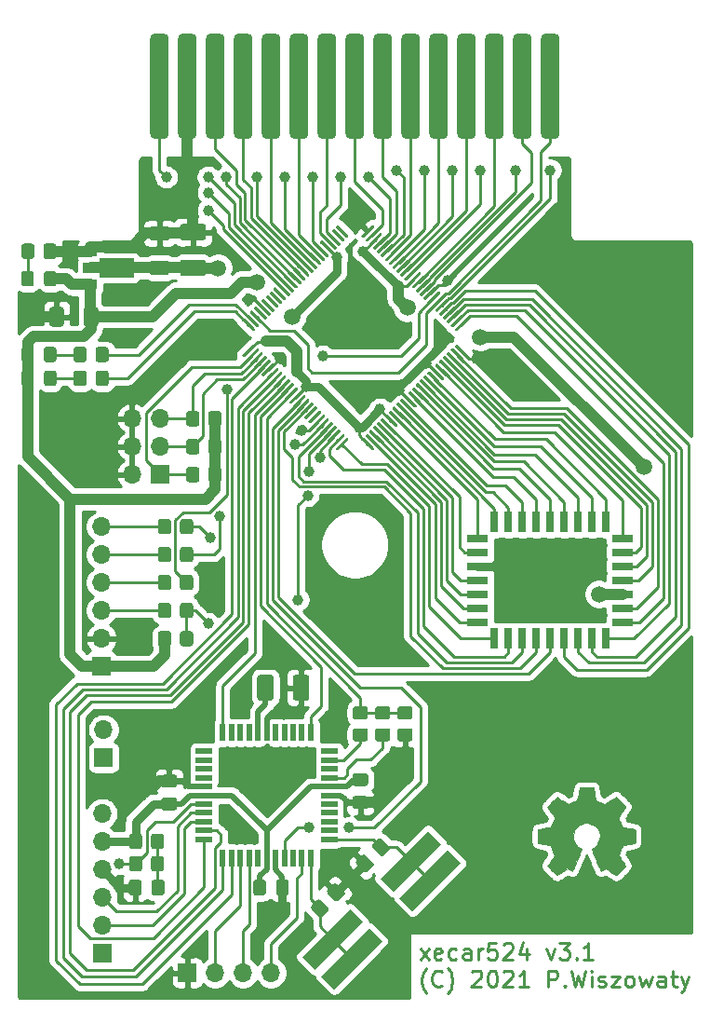
<source format=gbr>
%TF.GenerationSoftware,KiCad,Pcbnew,5.1.10-6.fc33*%
%TF.CreationDate,2021-09-12T19:05:30+02:00*%
%TF.ProjectId,xecar524,78656361-7235-4323-942e-6b696361645f,rev?*%
%TF.SameCoordinates,Original*%
%TF.FileFunction,Copper,L1,Top*%
%TF.FilePolarity,Positive*%
%FSLAX46Y46*%
G04 Gerber Fmt 4.6, Leading zero omitted, Abs format (unit mm)*
G04 Created by KiCad (PCBNEW 5.1.10-6.fc33) date 2021-09-12 19:05:30*
%MOMM*%
%LPD*%
G01*
G04 APERTURE LIST*
%TA.AperFunction,NonConductor*%
%ADD10C,0.250000*%
%TD*%
%TA.AperFunction,EtchedComponent*%
%ADD11C,0.010000*%
%TD*%
%TA.AperFunction,ComponentPad*%
%ADD12O,1.700000X1.700000*%
%TD*%
%TA.AperFunction,ComponentPad*%
%ADD13R,1.700000X1.700000*%
%TD*%
%TA.AperFunction,SMDPad,CuDef*%
%ADD14R,1.500000X0.550000*%
%TD*%
%TA.AperFunction,SMDPad,CuDef*%
%ADD15R,0.550000X1.500000*%
%TD*%
%TA.AperFunction,SMDPad,CuDef*%
%ADD16R,0.700000X1.925000*%
%TD*%
%TA.AperFunction,SMDPad,CuDef*%
%ADD17R,1.925000X0.700000*%
%TD*%
%TA.AperFunction,SMDPad,CuDef*%
%ADD18C,0.100000*%
%TD*%
%TA.AperFunction,SMDPad,CuDef*%
%ADD19R,1.300000X0.900000*%
%TD*%
%TA.AperFunction,ViaPad*%
%ADD20C,1.500000*%
%TD*%
%TA.AperFunction,ViaPad*%
%ADD21C,1.000000*%
%TD*%
%TA.AperFunction,Conductor*%
%ADD22C,0.254000*%
%TD*%
%TA.AperFunction,Conductor*%
%ADD23C,1.000000*%
%TD*%
%TA.AperFunction,Conductor*%
%ADD24C,0.500000*%
%TD*%
%TA.AperFunction,Conductor*%
%ADD25C,0.800000*%
%TD*%
%TA.AperFunction,Conductor*%
%ADD26C,0.100000*%
%TD*%
G04 APERTURE END LIST*
D10*
X155951785Y-129857571D02*
X156737500Y-128857571D01*
X155951785Y-128857571D02*
X156737500Y-129857571D01*
X157880357Y-129786142D02*
X157737500Y-129857571D01*
X157451785Y-129857571D01*
X157308928Y-129786142D01*
X157237500Y-129643285D01*
X157237500Y-129071857D01*
X157308928Y-128929000D01*
X157451785Y-128857571D01*
X157737500Y-128857571D01*
X157880357Y-128929000D01*
X157951785Y-129071857D01*
X157951785Y-129214714D01*
X157237500Y-129357571D01*
X159237500Y-129786142D02*
X159094642Y-129857571D01*
X158808928Y-129857571D01*
X158666071Y-129786142D01*
X158594642Y-129714714D01*
X158523214Y-129571857D01*
X158523214Y-129143285D01*
X158594642Y-129000428D01*
X158666071Y-128929000D01*
X158808928Y-128857571D01*
X159094642Y-128857571D01*
X159237500Y-128929000D01*
X160523214Y-129857571D02*
X160523214Y-129071857D01*
X160451785Y-128929000D01*
X160308928Y-128857571D01*
X160023214Y-128857571D01*
X159880357Y-128929000D01*
X160523214Y-129786142D02*
X160380357Y-129857571D01*
X160023214Y-129857571D01*
X159880357Y-129786142D01*
X159808928Y-129643285D01*
X159808928Y-129500428D01*
X159880357Y-129357571D01*
X160023214Y-129286142D01*
X160380357Y-129286142D01*
X160523214Y-129214714D01*
X161237500Y-129857571D02*
X161237500Y-128857571D01*
X161237500Y-129143285D02*
X161308928Y-129000428D01*
X161380357Y-128929000D01*
X161523214Y-128857571D01*
X161666071Y-128857571D01*
X162880357Y-128357571D02*
X162166071Y-128357571D01*
X162094642Y-129071857D01*
X162166071Y-129000428D01*
X162308928Y-128929000D01*
X162666071Y-128929000D01*
X162808928Y-129000428D01*
X162880357Y-129071857D01*
X162951785Y-129214714D01*
X162951785Y-129571857D01*
X162880357Y-129714714D01*
X162808928Y-129786142D01*
X162666071Y-129857571D01*
X162308928Y-129857571D01*
X162166071Y-129786142D01*
X162094642Y-129714714D01*
X163523214Y-128500428D02*
X163594642Y-128429000D01*
X163737500Y-128357571D01*
X164094642Y-128357571D01*
X164237500Y-128429000D01*
X164308928Y-128500428D01*
X164380357Y-128643285D01*
X164380357Y-128786142D01*
X164308928Y-129000428D01*
X163451785Y-129857571D01*
X164380357Y-129857571D01*
X165666071Y-128857571D02*
X165666071Y-129857571D01*
X165308928Y-128286142D02*
X164951785Y-129357571D01*
X165880357Y-129357571D01*
X167451785Y-128857571D02*
X167808928Y-129857571D01*
X168166071Y-128857571D01*
X168594642Y-128357571D02*
X169523214Y-128357571D01*
X169023214Y-128929000D01*
X169237500Y-128929000D01*
X169380357Y-129000428D01*
X169451785Y-129071857D01*
X169523214Y-129214714D01*
X169523214Y-129571857D01*
X169451785Y-129714714D01*
X169380357Y-129786142D01*
X169237500Y-129857571D01*
X168808928Y-129857571D01*
X168666071Y-129786142D01*
X168594642Y-129714714D01*
X170166071Y-129714714D02*
X170237500Y-129786142D01*
X170166071Y-129857571D01*
X170094642Y-129786142D01*
X170166071Y-129714714D01*
X170166071Y-129857571D01*
X171666071Y-129857571D02*
X170808928Y-129857571D01*
X171237500Y-129857571D02*
X171237500Y-128357571D01*
X171094642Y-128571857D01*
X170951785Y-128714714D01*
X170808928Y-128786142D01*
X156523214Y-132929000D02*
X156451785Y-132857571D01*
X156308928Y-132643285D01*
X156237500Y-132500428D01*
X156166071Y-132286142D01*
X156094642Y-131929000D01*
X156094642Y-131643285D01*
X156166071Y-131286142D01*
X156237500Y-131071857D01*
X156308928Y-130929000D01*
X156451785Y-130714714D01*
X156523214Y-130643285D01*
X157951785Y-132214714D02*
X157880357Y-132286142D01*
X157666071Y-132357571D01*
X157523214Y-132357571D01*
X157308928Y-132286142D01*
X157166071Y-132143285D01*
X157094642Y-132000428D01*
X157023214Y-131714714D01*
X157023214Y-131500428D01*
X157094642Y-131214714D01*
X157166071Y-131071857D01*
X157308928Y-130929000D01*
X157523214Y-130857571D01*
X157666071Y-130857571D01*
X157880357Y-130929000D01*
X157951785Y-131000428D01*
X158451785Y-132929000D02*
X158523214Y-132857571D01*
X158666071Y-132643285D01*
X158737500Y-132500428D01*
X158808928Y-132286142D01*
X158880357Y-131929000D01*
X158880357Y-131643285D01*
X158808928Y-131286142D01*
X158737500Y-131071857D01*
X158666071Y-130929000D01*
X158523214Y-130714714D01*
X158451785Y-130643285D01*
X160666071Y-131000428D02*
X160737500Y-130929000D01*
X160880357Y-130857571D01*
X161237500Y-130857571D01*
X161380357Y-130929000D01*
X161451785Y-131000428D01*
X161523214Y-131143285D01*
X161523214Y-131286142D01*
X161451785Y-131500428D01*
X160594642Y-132357571D01*
X161523214Y-132357571D01*
X162451785Y-130857571D02*
X162594642Y-130857571D01*
X162737500Y-130929000D01*
X162808928Y-131000428D01*
X162880357Y-131143285D01*
X162951785Y-131429000D01*
X162951785Y-131786142D01*
X162880357Y-132071857D01*
X162808928Y-132214714D01*
X162737500Y-132286142D01*
X162594642Y-132357571D01*
X162451785Y-132357571D01*
X162308928Y-132286142D01*
X162237500Y-132214714D01*
X162166071Y-132071857D01*
X162094642Y-131786142D01*
X162094642Y-131429000D01*
X162166071Y-131143285D01*
X162237500Y-131000428D01*
X162308928Y-130929000D01*
X162451785Y-130857571D01*
X163523214Y-131000428D02*
X163594642Y-130929000D01*
X163737500Y-130857571D01*
X164094642Y-130857571D01*
X164237500Y-130929000D01*
X164308928Y-131000428D01*
X164380357Y-131143285D01*
X164380357Y-131286142D01*
X164308928Y-131500428D01*
X163451785Y-132357571D01*
X164380357Y-132357571D01*
X165808928Y-132357571D02*
X164951785Y-132357571D01*
X165380357Y-132357571D02*
X165380357Y-130857571D01*
X165237500Y-131071857D01*
X165094642Y-131214714D01*
X164951785Y-131286142D01*
X167594642Y-132357571D02*
X167594642Y-130857571D01*
X168166071Y-130857571D01*
X168308928Y-130929000D01*
X168380357Y-131000428D01*
X168451785Y-131143285D01*
X168451785Y-131357571D01*
X168380357Y-131500428D01*
X168308928Y-131571857D01*
X168166071Y-131643285D01*
X167594642Y-131643285D01*
X169094642Y-132214714D02*
X169166071Y-132286142D01*
X169094642Y-132357571D01*
X169023214Y-132286142D01*
X169094642Y-132214714D01*
X169094642Y-132357571D01*
X169666071Y-130857571D02*
X170023214Y-132357571D01*
X170308928Y-131286142D01*
X170594642Y-132357571D01*
X170951785Y-130857571D01*
X171523214Y-132357571D02*
X171523214Y-131357571D01*
X171523214Y-130857571D02*
X171451785Y-130929000D01*
X171523214Y-131000428D01*
X171594642Y-130929000D01*
X171523214Y-130857571D01*
X171523214Y-131000428D01*
X172166071Y-132286142D02*
X172308928Y-132357571D01*
X172594642Y-132357571D01*
X172737500Y-132286142D01*
X172808928Y-132143285D01*
X172808928Y-132071857D01*
X172737500Y-131929000D01*
X172594642Y-131857571D01*
X172380357Y-131857571D01*
X172237500Y-131786142D01*
X172166071Y-131643285D01*
X172166071Y-131571857D01*
X172237500Y-131429000D01*
X172380357Y-131357571D01*
X172594642Y-131357571D01*
X172737500Y-131429000D01*
X173308928Y-131357571D02*
X174094642Y-131357571D01*
X173308928Y-132357571D01*
X174094642Y-132357571D01*
X174880357Y-132357571D02*
X174737500Y-132286142D01*
X174666071Y-132214714D01*
X174594642Y-132071857D01*
X174594642Y-131643285D01*
X174666071Y-131500428D01*
X174737500Y-131429000D01*
X174880357Y-131357571D01*
X175094642Y-131357571D01*
X175237500Y-131429000D01*
X175308928Y-131500428D01*
X175380357Y-131643285D01*
X175380357Y-132071857D01*
X175308928Y-132214714D01*
X175237500Y-132286142D01*
X175094642Y-132357571D01*
X174880357Y-132357571D01*
X175880357Y-131357571D02*
X176166071Y-132357571D01*
X176451785Y-131643285D01*
X176737500Y-132357571D01*
X177023214Y-131357571D01*
X178237500Y-132357571D02*
X178237500Y-131571857D01*
X178166071Y-131429000D01*
X178023214Y-131357571D01*
X177737500Y-131357571D01*
X177594642Y-131429000D01*
X178237500Y-132286142D02*
X178094642Y-132357571D01*
X177737500Y-132357571D01*
X177594642Y-132286142D01*
X177523214Y-132143285D01*
X177523214Y-132000428D01*
X177594642Y-131857571D01*
X177737500Y-131786142D01*
X178094642Y-131786142D01*
X178237500Y-131714714D01*
X178737500Y-131357571D02*
X179308928Y-131357571D01*
X178951785Y-130857571D02*
X178951785Y-132143285D01*
X179023214Y-132286142D01*
X179166071Y-132357571D01*
X179308928Y-132357571D01*
X179666071Y-131357571D02*
X180023214Y-132357571D01*
X180380357Y-131357571D02*
X180023214Y-132357571D01*
X179880357Y-132714714D01*
X179808928Y-132786142D01*
X179666071Y-132857571D01*
D11*
%TO.C,LOGO1*%
G36*
X171815536Y-114837427D02*
G01*
X171928118Y-115434618D01*
X172343531Y-115605865D01*
X172758945Y-115777112D01*
X173257302Y-115438233D01*
X173396869Y-115343877D01*
X173523029Y-115259630D01*
X173629896Y-115189338D01*
X173711583Y-115136847D01*
X173762202Y-115106004D01*
X173775987Y-115099353D01*
X173800821Y-115116458D01*
X173853889Y-115163744D01*
X173929241Y-115235172D01*
X174020930Y-115324700D01*
X174123008Y-115426289D01*
X174229527Y-115533898D01*
X174334537Y-115641487D01*
X174432092Y-115743015D01*
X174516243Y-115832441D01*
X174581041Y-115903726D01*
X174620538Y-115950828D01*
X174629981Y-115966592D01*
X174616392Y-115995653D01*
X174578294Y-116059321D01*
X174519694Y-116151367D01*
X174444598Y-116265564D01*
X174357009Y-116395684D01*
X174306255Y-116469901D01*
X174213746Y-116605422D01*
X174131541Y-116727716D01*
X174063631Y-116830695D01*
X174014001Y-116908273D01*
X173986641Y-116954361D01*
X173982530Y-116964047D01*
X173991850Y-116991574D01*
X174017255Y-117055728D01*
X174054912Y-117147490D01*
X174100987Y-117257839D01*
X174151647Y-117377755D01*
X174203060Y-117498219D01*
X174251390Y-117610209D01*
X174292807Y-117704707D01*
X174323475Y-117772692D01*
X174339562Y-117805143D01*
X174340512Y-117806420D01*
X174365773Y-117812617D01*
X174433046Y-117826440D01*
X174535361Y-117846532D01*
X174665742Y-117871534D01*
X174817217Y-117900086D01*
X174905594Y-117916551D01*
X175067453Y-117947369D01*
X175213650Y-117976694D01*
X175336788Y-118002921D01*
X175429470Y-118024446D01*
X175484302Y-118039665D01*
X175495324Y-118044493D01*
X175506119Y-118077174D01*
X175514830Y-118150985D01*
X175521461Y-118257292D01*
X175526019Y-118387467D01*
X175528510Y-118532876D01*
X175528939Y-118684890D01*
X175527312Y-118834877D01*
X175523636Y-118974206D01*
X175517916Y-119094245D01*
X175510158Y-119186365D01*
X175500369Y-119241932D01*
X175494497Y-119253500D01*
X175459400Y-119267365D01*
X175385029Y-119287188D01*
X175281224Y-119310639D01*
X175157820Y-119335391D01*
X175114742Y-119343398D01*
X174907048Y-119381441D01*
X174742985Y-119412079D01*
X174617131Y-119436529D01*
X174524066Y-119456009D01*
X174458368Y-119471736D01*
X174414618Y-119484928D01*
X174387393Y-119496804D01*
X174371273Y-119508580D01*
X174369018Y-119510908D01*
X174346504Y-119548400D01*
X174312159Y-119621365D01*
X174269412Y-119720867D01*
X174221693Y-119837973D01*
X174172431Y-119963748D01*
X174125056Y-120089257D01*
X174082996Y-120205565D01*
X174049681Y-120303739D01*
X174028542Y-120374843D01*
X174023006Y-120409942D01*
X174023467Y-120411172D01*
X174042224Y-120439861D01*
X174084777Y-120502985D01*
X174146654Y-120593973D01*
X174223383Y-120706255D01*
X174310492Y-120833260D01*
X174335299Y-120869353D01*
X174423753Y-121000203D01*
X174501589Y-121119591D01*
X174564567Y-121220662D01*
X174608446Y-121296559D01*
X174628986Y-121340427D01*
X174629981Y-121345817D01*
X174612723Y-121374144D01*
X174565036Y-121430261D01*
X174493051Y-121508137D01*
X174402898Y-121601740D01*
X174300706Y-121705041D01*
X174192606Y-121812006D01*
X174084729Y-121916606D01*
X173983205Y-122012809D01*
X173894163Y-122094584D01*
X173823734Y-122155900D01*
X173778048Y-122190726D01*
X173765410Y-122196412D01*
X173735992Y-122183020D01*
X173675762Y-122146899D01*
X173594530Y-122094136D01*
X173532031Y-122051667D01*
X173418786Y-121973740D01*
X173284675Y-121881984D01*
X173150156Y-121790375D01*
X173077834Y-121741346D01*
X172833039Y-121575770D01*
X172627551Y-121686875D01*
X172533937Y-121735548D01*
X172454331Y-121773381D01*
X172400468Y-121794958D01*
X172386758Y-121797961D01*
X172370271Y-121775793D01*
X172337746Y-121713149D01*
X172291609Y-121615809D01*
X172234291Y-121489549D01*
X172168217Y-121340150D01*
X172095816Y-121173388D01*
X172019517Y-120995042D01*
X171941747Y-120810891D01*
X171864935Y-120626712D01*
X171791507Y-120448285D01*
X171723893Y-120281387D01*
X171664521Y-120131797D01*
X171615817Y-120005293D01*
X171580211Y-119907654D01*
X171560131Y-119844657D01*
X171556901Y-119823021D01*
X171582497Y-119795424D01*
X171638539Y-119750625D01*
X171713312Y-119697934D01*
X171719588Y-119693765D01*
X171912846Y-119539069D01*
X172068675Y-119358591D01*
X172185725Y-119158102D01*
X172262646Y-118943374D01*
X172298087Y-118720177D01*
X172290698Y-118494281D01*
X172239128Y-118271459D01*
X172142027Y-118057479D01*
X172113459Y-118010664D01*
X171964869Y-117821618D01*
X171789328Y-117669812D01*
X171592911Y-117556034D01*
X171381694Y-117481075D01*
X171161754Y-117445722D01*
X170939164Y-117450767D01*
X170720002Y-117496999D01*
X170510343Y-117585206D01*
X170316262Y-117716179D01*
X170256227Y-117769337D01*
X170103436Y-117935739D01*
X169992098Y-118110912D01*
X169915724Y-118307266D01*
X169873188Y-118501717D01*
X169862687Y-118720342D01*
X169897701Y-118940052D01*
X169974674Y-119153420D01*
X170090048Y-119353022D01*
X170240266Y-119531429D01*
X170421774Y-119681217D01*
X170445628Y-119697006D01*
X170521202Y-119748712D01*
X170578652Y-119793512D01*
X170606118Y-119822117D01*
X170606518Y-119823021D01*
X170600621Y-119853964D01*
X170577246Y-119924191D01*
X170538822Y-120027925D01*
X170487778Y-120159390D01*
X170426543Y-120312807D01*
X170357545Y-120482401D01*
X170283214Y-120662393D01*
X170205979Y-120847008D01*
X170128269Y-121030468D01*
X170052512Y-121206996D01*
X169981138Y-121370814D01*
X169916575Y-121516147D01*
X169861253Y-121637217D01*
X169817601Y-121728247D01*
X169788047Y-121783460D01*
X169776145Y-121797961D01*
X169739778Y-121786669D01*
X169671731Y-121756385D01*
X169583737Y-121712520D01*
X169535351Y-121686875D01*
X169329864Y-121575770D01*
X169085069Y-121741346D01*
X168960107Y-121826170D01*
X168823296Y-121919516D01*
X168695089Y-122007408D01*
X168630872Y-122051667D01*
X168540552Y-122112318D01*
X168464072Y-122160381D01*
X168411408Y-122189770D01*
X168394303Y-122195982D01*
X168369406Y-122179223D01*
X168314306Y-122132436D01*
X168234344Y-122060480D01*
X168134861Y-121968212D01*
X168021201Y-121860490D01*
X167949316Y-121791326D01*
X167823552Y-121667757D01*
X167714864Y-121557234D01*
X167627646Y-121464485D01*
X167566290Y-121394237D01*
X167535192Y-121351220D01*
X167532209Y-121342490D01*
X167546054Y-121309284D01*
X167584313Y-121242142D01*
X167642742Y-121147863D01*
X167717098Y-121033245D01*
X167803136Y-120905083D01*
X167827603Y-120869353D01*
X167916755Y-120739489D01*
X167996739Y-120622569D01*
X168063081Y-120525162D01*
X168111312Y-120453839D01*
X168136958Y-120415170D01*
X168139436Y-120411172D01*
X168135730Y-120380355D01*
X168116062Y-120312599D01*
X168083861Y-120216839D01*
X168042556Y-120102009D01*
X167995576Y-119977044D01*
X167946350Y-119850879D01*
X167898309Y-119732448D01*
X167854882Y-119630685D01*
X167819497Y-119554526D01*
X167795585Y-119512904D01*
X167793885Y-119510908D01*
X167779263Y-119499013D01*
X167754566Y-119487250D01*
X167714373Y-119474401D01*
X167653264Y-119459249D01*
X167565818Y-119440576D01*
X167446613Y-119417165D01*
X167290228Y-119387797D01*
X167091244Y-119351255D01*
X167048161Y-119343398D01*
X166920471Y-119318727D01*
X166809154Y-119294593D01*
X166724046Y-119273324D01*
X166674984Y-119257248D01*
X166668406Y-119253500D01*
X166657565Y-119220273D01*
X166648754Y-119146021D01*
X166641977Y-119039376D01*
X166637241Y-118908967D01*
X166634551Y-118763427D01*
X166633914Y-118611386D01*
X166635335Y-118461476D01*
X166638821Y-118322328D01*
X166644377Y-118202572D01*
X166652009Y-118110841D01*
X166661723Y-118055766D01*
X166667579Y-118044493D01*
X166700181Y-118033123D01*
X166774419Y-118014624D01*
X166882897Y-117990602D01*
X167018218Y-117962662D01*
X167172986Y-117932408D01*
X167257308Y-117916551D01*
X167417297Y-117886644D01*
X167559968Y-117859550D01*
X167678349Y-117836631D01*
X167765466Y-117819243D01*
X167814346Y-117808747D01*
X167822391Y-117806420D01*
X167835988Y-117780186D01*
X167864730Y-117716995D01*
X167904786Y-117625877D01*
X167952325Y-117515857D01*
X168003516Y-117395965D01*
X168054527Y-117275227D01*
X168101527Y-117162671D01*
X168140685Y-117067326D01*
X168168170Y-116998217D01*
X168180150Y-116964374D01*
X168180373Y-116962895D01*
X168166792Y-116936197D01*
X168128716Y-116874760D01*
X168070148Y-116784689D01*
X167995089Y-116672090D01*
X167907541Y-116543070D01*
X167856648Y-116468961D01*
X167763910Y-116333077D01*
X167681542Y-116209709D01*
X167613562Y-116105097D01*
X167563989Y-116025483D01*
X167536843Y-115977107D01*
X167532922Y-115966262D01*
X167549776Y-115941020D01*
X167596369Y-115887124D01*
X167666749Y-115810613D01*
X167754966Y-115717523D01*
X167855066Y-115613895D01*
X167961099Y-115505764D01*
X168067112Y-115399170D01*
X168167153Y-115300150D01*
X168255271Y-115214742D01*
X168325514Y-115148985D01*
X168371929Y-115108916D01*
X168387457Y-115099353D01*
X168412740Y-115112800D01*
X168473212Y-115150575D01*
X168562993Y-115208835D01*
X168676204Y-115283734D01*
X168806964Y-115371425D01*
X168905600Y-115438233D01*
X169403958Y-115777112D01*
X169819371Y-115605865D01*
X170234785Y-115434618D01*
X170347367Y-114837427D01*
X170459950Y-114240235D01*
X171702953Y-114240235D01*
X171815536Y-114837427D01*
G37*
X171815536Y-114837427D02*
X171928118Y-115434618D01*
X172343531Y-115605865D01*
X172758945Y-115777112D01*
X173257302Y-115438233D01*
X173396869Y-115343877D01*
X173523029Y-115259630D01*
X173629896Y-115189338D01*
X173711583Y-115136847D01*
X173762202Y-115106004D01*
X173775987Y-115099353D01*
X173800821Y-115116458D01*
X173853889Y-115163744D01*
X173929241Y-115235172D01*
X174020930Y-115324700D01*
X174123008Y-115426289D01*
X174229527Y-115533898D01*
X174334537Y-115641487D01*
X174432092Y-115743015D01*
X174516243Y-115832441D01*
X174581041Y-115903726D01*
X174620538Y-115950828D01*
X174629981Y-115966592D01*
X174616392Y-115995653D01*
X174578294Y-116059321D01*
X174519694Y-116151367D01*
X174444598Y-116265564D01*
X174357009Y-116395684D01*
X174306255Y-116469901D01*
X174213746Y-116605422D01*
X174131541Y-116727716D01*
X174063631Y-116830695D01*
X174014001Y-116908273D01*
X173986641Y-116954361D01*
X173982530Y-116964047D01*
X173991850Y-116991574D01*
X174017255Y-117055728D01*
X174054912Y-117147490D01*
X174100987Y-117257839D01*
X174151647Y-117377755D01*
X174203060Y-117498219D01*
X174251390Y-117610209D01*
X174292807Y-117704707D01*
X174323475Y-117772692D01*
X174339562Y-117805143D01*
X174340512Y-117806420D01*
X174365773Y-117812617D01*
X174433046Y-117826440D01*
X174535361Y-117846532D01*
X174665742Y-117871534D01*
X174817217Y-117900086D01*
X174905594Y-117916551D01*
X175067453Y-117947369D01*
X175213650Y-117976694D01*
X175336788Y-118002921D01*
X175429470Y-118024446D01*
X175484302Y-118039665D01*
X175495324Y-118044493D01*
X175506119Y-118077174D01*
X175514830Y-118150985D01*
X175521461Y-118257292D01*
X175526019Y-118387467D01*
X175528510Y-118532876D01*
X175528939Y-118684890D01*
X175527312Y-118834877D01*
X175523636Y-118974206D01*
X175517916Y-119094245D01*
X175510158Y-119186365D01*
X175500369Y-119241932D01*
X175494497Y-119253500D01*
X175459400Y-119267365D01*
X175385029Y-119287188D01*
X175281224Y-119310639D01*
X175157820Y-119335391D01*
X175114742Y-119343398D01*
X174907048Y-119381441D01*
X174742985Y-119412079D01*
X174617131Y-119436529D01*
X174524066Y-119456009D01*
X174458368Y-119471736D01*
X174414618Y-119484928D01*
X174387393Y-119496804D01*
X174371273Y-119508580D01*
X174369018Y-119510908D01*
X174346504Y-119548400D01*
X174312159Y-119621365D01*
X174269412Y-119720867D01*
X174221693Y-119837973D01*
X174172431Y-119963748D01*
X174125056Y-120089257D01*
X174082996Y-120205565D01*
X174049681Y-120303739D01*
X174028542Y-120374843D01*
X174023006Y-120409942D01*
X174023467Y-120411172D01*
X174042224Y-120439861D01*
X174084777Y-120502985D01*
X174146654Y-120593973D01*
X174223383Y-120706255D01*
X174310492Y-120833260D01*
X174335299Y-120869353D01*
X174423753Y-121000203D01*
X174501589Y-121119591D01*
X174564567Y-121220662D01*
X174608446Y-121296559D01*
X174628986Y-121340427D01*
X174629981Y-121345817D01*
X174612723Y-121374144D01*
X174565036Y-121430261D01*
X174493051Y-121508137D01*
X174402898Y-121601740D01*
X174300706Y-121705041D01*
X174192606Y-121812006D01*
X174084729Y-121916606D01*
X173983205Y-122012809D01*
X173894163Y-122094584D01*
X173823734Y-122155900D01*
X173778048Y-122190726D01*
X173765410Y-122196412D01*
X173735992Y-122183020D01*
X173675762Y-122146899D01*
X173594530Y-122094136D01*
X173532031Y-122051667D01*
X173418786Y-121973740D01*
X173284675Y-121881984D01*
X173150156Y-121790375D01*
X173077834Y-121741346D01*
X172833039Y-121575770D01*
X172627551Y-121686875D01*
X172533937Y-121735548D01*
X172454331Y-121773381D01*
X172400468Y-121794958D01*
X172386758Y-121797961D01*
X172370271Y-121775793D01*
X172337746Y-121713149D01*
X172291609Y-121615809D01*
X172234291Y-121489549D01*
X172168217Y-121340150D01*
X172095816Y-121173388D01*
X172019517Y-120995042D01*
X171941747Y-120810891D01*
X171864935Y-120626712D01*
X171791507Y-120448285D01*
X171723893Y-120281387D01*
X171664521Y-120131797D01*
X171615817Y-120005293D01*
X171580211Y-119907654D01*
X171560131Y-119844657D01*
X171556901Y-119823021D01*
X171582497Y-119795424D01*
X171638539Y-119750625D01*
X171713312Y-119697934D01*
X171719588Y-119693765D01*
X171912846Y-119539069D01*
X172068675Y-119358591D01*
X172185725Y-119158102D01*
X172262646Y-118943374D01*
X172298087Y-118720177D01*
X172290698Y-118494281D01*
X172239128Y-118271459D01*
X172142027Y-118057479D01*
X172113459Y-118010664D01*
X171964869Y-117821618D01*
X171789328Y-117669812D01*
X171592911Y-117556034D01*
X171381694Y-117481075D01*
X171161754Y-117445722D01*
X170939164Y-117450767D01*
X170720002Y-117496999D01*
X170510343Y-117585206D01*
X170316262Y-117716179D01*
X170256227Y-117769337D01*
X170103436Y-117935739D01*
X169992098Y-118110912D01*
X169915724Y-118307266D01*
X169873188Y-118501717D01*
X169862687Y-118720342D01*
X169897701Y-118940052D01*
X169974674Y-119153420D01*
X170090048Y-119353022D01*
X170240266Y-119531429D01*
X170421774Y-119681217D01*
X170445628Y-119697006D01*
X170521202Y-119748712D01*
X170578652Y-119793512D01*
X170606118Y-119822117D01*
X170606518Y-119823021D01*
X170600621Y-119853964D01*
X170577246Y-119924191D01*
X170538822Y-120027925D01*
X170487778Y-120159390D01*
X170426543Y-120312807D01*
X170357545Y-120482401D01*
X170283214Y-120662393D01*
X170205979Y-120847008D01*
X170128269Y-121030468D01*
X170052512Y-121206996D01*
X169981138Y-121370814D01*
X169916575Y-121516147D01*
X169861253Y-121637217D01*
X169817601Y-121728247D01*
X169788047Y-121783460D01*
X169776145Y-121797961D01*
X169739778Y-121786669D01*
X169671731Y-121756385D01*
X169583737Y-121712520D01*
X169535351Y-121686875D01*
X169329864Y-121575770D01*
X169085069Y-121741346D01*
X168960107Y-121826170D01*
X168823296Y-121919516D01*
X168695089Y-122007408D01*
X168630872Y-122051667D01*
X168540552Y-122112318D01*
X168464072Y-122160381D01*
X168411408Y-122189770D01*
X168394303Y-122195982D01*
X168369406Y-122179223D01*
X168314306Y-122132436D01*
X168234344Y-122060480D01*
X168134861Y-121968212D01*
X168021201Y-121860490D01*
X167949316Y-121791326D01*
X167823552Y-121667757D01*
X167714864Y-121557234D01*
X167627646Y-121464485D01*
X167566290Y-121394237D01*
X167535192Y-121351220D01*
X167532209Y-121342490D01*
X167546054Y-121309284D01*
X167584313Y-121242142D01*
X167642742Y-121147863D01*
X167717098Y-121033245D01*
X167803136Y-120905083D01*
X167827603Y-120869353D01*
X167916755Y-120739489D01*
X167996739Y-120622569D01*
X168063081Y-120525162D01*
X168111312Y-120453839D01*
X168136958Y-120415170D01*
X168139436Y-120411172D01*
X168135730Y-120380355D01*
X168116062Y-120312599D01*
X168083861Y-120216839D01*
X168042556Y-120102009D01*
X167995576Y-119977044D01*
X167946350Y-119850879D01*
X167898309Y-119732448D01*
X167854882Y-119630685D01*
X167819497Y-119554526D01*
X167795585Y-119512904D01*
X167793885Y-119510908D01*
X167779263Y-119499013D01*
X167754566Y-119487250D01*
X167714373Y-119474401D01*
X167653264Y-119459249D01*
X167565818Y-119440576D01*
X167446613Y-119417165D01*
X167290228Y-119387797D01*
X167091244Y-119351255D01*
X167048161Y-119343398D01*
X166920471Y-119318727D01*
X166809154Y-119294593D01*
X166724046Y-119273324D01*
X166674984Y-119257248D01*
X166668406Y-119253500D01*
X166657565Y-119220273D01*
X166648754Y-119146021D01*
X166641977Y-119039376D01*
X166637241Y-118908967D01*
X166634551Y-118763427D01*
X166633914Y-118611386D01*
X166635335Y-118461476D01*
X166638821Y-118322328D01*
X166644377Y-118202572D01*
X166652009Y-118110841D01*
X166661723Y-118055766D01*
X166667579Y-118044493D01*
X166700181Y-118033123D01*
X166774419Y-118014624D01*
X166882897Y-117990602D01*
X167018218Y-117962662D01*
X167172986Y-117932408D01*
X167257308Y-117916551D01*
X167417297Y-117886644D01*
X167559968Y-117859550D01*
X167678349Y-117836631D01*
X167765466Y-117819243D01*
X167814346Y-117808747D01*
X167822391Y-117806420D01*
X167835988Y-117780186D01*
X167864730Y-117716995D01*
X167904786Y-117625877D01*
X167952325Y-117515857D01*
X168003516Y-117395965D01*
X168054527Y-117275227D01*
X168101527Y-117162671D01*
X168140685Y-117067326D01*
X168168170Y-116998217D01*
X168180150Y-116964374D01*
X168180373Y-116962895D01*
X168166792Y-116936197D01*
X168128716Y-116874760D01*
X168070148Y-116784689D01*
X167995089Y-116672090D01*
X167907541Y-116543070D01*
X167856648Y-116468961D01*
X167763910Y-116333077D01*
X167681542Y-116209709D01*
X167613562Y-116105097D01*
X167563989Y-116025483D01*
X167536843Y-115977107D01*
X167532922Y-115966262D01*
X167549776Y-115941020D01*
X167596369Y-115887124D01*
X167666749Y-115810613D01*
X167754966Y-115717523D01*
X167855066Y-115613895D01*
X167961099Y-115505764D01*
X168067112Y-115399170D01*
X168167153Y-115300150D01*
X168255271Y-115214742D01*
X168325514Y-115148985D01*
X168371929Y-115108916D01*
X168387457Y-115099353D01*
X168412740Y-115112800D01*
X168473212Y-115150575D01*
X168562993Y-115208835D01*
X168676204Y-115283734D01*
X168806964Y-115371425D01*
X168905600Y-115438233D01*
X169403958Y-115777112D01*
X169819371Y-115605865D01*
X170234785Y-115434618D01*
X170347367Y-114837427D01*
X170459950Y-114240235D01*
X171702953Y-114240235D01*
X171815536Y-114837427D01*
%TD*%
%TO.P,R12,2*%
%TO.N,GND*%
%TA.AperFunction,SMDPad,CuDef*%
G36*
G01*
X154108999Y-108842000D02*
X155009001Y-108842000D01*
G75*
G02*
X155259000Y-109091999I0J-249999D01*
G01*
X155259000Y-109792001D01*
G75*
G02*
X155009001Y-110042000I-249999J0D01*
G01*
X154108999Y-110042000D01*
G75*
G02*
X153859000Y-109792001I0J249999D01*
G01*
X153859000Y-109091999D01*
G75*
G02*
X154108999Y-108842000I249999J0D01*
G01*
G37*
%TD.AperFunction*%
%TO.P,R12,1*%
%TO.N,SENSE3V3*%
%TA.AperFunction,SMDPad,CuDef*%
G36*
G01*
X154108999Y-106842000D02*
X155009001Y-106842000D01*
G75*
G02*
X155259000Y-107091999I0J-249999D01*
G01*
X155259000Y-107792001D01*
G75*
G02*
X155009001Y-108042000I-249999J0D01*
G01*
X154108999Y-108042000D01*
G75*
G02*
X153859000Y-107792001I0J249999D01*
G01*
X153859000Y-107091999D01*
G75*
G02*
X154108999Y-106842000I249999J0D01*
G01*
G37*
%TD.AperFunction*%
%TD*%
%TO.P,R11,2*%
%TO.N,Net-(R11-Pad2)*%
%TA.AperFunction,SMDPad,CuDef*%
G36*
G01*
X150044999Y-108842000D02*
X150945001Y-108842000D01*
G75*
G02*
X151195000Y-109091999I0J-249999D01*
G01*
X151195000Y-109792001D01*
G75*
G02*
X150945001Y-110042000I-249999J0D01*
G01*
X150044999Y-110042000D01*
G75*
G02*
X149795000Y-109792001I0J249999D01*
G01*
X149795000Y-109091999D01*
G75*
G02*
X150044999Y-108842000I249999J0D01*
G01*
G37*
%TD.AperFunction*%
%TO.P,R11,1*%
%TO.N,SENSE3V3*%
%TA.AperFunction,SMDPad,CuDef*%
G36*
G01*
X150044999Y-106842000D02*
X150945001Y-106842000D01*
G75*
G02*
X151195000Y-107091999I0J-249999D01*
G01*
X151195000Y-107792001D01*
G75*
G02*
X150945001Y-108042000I-249999J0D01*
G01*
X150044999Y-108042000D01*
G75*
G02*
X149795000Y-107792001I0J249999D01*
G01*
X149795000Y-107091999D01*
G75*
G02*
X150044999Y-106842000I249999J0D01*
G01*
G37*
%TD.AperFunction*%
%TD*%
%TO.P,R10,2*%
%TO.N,Net-(R10-Pad2)*%
%TA.AperFunction,SMDPad,CuDef*%
G36*
G01*
X152076999Y-108842000D02*
X152977001Y-108842000D01*
G75*
G02*
X153227000Y-109091999I0J-249999D01*
G01*
X153227000Y-109792001D01*
G75*
G02*
X152977001Y-110042000I-249999J0D01*
G01*
X152076999Y-110042000D01*
G75*
G02*
X151827000Y-109792001I0J249999D01*
G01*
X151827000Y-109091999D01*
G75*
G02*
X152076999Y-108842000I249999J0D01*
G01*
G37*
%TD.AperFunction*%
%TO.P,R10,1*%
%TO.N,SENSE3V3*%
%TA.AperFunction,SMDPad,CuDef*%
G36*
G01*
X152076999Y-106842000D02*
X152977001Y-106842000D01*
G75*
G02*
X153227000Y-107091999I0J-249999D01*
G01*
X153227000Y-107792001D01*
G75*
G02*
X152977001Y-108042000I-249999J0D01*
G01*
X152076999Y-108042000D01*
G75*
G02*
X151827000Y-107792001I0J249999D01*
G01*
X151827000Y-107091999D01*
G75*
G02*
X152076999Y-106842000I249999J0D01*
G01*
G37*
%TD.AperFunction*%
%TD*%
D12*
%TO.P,J4,4*%
%TO.N,TEST2*%
X142367000Y-131064000D03*
%TO.P,J4,3*%
%TO.N,TEST1*%
X139827000Y-131064000D03*
%TO.P,J4,2*%
%TO.N,TEST0*%
X137287000Y-131064000D03*
D13*
%TO.P,J4,1*%
%TO.N,GND*%
X134747000Y-131064000D03*
%TD*%
D14*
%TO.P,U5,44*%
%TO.N,Net-(U5-Pad44)*%
X147686000Y-110935000D03*
%TO.P,U5,43*%
%TO.N,Net-(R11-Pad2)*%
X147686000Y-111735000D03*
%TO.P,U5,42*%
%TO.N,Net-(U5-Pad42)*%
X147686000Y-112535000D03*
%TO.P,U5,41*%
%TO.N,Net-(R10-Pad2)*%
X147686000Y-113335000D03*
%TO.P,U5,40*%
%TO.N,VDD*%
X147686000Y-114135000D03*
%TO.P,U5,39*%
%TO.N,GND*%
X147686000Y-114935000D03*
%TO.P,U5,38*%
%TO.N,Net-(U5-Pad38)*%
X147686000Y-115735000D03*
%TO.P,U5,37*%
%TO.N,Net-(U5-Pad37)*%
X147686000Y-116535000D03*
%TO.P,U5,36*%
%TO.N,Net-(U5-Pad36)*%
X147686000Y-117335000D03*
%TO.P,U5,35*%
%TO.N,Net-(U5-Pad35)*%
X147686000Y-118135000D03*
%TO.P,U5,34*%
%TO.N,Net-(C17-Pad1)*%
X147686000Y-118935000D03*
D15*
%TO.P,U5,33*%
%TO.N,Net-(C18-Pad1)*%
X145986000Y-120635000D03*
%TO.P,U5,32*%
%TO.N,TEST2*%
X145186000Y-120635000D03*
%TO.P,U5,31*%
%TO.N,Net-(U5-Pad31)*%
X144386000Y-120635000D03*
%TO.P,U5,30*%
%TO.N,PMCS1*%
X143586000Y-120635000D03*
%TO.P,U5,29*%
%TO.N,GND*%
X142786000Y-120635000D03*
%TO.P,U5,28*%
%TO.N,VDD*%
X141986000Y-120635000D03*
%TO.P,U5,27*%
%TO.N,Net-(U5-Pad27)*%
X141186000Y-120635000D03*
%TO.P,U5,26*%
%TO.N,TEST1*%
X140386000Y-120635000D03*
%TO.P,U5,25*%
%TO.N,TEST0*%
X139586000Y-120635000D03*
%TO.P,U5,24*%
%TO.N,PMWR*%
X138786000Y-120635000D03*
%TO.P,U5,23*%
%TO.N,PMD2*%
X137986000Y-120635000D03*
D14*
%TO.P,U5,22*%
%TO.N,PMD1*%
X136286000Y-118935000D03*
%TO.P,U5,21*%
%TO.N,PMD0*%
X136286000Y-118135000D03*
%TO.P,U5,20*%
%TO.N,PGC*%
X136286000Y-117335000D03*
%TO.P,U5,19*%
%TO.N,PGD*%
X136286000Y-116535000D03*
%TO.P,U5,18*%
%TO.N,MCLR*%
X136286000Y-115735000D03*
%TO.P,U5,17*%
%TO.N,VDD*%
X136286000Y-114935000D03*
%TO.P,U5,16*%
%TO.N,GND*%
X136286000Y-114135000D03*
%TO.P,U5,15*%
%TO.N,Net-(U5-Pad15)*%
X136286000Y-113335000D03*
%TO.P,U5,14*%
%TO.N,Net-(U5-Pad14)*%
X136286000Y-112535000D03*
%TO.P,U5,13*%
%TO.N,Net-(U5-Pad13)*%
X136286000Y-111735000D03*
%TO.P,U5,12*%
%TO.N,Net-(U5-Pad12)*%
X136286000Y-110935000D03*
D15*
%TO.P,U5,11*%
%TO.N,PMRD*%
X137986000Y-109235000D03*
%TO.P,U5,10*%
%TO.N,Net-(U5-Pad10)*%
X138786000Y-109235000D03*
%TO.P,U5,9*%
%TO.N,Net-(U5-Pad9)*%
X139586000Y-109235000D03*
%TO.P,U5,8*%
%TO.N,Net-(U5-Pad8)*%
X140386000Y-109235000D03*
%TO.P,U5,7*%
%TO.N,Net-(C13-Pad1)*%
X141186000Y-109235000D03*
%TO.P,U5,6*%
%TO.N,GND*%
X141986000Y-109235000D03*
%TO.P,U5,5*%
%TO.N,Net-(U5-Pad5)*%
X142786000Y-109235000D03*
%TO.P,U5,4*%
%TO.N,Net-(U5-Pad4)*%
X143586000Y-109235000D03*
%TO.P,U5,3*%
%TO.N,Net-(U5-Pad3)*%
X144386000Y-109235000D03*
%TO.P,U5,2*%
%TO.N,Net-(U5-Pad2)*%
X145186000Y-109235000D03*
%TO.P,U5,1*%
%TO.N,PMD3*%
X145986000Y-109235000D03*
%TD*%
%TO.P,R9,2*%
%TO.N,+3V3*%
%TA.AperFunction,SMDPad,CuDef*%
G36*
G01*
X136655000Y-86238501D02*
X136655000Y-85338499D01*
G75*
G02*
X136904999Y-85088500I249999J0D01*
G01*
X137605001Y-85088500D01*
G75*
G02*
X137855000Y-85338499I0J-249999D01*
G01*
X137855000Y-86238501D01*
G75*
G02*
X137605001Y-86488500I-249999J0D01*
G01*
X136904999Y-86488500D01*
G75*
G02*
X136655000Y-86238501I0J249999D01*
G01*
G37*
%TD.AperFunction*%
%TO.P,R9,1*%
%TO.N,CFG2*%
%TA.AperFunction,SMDPad,CuDef*%
G36*
G01*
X134655000Y-86238501D02*
X134655000Y-85338499D01*
G75*
G02*
X134904999Y-85088500I249999J0D01*
G01*
X135605001Y-85088500D01*
G75*
G02*
X135855000Y-85338499I0J-249999D01*
G01*
X135855000Y-86238501D01*
G75*
G02*
X135605001Y-86488500I-249999J0D01*
G01*
X134904999Y-86488500D01*
G75*
G02*
X134655000Y-86238501I0J249999D01*
G01*
G37*
%TD.AperFunction*%
%TD*%
D12*
%TO.P,J3,6*%
%TO.N,GND*%
X129730500Y-80708500D03*
%TO.P,J3,5*%
%TO.N,CFG0*%
X132270500Y-80708500D03*
%TO.P,J3,4*%
%TO.N,GND*%
X129730500Y-83248500D03*
%TO.P,J3,3*%
%TO.N,CFG1*%
X132270500Y-83248500D03*
%TO.P,J3,2*%
%TO.N,GND*%
X129730500Y-85788500D03*
D13*
%TO.P,J3,1*%
%TO.N,CFG2*%
X132270500Y-85788500D03*
%TD*%
D12*
%TO.P,JP1,2*%
%TO.N,Net-(D4-Pad2)*%
X127127000Y-108966000D03*
D13*
%TO.P,JP1,1*%
%TO.N,Net-(BT1-Pad1)*%
X127127000Y-111506000D03*
%TD*%
D12*
%TO.P,J2,6*%
%TO.N,MCLR*%
X127000000Y-116586000D03*
%TO.P,J2,5*%
%TO.N,VDD*%
X127000000Y-119126000D03*
%TO.P,J2,4*%
%TO.N,GND*%
X127000000Y-121666000D03*
%TO.P,J2,3*%
%TO.N,PGD*%
X127000000Y-124206000D03*
%TO.P,J2,2*%
%TO.N,PGC*%
X127000000Y-126746000D03*
D13*
%TO.P,J2,1*%
%TO.N,Net-(J2-Pad1)*%
X127000000Y-129286000D03*
%TD*%
D16*
%TO.P,U4,29*%
%TO.N,ROM_A14*%
X172855000Y-100699500D03*
%TO.P,U4,28*%
%TO.N,ROM_A13*%
X171585000Y-100699500D03*
%TO.P,U4,27*%
%TO.N,ROM_A8*%
X170315000Y-100699500D03*
%TO.P,U4,26*%
%TO.N,ROM_A9*%
X169045000Y-100699500D03*
%TO.P,U4,25*%
%TO.N,ROM_A11*%
X167775000Y-100699500D03*
%TO.P,U4,24*%
%TO.N,OE#*%
X166505000Y-100699500D03*
%TO.P,U4,23*%
%TO.N,ROM_A10*%
X165235000Y-100699500D03*
%TO.P,U4,22*%
%TO.N,CE#*%
X163965000Y-100699500D03*
%TO.P,U4,21*%
%TO.N,ROM_D7*%
X162695000Y-100699500D03*
D17*
%TO.P,U4,20*%
%TO.N,ROM_D6*%
X161182500Y-99187000D03*
%TO.P,U4,19*%
%TO.N,ROM_D5*%
X161182500Y-97917000D03*
%TO.P,U4,18*%
%TO.N,ROM_D4*%
X161182500Y-96647000D03*
%TO.P,U4,17*%
%TO.N,ROM_D3*%
X161182500Y-95377000D03*
%TO.P,U4,16*%
%TO.N,GND*%
X161182500Y-94107000D03*
%TO.P,U4,15*%
%TO.N,ROM_D2*%
X161182500Y-92837000D03*
%TO.P,U4,14*%
%TO.N,ROM_D1*%
X161182500Y-91567000D03*
D16*
%TO.P,U4,13*%
%TO.N,ROM_D0*%
X162695000Y-90054500D03*
%TO.P,U4,12*%
%TO.N,ROM_A0*%
X163965000Y-90054500D03*
%TO.P,U4,11*%
%TO.N,ROM_A1*%
X165235000Y-90054500D03*
%TO.P,U4,10*%
%TO.N,ROM_A2*%
X166505000Y-90054500D03*
%TO.P,U4,9*%
%TO.N,ROM_A3*%
X167775000Y-90054500D03*
%TO.P,U4,8*%
%TO.N,ROM_A4*%
X169045000Y-90054500D03*
%TO.P,U4,7*%
%TO.N,ROM_A5*%
X170315000Y-90054500D03*
%TO.P,U4,6*%
%TO.N,ROM_A6*%
X171585000Y-90054500D03*
%TO.P,U4,5*%
%TO.N,ROM_A7*%
X172855000Y-90054500D03*
D17*
%TO.P,U4,32*%
%TO.N,+3V3*%
X174367500Y-96647000D03*
%TO.P,U4,31*%
%TO.N,WE#*%
X174367500Y-97917000D03*
%TO.P,U4,30*%
%TO.N,ROM_A17*%
X174367500Y-99187000D03*
%TO.P,U4,4*%
%TO.N,ROM_A12*%
X174367500Y-91567000D03*
%TO.P,U4,3*%
%TO.N,ROM_A15*%
X174367500Y-92837000D03*
%TO.P,U4,2*%
%TO.N,ROM_A16*%
X174367500Y-94107000D03*
%TO.P,U4,1*%
%TO.N,ROM_A18*%
X174367500Y-95377000D03*
%TD*%
%TA.AperFunction,SMDPad,CuDef*%
D18*
%TO.P,Y1,4*%
%TO.N,Net-(C17-Pad1)*%
G36*
X158410408Y-119904277D02*
G01*
X159592691Y-121086560D01*
X155243984Y-125435267D01*
X154061701Y-124252984D01*
X158410408Y-119904277D01*
G37*
%TD.AperFunction*%
%TA.AperFunction,SMDPad,CuDef*%
%TO.P,Y1,3*%
%TO.N,Net-(C18-Pad1)*%
G36*
X151303984Y-127010701D02*
G01*
X152486267Y-128192984D01*
X148137560Y-132541691D01*
X146955277Y-131359408D01*
X151303984Y-127010701D01*
G37*
%TD.AperFunction*%
%TA.AperFunction,SMDPad,CuDef*%
%TO.P,Y1,2*%
G36*
X149556016Y-125262733D02*
G01*
X150738299Y-126445016D01*
X146389592Y-130793723D01*
X145207309Y-129611440D01*
X149556016Y-125262733D01*
G37*
%TD.AperFunction*%
%TA.AperFunction,SMDPad,CuDef*%
%TO.P,Y1,1*%
%TO.N,Net-(C17-Pad1)*%
G36*
X156662440Y-118156309D02*
G01*
X157844723Y-119338592D01*
X153496016Y-123687299D01*
X152313733Y-122505016D01*
X156662440Y-118156309D01*
G37*
%TD.AperFunction*%
%TD*%
%TO.P,R8,2*%
%TO.N,Net-(C12-Pad1)*%
%TA.AperFunction,SMDPad,CuDef*%
G36*
G01*
X131448000Y-121608001D02*
X131448000Y-120707999D01*
G75*
G02*
X131697999Y-120458000I249999J0D01*
G01*
X132398001Y-120458000D01*
G75*
G02*
X132648000Y-120707999I0J-249999D01*
G01*
X132648000Y-121608001D01*
G75*
G02*
X132398001Y-121858000I-249999J0D01*
G01*
X131697999Y-121858000D01*
G75*
G02*
X131448000Y-121608001I0J249999D01*
G01*
G37*
%TD.AperFunction*%
%TO.P,R8,1*%
%TO.N,MCLR*%
%TA.AperFunction,SMDPad,CuDef*%
G36*
G01*
X129448000Y-121608001D02*
X129448000Y-120707999D01*
G75*
G02*
X129697999Y-120458000I249999J0D01*
G01*
X130398001Y-120458000D01*
G75*
G02*
X130648000Y-120707999I0J-249999D01*
G01*
X130648000Y-121608001D01*
G75*
G02*
X130398001Y-121858000I-249999J0D01*
G01*
X129697999Y-121858000D01*
G75*
G02*
X129448000Y-121608001I0J249999D01*
G01*
G37*
%TD.AperFunction*%
%TD*%
%TO.P,R7,2*%
%TO.N,Net-(C12-Pad1)*%
%TA.AperFunction,SMDPad,CuDef*%
G36*
G01*
X131448000Y-119576001D02*
X131448000Y-118675999D01*
G75*
G02*
X131697999Y-118426000I249999J0D01*
G01*
X132398001Y-118426000D01*
G75*
G02*
X132648000Y-118675999I0J-249999D01*
G01*
X132648000Y-119576001D01*
G75*
G02*
X132398001Y-119826000I-249999J0D01*
G01*
X131697999Y-119826000D01*
G75*
G02*
X131448000Y-119576001I0J249999D01*
G01*
G37*
%TD.AperFunction*%
%TO.P,R7,1*%
%TO.N,VDD*%
%TA.AperFunction,SMDPad,CuDef*%
G36*
G01*
X129448000Y-119576001D02*
X129448000Y-118675999D01*
G75*
G02*
X129697999Y-118426000I249999J0D01*
G01*
X130398001Y-118426000D01*
G75*
G02*
X130648000Y-118675999I0J-249999D01*
G01*
X130648000Y-119576001D01*
G75*
G02*
X130398001Y-119826000I-249999J0D01*
G01*
X129697999Y-119826000D01*
G75*
G02*
X129448000Y-119576001I0J249999D01*
G01*
G37*
%TD.AperFunction*%
%TD*%
%TO.P,C18,2*%
%TO.N,GND*%
%TA.AperFunction,SMDPad,CuDef*%
G36*
G01*
X148199696Y-124506055D02*
X147527945Y-123834304D01*
G75*
G02*
X147527945Y-123480750I176777J176777D01*
G01*
X148005242Y-123003453D01*
G75*
G02*
X148358796Y-123003453I176777J-176777D01*
G01*
X149030547Y-123675204D01*
G75*
G02*
X149030547Y-124028758I-176777J-176777D01*
G01*
X148553250Y-124506055D01*
G75*
G02*
X148199696Y-124506055I-176777J176777D01*
G01*
G37*
%TD.AperFunction*%
%TO.P,C18,1*%
%TO.N,Net-(C18-Pad1)*%
%TA.AperFunction,SMDPad,CuDef*%
G36*
G01*
X146732450Y-125973301D02*
X146060699Y-125301550D01*
G75*
G02*
X146060699Y-124947996I176777J176777D01*
G01*
X146537996Y-124470699D01*
G75*
G02*
X146891550Y-124470699I176777J-176777D01*
G01*
X147563301Y-125142450D01*
G75*
G02*
X147563301Y-125496004I-176777J-176777D01*
G01*
X147086004Y-125973301D01*
G75*
G02*
X146732450Y-125973301I-176777J176777D01*
G01*
G37*
%TD.AperFunction*%
%TD*%
%TO.P,C17,2*%
%TO.N,GND*%
%TA.AperFunction,SMDPad,CuDef*%
G36*
G01*
X150983927Y-120378322D02*
X151655678Y-121050073D01*
G75*
G02*
X151655678Y-121403627I-176777J-176777D01*
G01*
X151178381Y-121880924D01*
G75*
G02*
X150824827Y-121880924I-176777J176777D01*
G01*
X150153076Y-121209173D01*
G75*
G02*
X150153076Y-120855619I176777J176777D01*
G01*
X150630373Y-120378322D01*
G75*
G02*
X150983927Y-120378322I176777J-176777D01*
G01*
G37*
%TD.AperFunction*%
%TO.P,C17,1*%
%TO.N,Net-(C17-Pad1)*%
%TA.AperFunction,SMDPad,CuDef*%
G36*
G01*
X152451173Y-118911076D02*
X153122924Y-119582827D01*
G75*
G02*
X153122924Y-119936381I-176777J-176777D01*
G01*
X152645627Y-120413678D01*
G75*
G02*
X152292073Y-120413678I-176777J176777D01*
G01*
X151620322Y-119741927D01*
G75*
G02*
X151620322Y-119388373I176777J176777D01*
G01*
X152097619Y-118911076D01*
G75*
G02*
X152451173Y-118911076I176777J-176777D01*
G01*
G37*
%TD.AperFunction*%
%TD*%
%TO.P,C16,2*%
%TO.N,GND*%
%TA.AperFunction,SMDPad,CuDef*%
G36*
G01*
X133571000Y-114231000D02*
X132621000Y-114231000D01*
G75*
G02*
X132371000Y-113981000I0J250000D01*
G01*
X132371000Y-113306000D01*
G75*
G02*
X132621000Y-113056000I250000J0D01*
G01*
X133571000Y-113056000D01*
G75*
G02*
X133821000Y-113306000I0J-250000D01*
G01*
X133821000Y-113981000D01*
G75*
G02*
X133571000Y-114231000I-250000J0D01*
G01*
G37*
%TD.AperFunction*%
%TO.P,C16,1*%
%TO.N,VDD*%
%TA.AperFunction,SMDPad,CuDef*%
G36*
G01*
X133571000Y-116306000D02*
X132621000Y-116306000D01*
G75*
G02*
X132371000Y-116056000I0J250000D01*
G01*
X132371000Y-115381000D01*
G75*
G02*
X132621000Y-115131000I250000J0D01*
G01*
X133571000Y-115131000D01*
G75*
G02*
X133821000Y-115381000I0J-250000D01*
G01*
X133821000Y-116056000D01*
G75*
G02*
X133571000Y-116306000I-250000J0D01*
G01*
G37*
%TD.AperFunction*%
%TD*%
%TO.P,C15,2*%
%TO.N,GND*%
%TA.AperFunction,SMDPad,CuDef*%
G36*
G01*
X150020000Y-115004000D02*
X150970000Y-115004000D01*
G75*
G02*
X151220000Y-115254000I0J-250000D01*
G01*
X151220000Y-115929000D01*
G75*
G02*
X150970000Y-116179000I-250000J0D01*
G01*
X150020000Y-116179000D01*
G75*
G02*
X149770000Y-115929000I0J250000D01*
G01*
X149770000Y-115254000D01*
G75*
G02*
X150020000Y-115004000I250000J0D01*
G01*
G37*
%TD.AperFunction*%
%TO.P,C15,1*%
%TO.N,VDD*%
%TA.AperFunction,SMDPad,CuDef*%
G36*
G01*
X150020000Y-112929000D02*
X150970000Y-112929000D01*
G75*
G02*
X151220000Y-113179000I0J-250000D01*
G01*
X151220000Y-113854000D01*
G75*
G02*
X150970000Y-114104000I-250000J0D01*
G01*
X150020000Y-114104000D01*
G75*
G02*
X149770000Y-113854000I0J250000D01*
G01*
X149770000Y-113179000D01*
G75*
G02*
X150020000Y-112929000I250000J0D01*
G01*
G37*
%TD.AperFunction*%
%TD*%
%TO.P,C14,2*%
%TO.N,GND*%
%TA.AperFunction,SMDPad,CuDef*%
G36*
G01*
X142817000Y-123792000D02*
X142817000Y-122842000D01*
G75*
G02*
X143067000Y-122592000I250000J0D01*
G01*
X143742000Y-122592000D01*
G75*
G02*
X143992000Y-122842000I0J-250000D01*
G01*
X143992000Y-123792000D01*
G75*
G02*
X143742000Y-124042000I-250000J0D01*
G01*
X143067000Y-124042000D01*
G75*
G02*
X142817000Y-123792000I0J250000D01*
G01*
G37*
%TD.AperFunction*%
%TO.P,C14,1*%
%TO.N,VDD*%
%TA.AperFunction,SMDPad,CuDef*%
G36*
G01*
X140742000Y-123792000D02*
X140742000Y-122842000D01*
G75*
G02*
X140992000Y-122592000I250000J0D01*
G01*
X141667000Y-122592000D01*
G75*
G02*
X141917000Y-122842000I0J-250000D01*
G01*
X141917000Y-123792000D01*
G75*
G02*
X141667000Y-124042000I-250000J0D01*
G01*
X140992000Y-124042000D01*
G75*
G02*
X140742000Y-123792000I0J250000D01*
G01*
G37*
%TD.AperFunction*%
%TD*%
%TO.P,C13,2*%
%TO.N,GND*%
%TA.AperFunction,SMDPad,CuDef*%
G36*
G01*
X144359000Y-106081000D02*
X144359000Y-104231000D01*
G75*
G02*
X144609000Y-103981000I250000J0D01*
G01*
X145609000Y-103981000D01*
G75*
G02*
X145859000Y-104231000I0J-250000D01*
G01*
X145859000Y-106081000D01*
G75*
G02*
X145609000Y-106331000I-250000J0D01*
G01*
X144609000Y-106331000D01*
G75*
G02*
X144359000Y-106081000I0J250000D01*
G01*
G37*
%TD.AperFunction*%
%TO.P,C13,1*%
%TO.N,Net-(C13-Pad1)*%
%TA.AperFunction,SMDPad,CuDef*%
G36*
G01*
X141109000Y-106081000D02*
X141109000Y-104231000D01*
G75*
G02*
X141359000Y-103981000I250000J0D01*
G01*
X142359000Y-103981000D01*
G75*
G02*
X142609000Y-104231000I0J-250000D01*
G01*
X142609000Y-106081000D01*
G75*
G02*
X142359000Y-106331000I-250000J0D01*
G01*
X141359000Y-106331000D01*
G75*
G02*
X141109000Y-106081000I0J250000D01*
G01*
G37*
%TD.AperFunction*%
%TD*%
%TO.P,C12,2*%
%TO.N,GND*%
%TA.AperFunction,SMDPad,CuDef*%
G36*
G01*
X130598000Y-122842000D02*
X130598000Y-123792000D01*
G75*
G02*
X130348000Y-124042000I-250000J0D01*
G01*
X129673000Y-124042000D01*
G75*
G02*
X129423000Y-123792000I0J250000D01*
G01*
X129423000Y-122842000D01*
G75*
G02*
X129673000Y-122592000I250000J0D01*
G01*
X130348000Y-122592000D01*
G75*
G02*
X130598000Y-122842000I0J-250000D01*
G01*
G37*
%TD.AperFunction*%
%TO.P,C12,1*%
%TO.N,Net-(C12-Pad1)*%
%TA.AperFunction,SMDPad,CuDef*%
G36*
G01*
X132673000Y-122842000D02*
X132673000Y-123792000D01*
G75*
G02*
X132423000Y-124042000I-250000J0D01*
G01*
X131748000Y-124042000D01*
G75*
G02*
X131498000Y-123792000I0J250000D01*
G01*
X131498000Y-122842000D01*
G75*
G02*
X131748000Y-122592000I250000J0D01*
G01*
X132423000Y-122592000D01*
G75*
G02*
X132673000Y-122842000I0J-250000D01*
G01*
G37*
%TD.AperFunction*%
%TD*%
%TO.P,R17,1*%
%TO.N,CFG1*%
%TA.AperFunction,SMDPad,CuDef*%
G36*
G01*
X134655000Y-83698501D02*
X134655000Y-82798499D01*
G75*
G02*
X134904999Y-82548500I249999J0D01*
G01*
X135605001Y-82548500D01*
G75*
G02*
X135855000Y-82798499I0J-249999D01*
G01*
X135855000Y-83698501D01*
G75*
G02*
X135605001Y-83948500I-249999J0D01*
G01*
X134904999Y-83948500D01*
G75*
G02*
X134655000Y-83698501I0J249999D01*
G01*
G37*
%TD.AperFunction*%
%TO.P,R17,2*%
%TO.N,+3V3*%
%TA.AperFunction,SMDPad,CuDef*%
G36*
G01*
X136655000Y-83698501D02*
X136655000Y-82798499D01*
G75*
G02*
X136904999Y-82548500I249999J0D01*
G01*
X137605001Y-82548500D01*
G75*
G02*
X137855000Y-82798499I0J-249999D01*
G01*
X137855000Y-83698501D01*
G75*
G02*
X137605001Y-83948500I-249999J0D01*
G01*
X136904999Y-83948500D01*
G75*
G02*
X136655000Y-83698501I0J249999D01*
G01*
G37*
%TD.AperFunction*%
%TD*%
%TO.P,R16,1*%
%TO.N,+3V3*%
%TA.AperFunction,SMDPad,CuDef*%
G36*
G01*
X137855000Y-80258499D02*
X137855000Y-81158501D01*
G75*
G02*
X137605001Y-81408500I-249999J0D01*
G01*
X136904999Y-81408500D01*
G75*
G02*
X136655000Y-81158501I0J249999D01*
G01*
X136655000Y-80258499D01*
G75*
G02*
X136904999Y-80008500I249999J0D01*
G01*
X137605001Y-80008500D01*
G75*
G02*
X137855000Y-80258499I0J-249999D01*
G01*
G37*
%TD.AperFunction*%
%TO.P,R16,2*%
%TO.N,CFG0*%
%TA.AperFunction,SMDPad,CuDef*%
G36*
G01*
X135855000Y-80258499D02*
X135855000Y-81158501D01*
G75*
G02*
X135605001Y-81408500I-249999J0D01*
G01*
X134904999Y-81408500D01*
G75*
G02*
X134655000Y-81158501I0J249999D01*
G01*
X134655000Y-80258499D01*
G75*
G02*
X134904999Y-80008500I249999J0D01*
G01*
X135605001Y-80008500D01*
G75*
G02*
X135855000Y-80258499I0J-249999D01*
G01*
G37*
%TD.AperFunction*%
%TD*%
%TO.P,R15,2*%
%TO.N,Net-(D3-Pad1)*%
%TA.AperFunction,SMDPad,CuDef*%
G36*
G01*
X125600000Y-76592999D02*
X125600000Y-77493001D01*
G75*
G02*
X125350001Y-77743000I-249999J0D01*
G01*
X124649999Y-77743000D01*
G75*
G02*
X124400000Y-77493001I0J249999D01*
G01*
X124400000Y-76592999D01*
G75*
G02*
X124649999Y-76343000I249999J0D01*
G01*
X125350001Y-76343000D01*
G75*
G02*
X125600000Y-76592999I0J-249999D01*
G01*
G37*
%TD.AperFunction*%
%TO.P,R15,1*%
%TO.N,Net-(R15-Pad1)*%
%TA.AperFunction,SMDPad,CuDef*%
G36*
G01*
X127600000Y-76592999D02*
X127600000Y-77493001D01*
G75*
G02*
X127350001Y-77743000I-249999J0D01*
G01*
X126649999Y-77743000D01*
G75*
G02*
X126400000Y-77493001I0J249999D01*
G01*
X126400000Y-76592999D01*
G75*
G02*
X126649999Y-76343000I249999J0D01*
G01*
X127350001Y-76343000D01*
G75*
G02*
X127600000Y-76592999I0J-249999D01*
G01*
G37*
%TD.AperFunction*%
%TD*%
%TO.P,R14,2*%
%TO.N,Net-(D2-Pad1)*%
%TA.AperFunction,SMDPad,CuDef*%
G36*
G01*
X125600000Y-74433999D02*
X125600000Y-75334001D01*
G75*
G02*
X125350001Y-75584000I-249999J0D01*
G01*
X124649999Y-75584000D01*
G75*
G02*
X124400000Y-75334001I0J249999D01*
G01*
X124400000Y-74433999D01*
G75*
G02*
X124649999Y-74184000I249999J0D01*
G01*
X125350001Y-74184000D01*
G75*
G02*
X125600000Y-74433999I0J-249999D01*
G01*
G37*
%TD.AperFunction*%
%TO.P,R14,1*%
%TO.N,Net-(R14-Pad1)*%
%TA.AperFunction,SMDPad,CuDef*%
G36*
G01*
X127600000Y-74433999D02*
X127600000Y-75334001D01*
G75*
G02*
X127350001Y-75584000I-249999J0D01*
G01*
X126649999Y-75584000D01*
G75*
G02*
X126400000Y-75334001I0J249999D01*
G01*
X126400000Y-74433999D01*
G75*
G02*
X126649999Y-74184000I249999J0D01*
G01*
X127350001Y-74184000D01*
G75*
G02*
X127600000Y-74433999I0J-249999D01*
G01*
G37*
%TD.AperFunction*%
%TD*%
%TO.P,D3,2*%
%TO.N,+3V3*%
%TA.AperFunction,SMDPad,CuDef*%
G36*
G01*
X120800000Y-76592999D02*
X120800000Y-77493001D01*
G75*
G02*
X120550001Y-77743000I-249999J0D01*
G01*
X119899999Y-77743000D01*
G75*
G02*
X119650000Y-77493001I0J249999D01*
G01*
X119650000Y-76592999D01*
G75*
G02*
X119899999Y-76343000I249999J0D01*
G01*
X120550001Y-76343000D01*
G75*
G02*
X120800000Y-76592999I0J-249999D01*
G01*
G37*
%TD.AperFunction*%
%TO.P,D3,1*%
%TO.N,Net-(D3-Pad1)*%
%TA.AperFunction,SMDPad,CuDef*%
G36*
G01*
X122850000Y-76592999D02*
X122850000Y-77493001D01*
G75*
G02*
X122600001Y-77743000I-249999J0D01*
G01*
X121949999Y-77743000D01*
G75*
G02*
X121700000Y-77493001I0J249999D01*
G01*
X121700000Y-76592999D01*
G75*
G02*
X121949999Y-76343000I249999J0D01*
G01*
X122600001Y-76343000D01*
G75*
G02*
X122850000Y-76592999I0J-249999D01*
G01*
G37*
%TD.AperFunction*%
%TD*%
%TO.P,D2,2*%
%TO.N,+3V3*%
%TA.AperFunction,SMDPad,CuDef*%
G36*
G01*
X120800000Y-74433999D02*
X120800000Y-75334001D01*
G75*
G02*
X120550001Y-75584000I-249999J0D01*
G01*
X119899999Y-75584000D01*
G75*
G02*
X119650000Y-75334001I0J249999D01*
G01*
X119650000Y-74433999D01*
G75*
G02*
X119899999Y-74184000I249999J0D01*
G01*
X120550001Y-74184000D01*
G75*
G02*
X120800000Y-74433999I0J-249999D01*
G01*
G37*
%TD.AperFunction*%
%TO.P,D2,1*%
%TO.N,Net-(D2-Pad1)*%
%TA.AperFunction,SMDPad,CuDef*%
G36*
G01*
X122850000Y-74433999D02*
X122850000Y-75334001D01*
G75*
G02*
X122600001Y-75584000I-249999J0D01*
G01*
X121949999Y-75584000D01*
G75*
G02*
X121700000Y-75334001I0J249999D01*
G01*
X121700000Y-74433999D01*
G75*
G02*
X121949999Y-74184000I249999J0D01*
G01*
X122600001Y-74184000D01*
G75*
G02*
X122850000Y-74433999I0J-249999D01*
G01*
G37*
%TD.AperFunction*%
%TD*%
%TO.P,C11,2*%
%TO.N,GND*%
%TA.AperFunction,SMDPad,CuDef*%
G36*
G01*
X136193000Y-64510000D02*
X134343000Y-64510000D01*
G75*
G02*
X134093000Y-64260000I0J250000D01*
G01*
X134093000Y-63260000D01*
G75*
G02*
X134343000Y-63010000I250000J0D01*
G01*
X136193000Y-63010000D01*
G75*
G02*
X136443000Y-63260000I0J-250000D01*
G01*
X136443000Y-64260000D01*
G75*
G02*
X136193000Y-64510000I-250000J0D01*
G01*
G37*
%TD.AperFunction*%
%TO.P,C11,1*%
%TO.N,+5V*%
%TA.AperFunction,SMDPad,CuDef*%
G36*
G01*
X136193000Y-67760000D02*
X134343000Y-67760000D01*
G75*
G02*
X134093000Y-67510000I0J250000D01*
G01*
X134093000Y-66510000D01*
G75*
G02*
X134343000Y-66260000I250000J0D01*
G01*
X136193000Y-66260000D01*
G75*
G02*
X136443000Y-66510000I0J-250000D01*
G01*
X136443000Y-67510000D01*
G75*
G02*
X136193000Y-67760000I-250000J0D01*
G01*
G37*
%TD.AperFunction*%
%TD*%
%TO.P,R6,1*%
%TO.N,TMS*%
%TA.AperFunction,SMDPad,CuDef*%
G36*
G01*
X135286500Y-90069999D02*
X135286500Y-90970001D01*
G75*
G02*
X135036501Y-91220000I-249999J0D01*
G01*
X134336499Y-91220000D01*
G75*
G02*
X134086500Y-90970001I0J249999D01*
G01*
X134086500Y-90069999D01*
G75*
G02*
X134336499Y-89820000I249999J0D01*
G01*
X135036501Y-89820000D01*
G75*
G02*
X135286500Y-90069999I0J-249999D01*
G01*
G37*
%TD.AperFunction*%
%TO.P,R6,2*%
%TO.N,Net-(J1-Pad6)*%
%TA.AperFunction,SMDPad,CuDef*%
G36*
G01*
X133286500Y-90069999D02*
X133286500Y-90970001D01*
G75*
G02*
X133036501Y-91220000I-249999J0D01*
G01*
X132336499Y-91220000D01*
G75*
G02*
X132086500Y-90970001I0J249999D01*
G01*
X132086500Y-90069999D01*
G75*
G02*
X132336499Y-89820000I249999J0D01*
G01*
X133036501Y-89820000D01*
G75*
G02*
X133286500Y-90069999I0J-249999D01*
G01*
G37*
%TD.AperFunction*%
%TD*%
%TO.P,R5,1*%
%TO.N,TDI*%
%TA.AperFunction,SMDPad,CuDef*%
G36*
G01*
X135286500Y-92609999D02*
X135286500Y-93510001D01*
G75*
G02*
X135036501Y-93760000I-249999J0D01*
G01*
X134336499Y-93760000D01*
G75*
G02*
X134086500Y-93510001I0J249999D01*
G01*
X134086500Y-92609999D01*
G75*
G02*
X134336499Y-92360000I249999J0D01*
G01*
X135036501Y-92360000D01*
G75*
G02*
X135286500Y-92609999I0J-249999D01*
G01*
G37*
%TD.AperFunction*%
%TO.P,R5,2*%
%TO.N,Net-(J1-Pad5)*%
%TA.AperFunction,SMDPad,CuDef*%
G36*
G01*
X133286500Y-92609999D02*
X133286500Y-93510001D01*
G75*
G02*
X133036501Y-93760000I-249999J0D01*
G01*
X132336499Y-93760000D01*
G75*
G02*
X132086500Y-93510001I0J249999D01*
G01*
X132086500Y-92609999D01*
G75*
G02*
X132336499Y-92360000I249999J0D01*
G01*
X133036501Y-92360000D01*
G75*
G02*
X133286500Y-92609999I0J-249999D01*
G01*
G37*
%TD.AperFunction*%
%TD*%
%TO.P,R4,1*%
%TO.N,TDO*%
%TA.AperFunction,SMDPad,CuDef*%
G36*
G01*
X135286500Y-95149999D02*
X135286500Y-96050001D01*
G75*
G02*
X135036501Y-96300000I-249999J0D01*
G01*
X134336499Y-96300000D01*
G75*
G02*
X134086500Y-96050001I0J249999D01*
G01*
X134086500Y-95149999D01*
G75*
G02*
X134336499Y-94900000I249999J0D01*
G01*
X135036501Y-94900000D01*
G75*
G02*
X135286500Y-95149999I0J-249999D01*
G01*
G37*
%TD.AperFunction*%
%TO.P,R4,2*%
%TO.N,Net-(J1-Pad4)*%
%TA.AperFunction,SMDPad,CuDef*%
G36*
G01*
X133286500Y-95149999D02*
X133286500Y-96050001D01*
G75*
G02*
X133036501Y-96300000I-249999J0D01*
G01*
X132336499Y-96300000D01*
G75*
G02*
X132086500Y-96050001I0J249999D01*
G01*
X132086500Y-95149999D01*
G75*
G02*
X132336499Y-94900000I249999J0D01*
G01*
X133036501Y-94900000D01*
G75*
G02*
X133286500Y-95149999I0J-249999D01*
G01*
G37*
%TD.AperFunction*%
%TD*%
%TO.P,R3,1*%
%TO.N,TCK*%
%TA.AperFunction,SMDPad,CuDef*%
G36*
G01*
X135286500Y-97689999D02*
X135286500Y-98590001D01*
G75*
G02*
X135036501Y-98840000I-249999J0D01*
G01*
X134336499Y-98840000D01*
G75*
G02*
X134086500Y-98590001I0J249999D01*
G01*
X134086500Y-97689999D01*
G75*
G02*
X134336499Y-97440000I249999J0D01*
G01*
X135036501Y-97440000D01*
G75*
G02*
X135286500Y-97689999I0J-249999D01*
G01*
G37*
%TD.AperFunction*%
%TO.P,R3,2*%
%TO.N,Net-(J1-Pad3)*%
%TA.AperFunction,SMDPad,CuDef*%
G36*
G01*
X133286500Y-97689999D02*
X133286500Y-98590001D01*
G75*
G02*
X133036501Y-98840000I-249999J0D01*
G01*
X132336499Y-98840000D01*
G75*
G02*
X132086500Y-98590001I0J249999D01*
G01*
X132086500Y-97689999D01*
G75*
G02*
X132336499Y-97440000I249999J0D01*
G01*
X133036501Y-97440000D01*
G75*
G02*
X133286500Y-97689999I0J-249999D01*
G01*
G37*
%TD.AperFunction*%
%TD*%
%TO.P,R2,1*%
%TO.N,TCK*%
%TA.AperFunction,SMDPad,CuDef*%
G36*
G01*
X135286500Y-100260999D02*
X135286500Y-101161001D01*
G75*
G02*
X135036501Y-101411000I-249999J0D01*
G01*
X134336499Y-101411000D01*
G75*
G02*
X134086500Y-101161001I0J249999D01*
G01*
X134086500Y-100260999D01*
G75*
G02*
X134336499Y-100011000I249999J0D01*
G01*
X135036501Y-100011000D01*
G75*
G02*
X135286500Y-100260999I0J-249999D01*
G01*
G37*
%TD.AperFunction*%
%TO.P,R2,2*%
%TO.N,+3V3*%
%TA.AperFunction,SMDPad,CuDef*%
G36*
G01*
X133286500Y-100260999D02*
X133286500Y-101161001D01*
G75*
G02*
X133036501Y-101411000I-249999J0D01*
G01*
X132336499Y-101411000D01*
G75*
G02*
X132086500Y-101161001I0J249999D01*
G01*
X132086500Y-100260999D01*
G75*
G02*
X132336499Y-100011000I249999J0D01*
G01*
X133036501Y-100011000D01*
G75*
G02*
X133286500Y-100260999I0J-249999D01*
G01*
G37*
%TD.AperFunction*%
%TD*%
D13*
%TO.P,J1,1*%
%TO.N,+3V3*%
X126936500Y-103220000D03*
D12*
%TO.P,J1,2*%
%TO.N,GND*%
X126936500Y-100680000D03*
%TO.P,J1,3*%
%TO.N,Net-(J1-Pad3)*%
X126936500Y-98140000D03*
%TO.P,J1,4*%
%TO.N,Net-(J1-Pad4)*%
X126936500Y-95600000D03*
%TO.P,J1,5*%
%TO.N,Net-(J1-Pad5)*%
X126936500Y-93060000D03*
%TO.P,J1,6*%
%TO.N,Net-(J1-Pad6)*%
X126936500Y-90520000D03*
%TD*%
%TO.P,U3,100*%
%TO.N,GND*%
%TA.AperFunction,SMDPad,CuDef*%
G36*
G01*
X150601041Y-64061546D02*
X151537957Y-63124630D01*
G75*
G02*
X151644023Y-63124630I53033J-53033D01*
G01*
X151750089Y-63230696D01*
G75*
G02*
X151750089Y-63336762I-53033J-53033D01*
G01*
X150813173Y-64273678D01*
G75*
G02*
X150707107Y-64273678I-53033J53033D01*
G01*
X150601041Y-64167612D01*
G75*
G02*
X150601041Y-64061546I53033J53033D01*
G01*
G37*
%TD.AperFunction*%
%TO.P,U3,99*%
%TO.N,CART_A9*%
%TA.AperFunction,SMDPad,CuDef*%
G36*
G01*
X150954594Y-64415099D02*
X151891510Y-63478183D01*
G75*
G02*
X151997576Y-63478183I53033J-53033D01*
G01*
X152103642Y-63584249D01*
G75*
G02*
X152103642Y-63690315I-53033J-53033D01*
G01*
X151166726Y-64627231D01*
G75*
G02*
X151060660Y-64627231I-53033J53033D01*
G01*
X150954594Y-64521165D01*
G75*
G02*
X150954594Y-64415099I53033J53033D01*
G01*
G37*
%TD.AperFunction*%
%TO.P,U3,98*%
%TO.N,+3V3*%
%TA.AperFunction,SMDPad,CuDef*%
G36*
G01*
X151308148Y-64768652D02*
X152245064Y-63831736D01*
G75*
G02*
X152351130Y-63831736I53033J-53033D01*
G01*
X152457196Y-63937802D01*
G75*
G02*
X152457196Y-64043868I-53033J-53033D01*
G01*
X151520280Y-64980784D01*
G75*
G02*
X151414214Y-64980784I-53033J53033D01*
G01*
X151308148Y-64874718D01*
G75*
G02*
X151308148Y-64768652I53033J53033D01*
G01*
G37*
%TD.AperFunction*%
%TO.P,U3,97*%
%TO.N,CART_D2*%
%TA.AperFunction,SMDPad,CuDef*%
G36*
G01*
X151661701Y-65122206D02*
X152598617Y-64185290D01*
G75*
G02*
X152704683Y-64185290I53033J-53033D01*
G01*
X152810749Y-64291356D01*
G75*
G02*
X152810749Y-64397422I-53033J-53033D01*
G01*
X151873833Y-65334338D01*
G75*
G02*
X151767767Y-65334338I-53033J53033D01*
G01*
X151661701Y-65228272D01*
G75*
G02*
X151661701Y-65122206I53033J53033D01*
G01*
G37*
%TD.AperFunction*%
%TO.P,U3,96*%
%TO.N,CART_A12*%
%TA.AperFunction,SMDPad,CuDef*%
G36*
G01*
X152015255Y-65475759D02*
X152952171Y-64538843D01*
G75*
G02*
X153058237Y-64538843I53033J-53033D01*
G01*
X153164303Y-64644909D01*
G75*
G02*
X153164303Y-64750975I-53033J-53033D01*
G01*
X152227387Y-65687891D01*
G75*
G02*
X152121321Y-65687891I-53033J53033D01*
G01*
X152015255Y-65581825D01*
G75*
G02*
X152015255Y-65475759I53033J53033D01*
G01*
G37*
%TD.AperFunction*%
%TO.P,U3,95*%
%TO.N,CART_D1*%
%TA.AperFunction,SMDPad,CuDef*%
G36*
G01*
X152368808Y-65829313D02*
X153305724Y-64892397D01*
G75*
G02*
X153411790Y-64892397I53033J-53033D01*
G01*
X153517856Y-64998463D01*
G75*
G02*
X153517856Y-65104529I-53033J-53033D01*
G01*
X152580940Y-66041445D01*
G75*
G02*
X152474874Y-66041445I-53033J53033D01*
G01*
X152368808Y-65935379D01*
G75*
G02*
X152368808Y-65829313I53033J53033D01*
G01*
G37*
%TD.AperFunction*%
%TO.P,U3,94*%
%TO.N,CART_D3*%
%TA.AperFunction,SMDPad,CuDef*%
G36*
G01*
X152722361Y-66182866D02*
X153659277Y-65245950D01*
G75*
G02*
X153765343Y-65245950I53033J-53033D01*
G01*
X153871409Y-65352016D01*
G75*
G02*
X153871409Y-65458082I-53033J-53033D01*
G01*
X152934493Y-66394998D01*
G75*
G02*
X152828427Y-66394998I-53033J53033D01*
G01*
X152722361Y-66288932D01*
G75*
G02*
X152722361Y-66182866I53033J53033D01*
G01*
G37*
%TD.AperFunction*%
%TO.P,U3,93*%
%TO.N,CART_D0*%
%TA.AperFunction,SMDPad,CuDef*%
G36*
G01*
X153075915Y-66536419D02*
X154012831Y-65599503D01*
G75*
G02*
X154118897Y-65599503I53033J-53033D01*
G01*
X154224963Y-65705569D01*
G75*
G02*
X154224963Y-65811635I-53033J-53033D01*
G01*
X153288047Y-66748551D01*
G75*
G02*
X153181981Y-66748551I-53033J53033D01*
G01*
X153075915Y-66642485D01*
G75*
G02*
X153075915Y-66536419I53033J53033D01*
G01*
G37*
%TD.AperFunction*%
%TO.P,U3,92*%
%TO.N,CART_D7*%
%TA.AperFunction,SMDPad,CuDef*%
G36*
G01*
X153429468Y-66889973D02*
X154366384Y-65953057D01*
G75*
G02*
X154472450Y-65953057I53033J-53033D01*
G01*
X154578516Y-66059123D01*
G75*
G02*
X154578516Y-66165189I-53033J-53033D01*
G01*
X153641600Y-67102105D01*
G75*
G02*
X153535534Y-67102105I-53033J53033D01*
G01*
X153429468Y-66996039D01*
G75*
G02*
X153429468Y-66889973I53033J53033D01*
G01*
G37*
%TD.AperFunction*%
%TO.P,U3,91*%
%TO.N,CART_D6*%
%TA.AperFunction,SMDPad,CuDef*%
G36*
G01*
X153783022Y-67243526D02*
X154719938Y-66306610D01*
G75*
G02*
X154826004Y-66306610I53033J-53033D01*
G01*
X154932070Y-66412676D01*
G75*
G02*
X154932070Y-66518742I-53033J-53033D01*
G01*
X153995154Y-67455658D01*
G75*
G02*
X153889088Y-67455658I-53033J53033D01*
G01*
X153783022Y-67349592D01*
G75*
G02*
X153783022Y-67243526I53033J53033D01*
G01*
G37*
%TD.AperFunction*%
%TO.P,U3,90*%
%TO.N,CART_A11*%
%TA.AperFunction,SMDPad,CuDef*%
G36*
G01*
X154136575Y-67597080D02*
X155073491Y-66660164D01*
G75*
G02*
X155179557Y-66660164I53033J-53033D01*
G01*
X155285623Y-66766230D01*
G75*
G02*
X155285623Y-66872296I-53033J-53033D01*
G01*
X154348707Y-67809212D01*
G75*
G02*
X154242641Y-67809212I-53033J53033D01*
G01*
X154136575Y-67703146D01*
G75*
G02*
X154136575Y-67597080I53033J53033D01*
G01*
G37*
%TD.AperFunction*%
%TO.P,U3,89*%
%TO.N,S5#*%
%TA.AperFunction,SMDPad,CuDef*%
G36*
G01*
X154490128Y-67950633D02*
X155427044Y-67013717D01*
G75*
G02*
X155533110Y-67013717I53033J-53033D01*
G01*
X155639176Y-67119783D01*
G75*
G02*
X155639176Y-67225849I-53033J-53033D01*
G01*
X154702260Y-68162765D01*
G75*
G02*
X154596194Y-68162765I-53033J53033D01*
G01*
X154490128Y-68056699D01*
G75*
G02*
X154490128Y-67950633I53033J53033D01*
G01*
G37*
%TD.AperFunction*%
%TO.P,U3,88*%
%TO.N,+3V3*%
%TA.AperFunction,SMDPad,CuDef*%
G36*
G01*
X154843682Y-68304186D02*
X155780598Y-67367270D01*
G75*
G02*
X155886664Y-67367270I53033J-53033D01*
G01*
X155992730Y-67473336D01*
G75*
G02*
X155992730Y-67579402I-53033J-53033D01*
G01*
X155055814Y-68516318D01*
G75*
G02*
X154949748Y-68516318I-53033J53033D01*
G01*
X154843682Y-68410252D01*
G75*
G02*
X154843682Y-68304186I53033J53033D01*
G01*
G37*
%TD.AperFunction*%
%TO.P,U3,87*%
%TO.N,CART_A10*%
%TA.AperFunction,SMDPad,CuDef*%
G36*
G01*
X155197235Y-68657740D02*
X156134151Y-67720824D01*
G75*
G02*
X156240217Y-67720824I53033J-53033D01*
G01*
X156346283Y-67826890D01*
G75*
G02*
X156346283Y-67932956I-53033J-53033D01*
G01*
X155409367Y-68869872D01*
G75*
G02*
X155303301Y-68869872I-53033J53033D01*
G01*
X155197235Y-68763806D01*
G75*
G02*
X155197235Y-68657740I53033J53033D01*
G01*
G37*
%TD.AperFunction*%
%TO.P,U3,86*%
%TO.N,RD5*%
%TA.AperFunction,SMDPad,CuDef*%
G36*
G01*
X155550788Y-69011293D02*
X156487704Y-68074377D01*
G75*
G02*
X156593770Y-68074377I53033J-53033D01*
G01*
X156699836Y-68180443D01*
G75*
G02*
X156699836Y-68286509I-53033J-53033D01*
G01*
X155762920Y-69223425D01*
G75*
G02*
X155656854Y-69223425I-53033J53033D01*
G01*
X155550788Y-69117359D01*
G75*
G02*
X155550788Y-69011293I53033J53033D01*
G01*
G37*
%TD.AperFunction*%
%TO.P,U3,85*%
%TO.N,RW*%
%TA.AperFunction,SMDPad,CuDef*%
G36*
G01*
X155904342Y-69364846D02*
X156841258Y-68427930D01*
G75*
G02*
X156947324Y-68427930I53033J-53033D01*
G01*
X157053390Y-68533996D01*
G75*
G02*
X157053390Y-68640062I-53033J-53033D01*
G01*
X156116474Y-69576978D01*
G75*
G02*
X156010408Y-69576978I-53033J53033D01*
G01*
X155904342Y-69470912D01*
G75*
G02*
X155904342Y-69364846I53033J53033D01*
G01*
G37*
%TD.AperFunction*%
%TO.P,U3,84*%
%TO.N,GND*%
%TA.AperFunction,SMDPad,CuDef*%
G36*
G01*
X156257895Y-69718400D02*
X157194811Y-68781484D01*
G75*
G02*
X157300877Y-68781484I53033J-53033D01*
G01*
X157406943Y-68887550D01*
G75*
G02*
X157406943Y-68993616I-53033J-53033D01*
G01*
X156470027Y-69930532D01*
G75*
G02*
X156363961Y-69930532I-53033J53033D01*
G01*
X156257895Y-69824466D01*
G75*
G02*
X156257895Y-69718400I53033J53033D01*
G01*
G37*
%TD.AperFunction*%
%TO.P,U3,83*%
%TO.N,TDO*%
%TA.AperFunction,SMDPad,CuDef*%
G36*
G01*
X156611449Y-70071953D02*
X157548365Y-69135037D01*
G75*
G02*
X157654431Y-69135037I53033J-53033D01*
G01*
X157760497Y-69241103D01*
G75*
G02*
X157760497Y-69347169I-53033J-53033D01*
G01*
X156823581Y-70284085D01*
G75*
G02*
X156717515Y-70284085I-53033J53033D01*
G01*
X156611449Y-70178019D01*
G75*
G02*
X156611449Y-70071953I53033J53033D01*
G01*
G37*
%TD.AperFunction*%
%TO.P,U3,82*%
%TO.N,Phi2*%
%TA.AperFunction,SMDPad,CuDef*%
G36*
G01*
X156965002Y-70425507D02*
X157901918Y-69488591D01*
G75*
G02*
X158007984Y-69488591I53033J-53033D01*
G01*
X158114050Y-69594657D01*
G75*
G02*
X158114050Y-69700723I-53033J-53033D01*
G01*
X157177134Y-70637639D01*
G75*
G02*
X157071068Y-70637639I-53033J53033D01*
G01*
X156965002Y-70531573D01*
G75*
G02*
X156965002Y-70425507I53033J53033D01*
G01*
G37*
%TD.AperFunction*%
%TO.P,U3,81*%
%TO.N,CCTL#*%
%TA.AperFunction,SMDPad,CuDef*%
G36*
G01*
X157318555Y-70779060D02*
X158255471Y-69842144D01*
G75*
G02*
X158361537Y-69842144I53033J-53033D01*
G01*
X158467603Y-69948210D01*
G75*
G02*
X158467603Y-70054276I-53033J-53033D01*
G01*
X157530687Y-70991192D01*
G75*
G02*
X157424621Y-70991192I-53033J53033D01*
G01*
X157318555Y-70885126D01*
G75*
G02*
X157318555Y-70779060I53033J53033D01*
G01*
G37*
%TD.AperFunction*%
%TO.P,U3,80*%
%TO.N,ROM_A9*%
%TA.AperFunction,SMDPad,CuDef*%
G36*
G01*
X157672109Y-71132613D02*
X158609025Y-70195697D01*
G75*
G02*
X158715091Y-70195697I53033J-53033D01*
G01*
X158821157Y-70301763D01*
G75*
G02*
X158821157Y-70407829I-53033J-53033D01*
G01*
X157884241Y-71344745D01*
G75*
G02*
X157778175Y-71344745I-53033J53033D01*
G01*
X157672109Y-71238679D01*
G75*
G02*
X157672109Y-71132613I53033J53033D01*
G01*
G37*
%TD.AperFunction*%
%TO.P,U3,79*%
%TO.N,ROM_A8*%
%TA.AperFunction,SMDPad,CuDef*%
G36*
G01*
X158025662Y-71486167D02*
X158962578Y-70549251D01*
G75*
G02*
X159068644Y-70549251I53033J-53033D01*
G01*
X159174710Y-70655317D01*
G75*
G02*
X159174710Y-70761383I-53033J-53033D01*
G01*
X158237794Y-71698299D01*
G75*
G02*
X158131728Y-71698299I-53033J53033D01*
G01*
X158025662Y-71592233D01*
G75*
G02*
X158025662Y-71486167I53033J53033D01*
G01*
G37*
%TD.AperFunction*%
%TO.P,U3,78*%
%TO.N,ROM_A13*%
%TA.AperFunction,SMDPad,CuDef*%
G36*
G01*
X158379216Y-71839720D02*
X159316132Y-70902804D01*
G75*
G02*
X159422198Y-70902804I53033J-53033D01*
G01*
X159528264Y-71008870D01*
G75*
G02*
X159528264Y-71114936I-53033J-53033D01*
G01*
X158591348Y-72051852D01*
G75*
G02*
X158485282Y-72051852I-53033J53033D01*
G01*
X158379216Y-71945786D01*
G75*
G02*
X158379216Y-71839720I53033J53033D01*
G01*
G37*
%TD.AperFunction*%
%TO.P,U3,77*%
%TO.N,ROM_A14*%
%TA.AperFunction,SMDPad,CuDef*%
G36*
G01*
X158732769Y-72193274D02*
X159669685Y-71256358D01*
G75*
G02*
X159775751Y-71256358I53033J-53033D01*
G01*
X159881817Y-71362424D01*
G75*
G02*
X159881817Y-71468490I-53033J-53033D01*
G01*
X158944901Y-72405406D01*
G75*
G02*
X158838835Y-72405406I-53033J53033D01*
G01*
X158732769Y-72299340D01*
G75*
G02*
X158732769Y-72193274I53033J53033D01*
G01*
G37*
%TD.AperFunction*%
%TO.P,U3,76*%
%TO.N,ROM_A17*%
%TA.AperFunction,SMDPad,CuDef*%
G36*
G01*
X159086322Y-72546827D02*
X160023238Y-71609911D01*
G75*
G02*
X160129304Y-71609911I53033J-53033D01*
G01*
X160235370Y-71715977D01*
G75*
G02*
X160235370Y-71822043I-53033J-53033D01*
G01*
X159298454Y-72758959D01*
G75*
G02*
X159192388Y-72758959I-53033J53033D01*
G01*
X159086322Y-72652893D01*
G75*
G02*
X159086322Y-72546827I53033J53033D01*
G01*
G37*
%TD.AperFunction*%
%TO.P,U3,75*%
%TO.N,GND*%
%TA.AperFunction,SMDPad,CuDef*%
G36*
G01*
X159086322Y-74067107D02*
X159192388Y-73961041D01*
G75*
G02*
X159298454Y-73961041I53033J-53033D01*
G01*
X160235370Y-74897957D01*
G75*
G02*
X160235370Y-75004023I-53033J-53033D01*
G01*
X160129304Y-75110089D01*
G75*
G02*
X160023238Y-75110089I-53033J53033D01*
G01*
X159086322Y-74173173D01*
G75*
G02*
X159086322Y-74067107I53033J53033D01*
G01*
G37*
%TD.AperFunction*%
%TO.P,U3,74*%
%TO.N,WE#*%
%TA.AperFunction,SMDPad,CuDef*%
G36*
G01*
X158732769Y-74420660D02*
X158838835Y-74314594D01*
G75*
G02*
X158944901Y-74314594I53033J-53033D01*
G01*
X159881817Y-75251510D01*
G75*
G02*
X159881817Y-75357576I-53033J-53033D01*
G01*
X159775751Y-75463642D01*
G75*
G02*
X159669685Y-75463642I-53033J53033D01*
G01*
X158732769Y-74526726D01*
G75*
G02*
X158732769Y-74420660I53033J53033D01*
G01*
G37*
%TD.AperFunction*%
%TO.P,U3,73*%
%TO.N,ROM_A18*%
%TA.AperFunction,SMDPad,CuDef*%
G36*
G01*
X158379216Y-74774214D02*
X158485282Y-74668148D01*
G75*
G02*
X158591348Y-74668148I53033J-53033D01*
G01*
X159528264Y-75605064D01*
G75*
G02*
X159528264Y-75711130I-53033J-53033D01*
G01*
X159422198Y-75817196D01*
G75*
G02*
X159316132Y-75817196I-53033J53033D01*
G01*
X158379216Y-74880280D01*
G75*
G02*
X158379216Y-74774214I53033J53033D01*
G01*
G37*
%TD.AperFunction*%
%TO.P,U3,72*%
%TO.N,ROM_A16*%
%TA.AperFunction,SMDPad,CuDef*%
G36*
G01*
X158025662Y-75127767D02*
X158131728Y-75021701D01*
G75*
G02*
X158237794Y-75021701I53033J-53033D01*
G01*
X159174710Y-75958617D01*
G75*
G02*
X159174710Y-76064683I-53033J-53033D01*
G01*
X159068644Y-76170749D01*
G75*
G02*
X158962578Y-76170749I-53033J53033D01*
G01*
X158025662Y-75233833D01*
G75*
G02*
X158025662Y-75127767I53033J53033D01*
G01*
G37*
%TD.AperFunction*%
%TO.P,U3,71*%
%TO.N,ROM_A15*%
%TA.AperFunction,SMDPad,CuDef*%
G36*
G01*
X157672109Y-75481321D02*
X157778175Y-75375255D01*
G75*
G02*
X157884241Y-75375255I53033J-53033D01*
G01*
X158821157Y-76312171D01*
G75*
G02*
X158821157Y-76418237I-53033J-53033D01*
G01*
X158715091Y-76524303D01*
G75*
G02*
X158609025Y-76524303I-53033J53033D01*
G01*
X157672109Y-75587387D01*
G75*
G02*
X157672109Y-75481321I53033J53033D01*
G01*
G37*
%TD.AperFunction*%
%TO.P,U3,70*%
%TO.N,ROM_A12*%
%TA.AperFunction,SMDPad,CuDef*%
G36*
G01*
X157318555Y-75834874D02*
X157424621Y-75728808D01*
G75*
G02*
X157530687Y-75728808I53033J-53033D01*
G01*
X158467603Y-76665724D01*
G75*
G02*
X158467603Y-76771790I-53033J-53033D01*
G01*
X158361537Y-76877856D01*
G75*
G02*
X158255471Y-76877856I-53033J53033D01*
G01*
X157318555Y-75940940D01*
G75*
G02*
X157318555Y-75834874I53033J53033D01*
G01*
G37*
%TD.AperFunction*%
%TO.P,U3,69*%
%TO.N,GND*%
%TA.AperFunction,SMDPad,CuDef*%
G36*
G01*
X156965002Y-76188427D02*
X157071068Y-76082361D01*
G75*
G02*
X157177134Y-76082361I53033J-53033D01*
G01*
X158114050Y-77019277D01*
G75*
G02*
X158114050Y-77125343I-53033J-53033D01*
G01*
X158007984Y-77231409D01*
G75*
G02*
X157901918Y-77231409I-53033J53033D01*
G01*
X156965002Y-76294493D01*
G75*
G02*
X156965002Y-76188427I53033J53033D01*
G01*
G37*
%TD.AperFunction*%
%TO.P,U3,68*%
%TO.N,ROM_A7*%
%TA.AperFunction,SMDPad,CuDef*%
G36*
G01*
X156611449Y-76541981D02*
X156717515Y-76435915D01*
G75*
G02*
X156823581Y-76435915I53033J-53033D01*
G01*
X157760497Y-77372831D01*
G75*
G02*
X157760497Y-77478897I-53033J-53033D01*
G01*
X157654431Y-77584963D01*
G75*
G02*
X157548365Y-77584963I-53033J53033D01*
G01*
X156611449Y-76648047D01*
G75*
G02*
X156611449Y-76541981I53033J53033D01*
G01*
G37*
%TD.AperFunction*%
%TO.P,U3,67*%
%TO.N,ROM_A6*%
%TA.AperFunction,SMDPad,CuDef*%
G36*
G01*
X156257895Y-76895534D02*
X156363961Y-76789468D01*
G75*
G02*
X156470027Y-76789468I53033J-53033D01*
G01*
X157406943Y-77726384D01*
G75*
G02*
X157406943Y-77832450I-53033J-53033D01*
G01*
X157300877Y-77938516D01*
G75*
G02*
X157194811Y-77938516I-53033J53033D01*
G01*
X156257895Y-77001600D01*
G75*
G02*
X156257895Y-76895534I53033J53033D01*
G01*
G37*
%TD.AperFunction*%
%TO.P,U3,66*%
%TO.N,ROM_A5*%
%TA.AperFunction,SMDPad,CuDef*%
G36*
G01*
X155904342Y-77249088D02*
X156010408Y-77143022D01*
G75*
G02*
X156116474Y-77143022I53033J-53033D01*
G01*
X157053390Y-78079938D01*
G75*
G02*
X157053390Y-78186004I-53033J-53033D01*
G01*
X156947324Y-78292070D01*
G75*
G02*
X156841258Y-78292070I-53033J53033D01*
G01*
X155904342Y-77355154D01*
G75*
G02*
X155904342Y-77249088I53033J53033D01*
G01*
G37*
%TD.AperFunction*%
%TO.P,U3,65*%
%TO.N,ROM_A4*%
%TA.AperFunction,SMDPad,CuDef*%
G36*
G01*
X155550788Y-77602641D02*
X155656854Y-77496575D01*
G75*
G02*
X155762920Y-77496575I53033J-53033D01*
G01*
X156699836Y-78433491D01*
G75*
G02*
X156699836Y-78539557I-53033J-53033D01*
G01*
X156593770Y-78645623D01*
G75*
G02*
X156487704Y-78645623I-53033J53033D01*
G01*
X155550788Y-77708707D01*
G75*
G02*
X155550788Y-77602641I53033J53033D01*
G01*
G37*
%TD.AperFunction*%
%TO.P,U3,64*%
%TO.N,ROM_A3*%
%TA.AperFunction,SMDPad,CuDef*%
G36*
G01*
X155197235Y-77956194D02*
X155303301Y-77850128D01*
G75*
G02*
X155409367Y-77850128I53033J-53033D01*
G01*
X156346283Y-78787044D01*
G75*
G02*
X156346283Y-78893110I-53033J-53033D01*
G01*
X156240217Y-78999176D01*
G75*
G02*
X156134151Y-78999176I-53033J53033D01*
G01*
X155197235Y-78062260D01*
G75*
G02*
X155197235Y-77956194I53033J53033D01*
G01*
G37*
%TD.AperFunction*%
%TO.P,U3,63*%
%TO.N,ROM_A2*%
%TA.AperFunction,SMDPad,CuDef*%
G36*
G01*
X154843682Y-78309748D02*
X154949748Y-78203682D01*
G75*
G02*
X155055814Y-78203682I53033J-53033D01*
G01*
X155992730Y-79140598D01*
G75*
G02*
X155992730Y-79246664I-53033J-53033D01*
G01*
X155886664Y-79352730D01*
G75*
G02*
X155780598Y-79352730I-53033J53033D01*
G01*
X154843682Y-78415814D01*
G75*
G02*
X154843682Y-78309748I53033J53033D01*
G01*
G37*
%TD.AperFunction*%
%TO.P,U3,62*%
%TO.N,GND*%
%TA.AperFunction,SMDPad,CuDef*%
G36*
G01*
X154490128Y-78663301D02*
X154596194Y-78557235D01*
G75*
G02*
X154702260Y-78557235I53033J-53033D01*
G01*
X155639176Y-79494151D01*
G75*
G02*
X155639176Y-79600217I-53033J-53033D01*
G01*
X155533110Y-79706283D01*
G75*
G02*
X155427044Y-79706283I-53033J53033D01*
G01*
X154490128Y-78769367D01*
G75*
G02*
X154490128Y-78663301I53033J53033D01*
G01*
G37*
%TD.AperFunction*%
%TO.P,U3,61*%
%TO.N,ROM_A1*%
%TA.AperFunction,SMDPad,CuDef*%
G36*
G01*
X154136575Y-79016854D02*
X154242641Y-78910788D01*
G75*
G02*
X154348707Y-78910788I53033J-53033D01*
G01*
X155285623Y-79847704D01*
G75*
G02*
X155285623Y-79953770I-53033J-53033D01*
G01*
X155179557Y-80059836D01*
G75*
G02*
X155073491Y-80059836I-53033J53033D01*
G01*
X154136575Y-79122920D01*
G75*
G02*
X154136575Y-79016854I53033J53033D01*
G01*
G37*
%TD.AperFunction*%
%TO.P,U3,60*%
%TO.N,ROM_A0*%
%TA.AperFunction,SMDPad,CuDef*%
G36*
G01*
X153783022Y-79370408D02*
X153889088Y-79264342D01*
G75*
G02*
X153995154Y-79264342I53033J-53033D01*
G01*
X154932070Y-80201258D01*
G75*
G02*
X154932070Y-80307324I-53033J-53033D01*
G01*
X154826004Y-80413390D01*
G75*
G02*
X154719938Y-80413390I-53033J53033D01*
G01*
X153783022Y-79476474D01*
G75*
G02*
X153783022Y-79370408I53033J53033D01*
G01*
G37*
%TD.AperFunction*%
%TO.P,U3,59*%
%TO.N,ROM_D0*%
%TA.AperFunction,SMDPad,CuDef*%
G36*
G01*
X153429468Y-79723961D02*
X153535534Y-79617895D01*
G75*
G02*
X153641600Y-79617895I53033J-53033D01*
G01*
X154578516Y-80554811D01*
G75*
G02*
X154578516Y-80660877I-53033J-53033D01*
G01*
X154472450Y-80766943D01*
G75*
G02*
X154366384Y-80766943I-53033J53033D01*
G01*
X153429468Y-79830027D01*
G75*
G02*
X153429468Y-79723961I53033J53033D01*
G01*
G37*
%TD.AperFunction*%
%TO.P,U3,58*%
%TO.N,ROM_D1*%
%TA.AperFunction,SMDPad,CuDef*%
G36*
G01*
X153075915Y-80077515D02*
X153181981Y-79971449D01*
G75*
G02*
X153288047Y-79971449I53033J-53033D01*
G01*
X154224963Y-80908365D01*
G75*
G02*
X154224963Y-81014431I-53033J-53033D01*
G01*
X154118897Y-81120497D01*
G75*
G02*
X154012831Y-81120497I-53033J53033D01*
G01*
X153075915Y-80183581D01*
G75*
G02*
X153075915Y-80077515I53033J53033D01*
G01*
G37*
%TD.AperFunction*%
%TO.P,U3,57*%
%TO.N,+3V3*%
%TA.AperFunction,SMDPad,CuDef*%
G36*
G01*
X152722361Y-80431068D02*
X152828427Y-80325002D01*
G75*
G02*
X152934493Y-80325002I53033J-53033D01*
G01*
X153871409Y-81261918D01*
G75*
G02*
X153871409Y-81367984I-53033J-53033D01*
G01*
X153765343Y-81474050D01*
G75*
G02*
X153659277Y-81474050I-53033J53033D01*
G01*
X152722361Y-80537134D01*
G75*
G02*
X152722361Y-80431068I53033J53033D01*
G01*
G37*
%TD.AperFunction*%
%TO.P,U3,56*%
%TO.N,ROM_D2*%
%TA.AperFunction,SMDPad,CuDef*%
G36*
G01*
X152368808Y-80784621D02*
X152474874Y-80678555D01*
G75*
G02*
X152580940Y-80678555I53033J-53033D01*
G01*
X153517856Y-81615471D01*
G75*
G02*
X153517856Y-81721537I-53033J-53033D01*
G01*
X153411790Y-81827603D01*
G75*
G02*
X153305724Y-81827603I-53033J53033D01*
G01*
X152368808Y-80890687D01*
G75*
G02*
X152368808Y-80784621I53033J53033D01*
G01*
G37*
%TD.AperFunction*%
%TO.P,U3,55*%
%TO.N,ROM_D3*%
%TA.AperFunction,SMDPad,CuDef*%
G36*
G01*
X152015255Y-81138175D02*
X152121321Y-81032109D01*
G75*
G02*
X152227387Y-81032109I53033J-53033D01*
G01*
X153164303Y-81969025D01*
G75*
G02*
X153164303Y-82075091I-53033J-53033D01*
G01*
X153058237Y-82181157D01*
G75*
G02*
X152952171Y-82181157I-53033J53033D01*
G01*
X152015255Y-81244241D01*
G75*
G02*
X152015255Y-81138175I53033J53033D01*
G01*
G37*
%TD.AperFunction*%
%TO.P,U3,54*%
%TO.N,ROM_D4*%
%TA.AperFunction,SMDPad,CuDef*%
G36*
G01*
X151661701Y-81491728D02*
X151767767Y-81385662D01*
G75*
G02*
X151873833Y-81385662I53033J-53033D01*
G01*
X152810749Y-82322578D01*
G75*
G02*
X152810749Y-82428644I-53033J-53033D01*
G01*
X152704683Y-82534710D01*
G75*
G02*
X152598617Y-82534710I-53033J53033D01*
G01*
X151661701Y-81597794D01*
G75*
G02*
X151661701Y-81491728I53033J53033D01*
G01*
G37*
%TD.AperFunction*%
%TO.P,U3,53*%
%TO.N,ROM_D5*%
%TA.AperFunction,SMDPad,CuDef*%
G36*
G01*
X151308148Y-81845282D02*
X151414214Y-81739216D01*
G75*
G02*
X151520280Y-81739216I53033J-53033D01*
G01*
X152457196Y-82676132D01*
G75*
G02*
X152457196Y-82782198I-53033J-53033D01*
G01*
X152351130Y-82888264D01*
G75*
G02*
X152245064Y-82888264I-53033J53033D01*
G01*
X151308148Y-81951348D01*
G75*
G02*
X151308148Y-81845282I53033J53033D01*
G01*
G37*
%TD.AperFunction*%
%TO.P,U3,52*%
%TO.N,ROM_D6*%
%TA.AperFunction,SMDPad,CuDef*%
G36*
G01*
X150954594Y-82198835D02*
X151060660Y-82092769D01*
G75*
G02*
X151166726Y-82092769I53033J-53033D01*
G01*
X152103642Y-83029685D01*
G75*
G02*
X152103642Y-83135751I-53033J-53033D01*
G01*
X151997576Y-83241817D01*
G75*
G02*
X151891510Y-83241817I-53033J53033D01*
G01*
X150954594Y-82304901D01*
G75*
G02*
X150954594Y-82198835I53033J53033D01*
G01*
G37*
%TD.AperFunction*%
%TO.P,U3,51*%
%TO.N,+3V3*%
%TA.AperFunction,SMDPad,CuDef*%
G36*
G01*
X150601041Y-82552388D02*
X150707107Y-82446322D01*
G75*
G02*
X150813173Y-82446322I53033J-53033D01*
G01*
X151750089Y-83383238D01*
G75*
G02*
X151750089Y-83489304I-53033J-53033D01*
G01*
X151644023Y-83595370D01*
G75*
G02*
X151537957Y-83595370I-53033J53033D01*
G01*
X150601041Y-82658454D01*
G75*
G02*
X150601041Y-82552388I53033J53033D01*
G01*
G37*
%TD.AperFunction*%
%TO.P,U3,50*%
%TO.N,ROM_D7*%
%TA.AperFunction,SMDPad,CuDef*%
G36*
G01*
X148249911Y-83383238D02*
X149186827Y-82446322D01*
G75*
G02*
X149292893Y-82446322I53033J-53033D01*
G01*
X149398959Y-82552388D01*
G75*
G02*
X149398959Y-82658454I-53033J-53033D01*
G01*
X148462043Y-83595370D01*
G75*
G02*
X148355977Y-83595370I-53033J53033D01*
G01*
X148249911Y-83489304D01*
G75*
G02*
X148249911Y-83383238I53033J53033D01*
G01*
G37*
%TD.AperFunction*%
%TO.P,U3,49*%
%TO.N,CE#*%
%TA.AperFunction,SMDPad,CuDef*%
G36*
G01*
X147896358Y-83029685D02*
X148833274Y-82092769D01*
G75*
G02*
X148939340Y-82092769I53033J-53033D01*
G01*
X149045406Y-82198835D01*
G75*
G02*
X149045406Y-82304901I-53033J-53033D01*
G01*
X148108490Y-83241817D01*
G75*
G02*
X148002424Y-83241817I-53033J53033D01*
G01*
X147896358Y-83135751D01*
G75*
G02*
X147896358Y-83029685I53033J53033D01*
G01*
G37*
%TD.AperFunction*%
%TO.P,U3,48*%
%TO.N,TCK*%
%TA.AperFunction,SMDPad,CuDef*%
G36*
G01*
X147542804Y-82676132D02*
X148479720Y-81739216D01*
G75*
G02*
X148585786Y-81739216I53033J-53033D01*
G01*
X148691852Y-81845282D01*
G75*
G02*
X148691852Y-81951348I-53033J-53033D01*
G01*
X147754936Y-82888264D01*
G75*
G02*
X147648870Y-82888264I-53033J53033D01*
G01*
X147542804Y-82782198D01*
G75*
G02*
X147542804Y-82676132I53033J53033D01*
G01*
G37*
%TD.AperFunction*%
%TO.P,U3,47*%
%TO.N,TMS*%
%TA.AperFunction,SMDPad,CuDef*%
G36*
G01*
X147189251Y-82322578D02*
X148126167Y-81385662D01*
G75*
G02*
X148232233Y-81385662I53033J-53033D01*
G01*
X148338299Y-81491728D01*
G75*
G02*
X148338299Y-81597794I-53033J-53033D01*
G01*
X147401383Y-82534710D01*
G75*
G02*
X147295317Y-82534710I-53033J53033D01*
G01*
X147189251Y-82428644D01*
G75*
G02*
X147189251Y-82322578I53033J53033D01*
G01*
G37*
%TD.AperFunction*%
%TO.P,U3,46*%
%TO.N,ROM_A10*%
%TA.AperFunction,SMDPad,CuDef*%
G36*
G01*
X146835697Y-81969025D02*
X147772613Y-81032109D01*
G75*
G02*
X147878679Y-81032109I53033J-53033D01*
G01*
X147984745Y-81138175D01*
G75*
G02*
X147984745Y-81244241I-53033J-53033D01*
G01*
X147047829Y-82181157D01*
G75*
G02*
X146941763Y-82181157I-53033J53033D01*
G01*
X146835697Y-82075091D01*
G75*
G02*
X146835697Y-81969025I53033J53033D01*
G01*
G37*
%TD.AperFunction*%
%TO.P,U3,45*%
%TO.N,TDI*%
%TA.AperFunction,SMDPad,CuDef*%
G36*
G01*
X146482144Y-81615471D02*
X147419060Y-80678555D01*
G75*
G02*
X147525126Y-80678555I53033J-53033D01*
G01*
X147631192Y-80784621D01*
G75*
G02*
X147631192Y-80890687I-53033J-53033D01*
G01*
X146694276Y-81827603D01*
G75*
G02*
X146588210Y-81827603I-53033J53033D01*
G01*
X146482144Y-81721537D01*
G75*
G02*
X146482144Y-81615471I53033J53033D01*
G01*
G37*
%TD.AperFunction*%
%TO.P,U3,44*%
%TO.N,GND*%
%TA.AperFunction,SMDPad,CuDef*%
G36*
G01*
X146128591Y-81261918D02*
X147065507Y-80325002D01*
G75*
G02*
X147171573Y-80325002I53033J-53033D01*
G01*
X147277639Y-80431068D01*
G75*
G02*
X147277639Y-80537134I-53033J-53033D01*
G01*
X146340723Y-81474050D01*
G75*
G02*
X146234657Y-81474050I-53033J53033D01*
G01*
X146128591Y-81367984D01*
G75*
G02*
X146128591Y-81261918I53033J53033D01*
G01*
G37*
%TD.AperFunction*%
%TO.P,U3,43*%
%TO.N,Net-(U3-Pad43)*%
%TA.AperFunction,SMDPad,CuDef*%
G36*
G01*
X145775037Y-80908365D02*
X146711953Y-79971449D01*
G75*
G02*
X146818019Y-79971449I53033J-53033D01*
G01*
X146924085Y-80077515D01*
G75*
G02*
X146924085Y-80183581I-53033J-53033D01*
G01*
X145987169Y-81120497D01*
G75*
G02*
X145881103Y-81120497I-53033J53033D01*
G01*
X145775037Y-81014431D01*
G75*
G02*
X145775037Y-80908365I53033J53033D01*
G01*
G37*
%TD.AperFunction*%
%TO.P,U3,42*%
%TO.N,Net-(U3-Pad42)*%
%TA.AperFunction,SMDPad,CuDef*%
G36*
G01*
X145421484Y-80554811D02*
X146358400Y-79617895D01*
G75*
G02*
X146464466Y-79617895I53033J-53033D01*
G01*
X146570532Y-79723961D01*
G75*
G02*
X146570532Y-79830027I-53033J-53033D01*
G01*
X145633616Y-80766943D01*
G75*
G02*
X145527550Y-80766943I-53033J53033D01*
G01*
X145421484Y-80660877D01*
G75*
G02*
X145421484Y-80554811I53033J53033D01*
G01*
G37*
%TD.AperFunction*%
%TO.P,U3,41*%
%TO.N,OE#*%
%TA.AperFunction,SMDPad,CuDef*%
G36*
G01*
X145067930Y-80201258D02*
X146004846Y-79264342D01*
G75*
G02*
X146110912Y-79264342I53033J-53033D01*
G01*
X146216978Y-79370408D01*
G75*
G02*
X146216978Y-79476474I-53033J-53033D01*
G01*
X145280062Y-80413390D01*
G75*
G02*
X145173996Y-80413390I-53033J53033D01*
G01*
X145067930Y-80307324D01*
G75*
G02*
X145067930Y-80201258I53033J53033D01*
G01*
G37*
%TD.AperFunction*%
%TO.P,U3,40*%
%TO.N,ROM_A11*%
%TA.AperFunction,SMDPad,CuDef*%
G36*
G01*
X144714377Y-79847704D02*
X145651293Y-78910788D01*
G75*
G02*
X145757359Y-78910788I53033J-53033D01*
G01*
X145863425Y-79016854D01*
G75*
G02*
X145863425Y-79122920I-53033J-53033D01*
G01*
X144926509Y-80059836D01*
G75*
G02*
X144820443Y-80059836I-53033J53033D01*
G01*
X144714377Y-79953770D01*
G75*
G02*
X144714377Y-79847704I53033J53033D01*
G01*
G37*
%TD.AperFunction*%
%TO.P,U3,39*%
%TO.N,PMCS1*%
%TA.AperFunction,SMDPad,CuDef*%
G36*
G01*
X144360824Y-79494151D02*
X145297740Y-78557235D01*
G75*
G02*
X145403806Y-78557235I53033J-53033D01*
G01*
X145509872Y-78663301D01*
G75*
G02*
X145509872Y-78769367I-53033J-53033D01*
G01*
X144572956Y-79706283D01*
G75*
G02*
X144466890Y-79706283I-53033J53033D01*
G01*
X144360824Y-79600217D01*
G75*
G02*
X144360824Y-79494151I53033J53033D01*
G01*
G37*
%TD.AperFunction*%
%TO.P,U3,38*%
%TO.N,+3V3*%
%TA.AperFunction,SMDPad,CuDef*%
G36*
G01*
X144007270Y-79140598D02*
X144944186Y-78203682D01*
G75*
G02*
X145050252Y-78203682I53033J-53033D01*
G01*
X145156318Y-78309748D01*
G75*
G02*
X145156318Y-78415814I-53033J-53033D01*
G01*
X144219402Y-79352730D01*
G75*
G02*
X144113336Y-79352730I-53033J53033D01*
G01*
X144007270Y-79246664D01*
G75*
G02*
X144007270Y-79140598I53033J53033D01*
G01*
G37*
%TD.AperFunction*%
%TO.P,U3,37*%
%TO.N,SENSE3V3*%
%TA.AperFunction,SMDPad,CuDef*%
G36*
G01*
X143653717Y-78787044D02*
X144590633Y-77850128D01*
G75*
G02*
X144696699Y-77850128I53033J-53033D01*
G01*
X144802765Y-77956194D01*
G75*
G02*
X144802765Y-78062260I-53033J-53033D01*
G01*
X143865849Y-78999176D01*
G75*
G02*
X143759783Y-78999176I-53033J53033D01*
G01*
X143653717Y-78893110D01*
G75*
G02*
X143653717Y-78787044I53033J53033D01*
G01*
G37*
%TD.AperFunction*%
%TO.P,U3,36*%
%TO.N,PMD3*%
%TA.AperFunction,SMDPad,CuDef*%
G36*
G01*
X143300164Y-78433491D02*
X144237080Y-77496575D01*
G75*
G02*
X144343146Y-77496575I53033J-53033D01*
G01*
X144449212Y-77602641D01*
G75*
G02*
X144449212Y-77708707I-53033J-53033D01*
G01*
X143512296Y-78645623D01*
G75*
G02*
X143406230Y-78645623I-53033J53033D01*
G01*
X143300164Y-78539557D01*
G75*
G02*
X143300164Y-78433491I53033J53033D01*
G01*
G37*
%TD.AperFunction*%
%TO.P,U3,35*%
%TO.N,PMRD*%
%TA.AperFunction,SMDPad,CuDef*%
G36*
G01*
X142946610Y-78079938D02*
X143883526Y-77143022D01*
G75*
G02*
X143989592Y-77143022I53033J-53033D01*
G01*
X144095658Y-77249088D01*
G75*
G02*
X144095658Y-77355154I-53033J-53033D01*
G01*
X143158742Y-78292070D01*
G75*
G02*
X143052676Y-78292070I-53033J53033D01*
G01*
X142946610Y-78186004D01*
G75*
G02*
X142946610Y-78079938I53033J53033D01*
G01*
G37*
%TD.AperFunction*%
%TO.P,U3,34*%
%TO.N,PMD1*%
%TA.AperFunction,SMDPad,CuDef*%
G36*
G01*
X142593057Y-77726384D02*
X143529973Y-76789468D01*
G75*
G02*
X143636039Y-76789468I53033J-53033D01*
G01*
X143742105Y-76895534D01*
G75*
G02*
X143742105Y-77001600I-53033J-53033D01*
G01*
X142805189Y-77938516D01*
G75*
G02*
X142699123Y-77938516I-53033J53033D01*
G01*
X142593057Y-77832450D01*
G75*
G02*
X142593057Y-77726384I53033J53033D01*
G01*
G37*
%TD.AperFunction*%
%TO.P,U3,33*%
%TO.N,PMD0*%
%TA.AperFunction,SMDPad,CuDef*%
G36*
G01*
X142239503Y-77372831D02*
X143176419Y-76435915D01*
G75*
G02*
X143282485Y-76435915I53033J-53033D01*
G01*
X143388551Y-76541981D01*
G75*
G02*
X143388551Y-76648047I-53033J-53033D01*
G01*
X142451635Y-77584963D01*
G75*
G02*
X142345569Y-77584963I-53033J53033D01*
G01*
X142239503Y-77478897D01*
G75*
G02*
X142239503Y-77372831I53033J53033D01*
G01*
G37*
%TD.AperFunction*%
%TO.P,U3,32*%
%TO.N,PMD2*%
%TA.AperFunction,SMDPad,CuDef*%
G36*
G01*
X141885950Y-77019277D02*
X142822866Y-76082361D01*
G75*
G02*
X142928932Y-76082361I53033J-53033D01*
G01*
X143034998Y-76188427D01*
G75*
G02*
X143034998Y-76294493I-53033J-53033D01*
G01*
X142098082Y-77231409D01*
G75*
G02*
X141992016Y-77231409I-53033J53033D01*
G01*
X141885950Y-77125343D01*
G75*
G02*
X141885950Y-77019277I53033J53033D01*
G01*
G37*
%TD.AperFunction*%
%TO.P,U3,31*%
%TO.N,GND*%
%TA.AperFunction,SMDPad,CuDef*%
G36*
G01*
X141532397Y-76665724D02*
X142469313Y-75728808D01*
G75*
G02*
X142575379Y-75728808I53033J-53033D01*
G01*
X142681445Y-75834874D01*
G75*
G02*
X142681445Y-75940940I-53033J-53033D01*
G01*
X141744529Y-76877856D01*
G75*
G02*
X141638463Y-76877856I-53033J53033D01*
G01*
X141532397Y-76771790D01*
G75*
G02*
X141532397Y-76665724I53033J53033D01*
G01*
G37*
%TD.AperFunction*%
%TO.P,U3,30*%
%TO.N,PMWR*%
%TA.AperFunction,SMDPad,CuDef*%
G36*
G01*
X141178843Y-76312171D02*
X142115759Y-75375255D01*
G75*
G02*
X142221825Y-75375255I53033J-53033D01*
G01*
X142327891Y-75481321D01*
G75*
G02*
X142327891Y-75587387I-53033J-53033D01*
G01*
X141390975Y-76524303D01*
G75*
G02*
X141284909Y-76524303I-53033J53033D01*
G01*
X141178843Y-76418237D01*
G75*
G02*
X141178843Y-76312171I53033J53033D01*
G01*
G37*
%TD.AperFunction*%
%TO.P,U3,29*%
%TO.N,CFG1*%
%TA.AperFunction,SMDPad,CuDef*%
G36*
G01*
X140825290Y-75958617D02*
X141762206Y-75021701D01*
G75*
G02*
X141868272Y-75021701I53033J-53033D01*
G01*
X141974338Y-75127767D01*
G75*
G02*
X141974338Y-75233833I-53033J-53033D01*
G01*
X141037422Y-76170749D01*
G75*
G02*
X140931356Y-76170749I-53033J53033D01*
G01*
X140825290Y-76064683D01*
G75*
G02*
X140825290Y-75958617I53033J53033D01*
G01*
G37*
%TD.AperFunction*%
%TO.P,U3,28*%
%TO.N,CFG0*%
%TA.AperFunction,SMDPad,CuDef*%
G36*
G01*
X140471736Y-75605064D02*
X141408652Y-74668148D01*
G75*
G02*
X141514718Y-74668148I53033J-53033D01*
G01*
X141620784Y-74774214D01*
G75*
G02*
X141620784Y-74880280I-53033J-53033D01*
G01*
X140683868Y-75817196D01*
G75*
G02*
X140577802Y-75817196I-53033J53033D01*
G01*
X140471736Y-75711130D01*
G75*
G02*
X140471736Y-75605064I53033J53033D01*
G01*
G37*
%TD.AperFunction*%
%TO.P,U3,27*%
%TO.N,CFG2*%
%TA.AperFunction,SMDPad,CuDef*%
G36*
G01*
X140118183Y-75251510D02*
X141055099Y-74314594D01*
G75*
G02*
X141161165Y-74314594I53033J-53033D01*
G01*
X141267231Y-74420660D01*
G75*
G02*
X141267231Y-74526726I-53033J-53033D01*
G01*
X140330315Y-75463642D01*
G75*
G02*
X140224249Y-75463642I-53033J53033D01*
G01*
X140118183Y-75357576D01*
G75*
G02*
X140118183Y-75251510I53033J53033D01*
G01*
G37*
%TD.AperFunction*%
%TO.P,U3,26*%
%TO.N,+3V3*%
%TA.AperFunction,SMDPad,CuDef*%
G36*
G01*
X139764630Y-74897957D02*
X140701546Y-73961041D01*
G75*
G02*
X140807612Y-73961041I53033J-53033D01*
G01*
X140913678Y-74067107D01*
G75*
G02*
X140913678Y-74173173I-53033J-53033D01*
G01*
X139976762Y-75110089D01*
G75*
G02*
X139870696Y-75110089I-53033J53033D01*
G01*
X139764630Y-75004023D01*
G75*
G02*
X139764630Y-74897957I53033J53033D01*
G01*
G37*
%TD.AperFunction*%
%TO.P,U3,25*%
%TO.N,Net-(R15-Pad1)*%
%TA.AperFunction,SMDPad,CuDef*%
G36*
G01*
X139764630Y-71715977D02*
X139870696Y-71609911D01*
G75*
G02*
X139976762Y-71609911I53033J-53033D01*
G01*
X140913678Y-72546827D01*
G75*
G02*
X140913678Y-72652893I-53033J-53033D01*
G01*
X140807612Y-72758959D01*
G75*
G02*
X140701546Y-72758959I-53033J53033D01*
G01*
X139764630Y-71822043D01*
G75*
G02*
X139764630Y-71715977I53033J53033D01*
G01*
G37*
%TD.AperFunction*%
%TO.P,U3,24*%
%TO.N,Net-(R14-Pad1)*%
%TA.AperFunction,SMDPad,CuDef*%
G36*
G01*
X140118183Y-71362424D02*
X140224249Y-71256358D01*
G75*
G02*
X140330315Y-71256358I53033J-53033D01*
G01*
X141267231Y-72193274D01*
G75*
G02*
X141267231Y-72299340I-53033J-53033D01*
G01*
X141161165Y-72405406D01*
G75*
G02*
X141055099Y-72405406I-53033J53033D01*
G01*
X140118183Y-71468490D01*
G75*
G02*
X140118183Y-71362424I53033J53033D01*
G01*
G37*
%TD.AperFunction*%
%TO.P,U3,23*%
%TO.N,Phi2*%
%TA.AperFunction,SMDPad,CuDef*%
G36*
G01*
X140471736Y-71008870D02*
X140577802Y-70902804D01*
G75*
G02*
X140683868Y-70902804I53033J-53033D01*
G01*
X141620784Y-71839720D01*
G75*
G02*
X141620784Y-71945786I-53033J-53033D01*
G01*
X141514718Y-72051852D01*
G75*
G02*
X141408652Y-72051852I-53033J53033D01*
G01*
X140471736Y-71114936D01*
G75*
G02*
X140471736Y-71008870I53033J53033D01*
G01*
G37*
%TD.AperFunction*%
%TO.P,U3,22*%
%TO.N,Net-(U3-Pad22)*%
%TA.AperFunction,SMDPad,CuDef*%
G36*
G01*
X140825290Y-70655317D02*
X140931356Y-70549251D01*
G75*
G02*
X141037422Y-70549251I53033J-53033D01*
G01*
X141974338Y-71486167D01*
G75*
G02*
X141974338Y-71592233I-53033J-53033D01*
G01*
X141868272Y-71698299D01*
G75*
G02*
X141762206Y-71698299I-53033J53033D01*
G01*
X140825290Y-70761383D01*
G75*
G02*
X140825290Y-70655317I53033J53033D01*
G01*
G37*
%TD.AperFunction*%
%TO.P,U3,21*%
%TO.N,GND*%
%TA.AperFunction,SMDPad,CuDef*%
G36*
G01*
X141178843Y-70301763D02*
X141284909Y-70195697D01*
G75*
G02*
X141390975Y-70195697I53033J-53033D01*
G01*
X142327891Y-71132613D01*
G75*
G02*
X142327891Y-71238679I-53033J-53033D01*
G01*
X142221825Y-71344745D01*
G75*
G02*
X142115759Y-71344745I-53033J53033D01*
G01*
X141178843Y-70407829D01*
G75*
G02*
X141178843Y-70301763I53033J53033D01*
G01*
G37*
%TD.AperFunction*%
%TO.P,U3,20*%
%TO.N,Net-(U3-Pad20)*%
%TA.AperFunction,SMDPad,CuDef*%
G36*
G01*
X141532397Y-69948210D02*
X141638463Y-69842144D01*
G75*
G02*
X141744529Y-69842144I53033J-53033D01*
G01*
X142681445Y-70779060D01*
G75*
G02*
X142681445Y-70885126I-53033J-53033D01*
G01*
X142575379Y-70991192D01*
G75*
G02*
X142469313Y-70991192I-53033J53033D01*
G01*
X141532397Y-70054276D01*
G75*
G02*
X141532397Y-69948210I53033J53033D01*
G01*
G37*
%TD.AperFunction*%
%TO.P,U3,19*%
%TO.N,Net-(U3-Pad19)*%
%TA.AperFunction,SMDPad,CuDef*%
G36*
G01*
X141885950Y-69594657D02*
X141992016Y-69488591D01*
G75*
G02*
X142098082Y-69488591I53033J-53033D01*
G01*
X143034998Y-70425507D01*
G75*
G02*
X143034998Y-70531573I-53033J-53033D01*
G01*
X142928932Y-70637639D01*
G75*
G02*
X142822866Y-70637639I-53033J53033D01*
G01*
X141885950Y-69700723D01*
G75*
G02*
X141885950Y-69594657I53033J53033D01*
G01*
G37*
%TD.AperFunction*%
%TO.P,U3,18*%
%TO.N,Net-(U3-Pad18)*%
%TA.AperFunction,SMDPad,CuDef*%
G36*
G01*
X142239503Y-69241103D02*
X142345569Y-69135037D01*
G75*
G02*
X142451635Y-69135037I53033J-53033D01*
G01*
X143388551Y-70071953D01*
G75*
G02*
X143388551Y-70178019I-53033J-53033D01*
G01*
X143282485Y-70284085D01*
G75*
G02*
X143176419Y-70284085I-53033J53033D01*
G01*
X142239503Y-69347169D01*
G75*
G02*
X142239503Y-69241103I53033J53033D01*
G01*
G37*
%TD.AperFunction*%
%TO.P,U3,17*%
%TO.N,Net-(U3-Pad17)*%
%TA.AperFunction,SMDPad,CuDef*%
G36*
G01*
X142593057Y-68887550D02*
X142699123Y-68781484D01*
G75*
G02*
X142805189Y-68781484I53033J-53033D01*
G01*
X143742105Y-69718400D01*
G75*
G02*
X143742105Y-69824466I-53033J-53033D01*
G01*
X143636039Y-69930532D01*
G75*
G02*
X143529973Y-69930532I-53033J53033D01*
G01*
X142593057Y-68993616D01*
G75*
G02*
X142593057Y-68887550I53033J53033D01*
G01*
G37*
%TD.AperFunction*%
%TO.P,U3,16*%
%TO.N,S4#*%
%TA.AperFunction,SMDPad,CuDef*%
G36*
G01*
X142946610Y-68533996D02*
X143052676Y-68427930D01*
G75*
G02*
X143158742Y-68427930I53033J-53033D01*
G01*
X144095658Y-69364846D01*
G75*
G02*
X144095658Y-69470912I-53033J-53033D01*
G01*
X143989592Y-69576978D01*
G75*
G02*
X143883526Y-69576978I-53033J53033D01*
G01*
X142946610Y-68640062D01*
G75*
G02*
X142946610Y-68533996I53033J53033D01*
G01*
G37*
%TD.AperFunction*%
%TO.P,U3,15*%
%TO.N,RD4*%
%TA.AperFunction,SMDPad,CuDef*%
G36*
G01*
X143300164Y-68180443D02*
X143406230Y-68074377D01*
G75*
G02*
X143512296Y-68074377I53033J-53033D01*
G01*
X144449212Y-69011293D01*
G75*
G02*
X144449212Y-69117359I-53033J-53033D01*
G01*
X144343146Y-69223425D01*
G75*
G02*
X144237080Y-69223425I-53033J53033D01*
G01*
X143300164Y-68286509D01*
G75*
G02*
X143300164Y-68180443I53033J53033D01*
G01*
G37*
%TD.AperFunction*%
%TO.P,U3,14*%
%TO.N,CART_A3*%
%TA.AperFunction,SMDPad,CuDef*%
G36*
G01*
X143653717Y-67826890D02*
X143759783Y-67720824D01*
G75*
G02*
X143865849Y-67720824I53033J-53033D01*
G01*
X144802765Y-68657740D01*
G75*
G02*
X144802765Y-68763806I-53033J-53033D01*
G01*
X144696699Y-68869872D01*
G75*
G02*
X144590633Y-68869872I-53033J53033D01*
G01*
X143653717Y-67932956D01*
G75*
G02*
X143653717Y-67826890I53033J53033D01*
G01*
G37*
%TD.AperFunction*%
%TO.P,U3,13*%
%TO.N,CART_A2*%
%TA.AperFunction,SMDPad,CuDef*%
G36*
G01*
X144007270Y-67473336D02*
X144113336Y-67367270D01*
G75*
G02*
X144219402Y-67367270I53033J-53033D01*
G01*
X145156318Y-68304186D01*
G75*
G02*
X145156318Y-68410252I-53033J-53033D01*
G01*
X145050252Y-68516318D01*
G75*
G02*
X144944186Y-68516318I-53033J53033D01*
G01*
X144007270Y-67579402D01*
G75*
G02*
X144007270Y-67473336I53033J53033D01*
G01*
G37*
%TD.AperFunction*%
%TO.P,U3,12*%
%TO.N,CART_A4*%
%TA.AperFunction,SMDPad,CuDef*%
G36*
G01*
X144360824Y-67119783D02*
X144466890Y-67013717D01*
G75*
G02*
X144572956Y-67013717I53033J-53033D01*
G01*
X145509872Y-67950633D01*
G75*
G02*
X145509872Y-68056699I-53033J-53033D01*
G01*
X145403806Y-68162765D01*
G75*
G02*
X145297740Y-68162765I-53033J53033D01*
G01*
X144360824Y-67225849D01*
G75*
G02*
X144360824Y-67119783I53033J53033D01*
G01*
G37*
%TD.AperFunction*%
%TO.P,U3,11*%
%TO.N,CART_A5*%
%TA.AperFunction,SMDPad,CuDef*%
G36*
G01*
X144714377Y-66766230D02*
X144820443Y-66660164D01*
G75*
G02*
X144926509Y-66660164I53033J-53033D01*
G01*
X145863425Y-67597080D01*
G75*
G02*
X145863425Y-67703146I-53033J-53033D01*
G01*
X145757359Y-67809212D01*
G75*
G02*
X145651293Y-67809212I-53033J53033D01*
G01*
X144714377Y-66872296D01*
G75*
G02*
X144714377Y-66766230I53033J53033D01*
G01*
G37*
%TD.AperFunction*%
%TO.P,U3,10*%
%TO.N,CART_A1*%
%TA.AperFunction,SMDPad,CuDef*%
G36*
G01*
X145067930Y-66412676D02*
X145173996Y-66306610D01*
G75*
G02*
X145280062Y-66306610I53033J-53033D01*
G01*
X146216978Y-67243526D01*
G75*
G02*
X146216978Y-67349592I-53033J-53033D01*
G01*
X146110912Y-67455658D01*
G75*
G02*
X146004846Y-67455658I-53033J53033D01*
G01*
X145067930Y-66518742D01*
G75*
G02*
X145067930Y-66412676I53033J53033D01*
G01*
G37*
%TD.AperFunction*%
%TO.P,U3,9*%
%TO.N,CART_A6*%
%TA.AperFunction,SMDPad,CuDef*%
G36*
G01*
X145421484Y-66059123D02*
X145527550Y-65953057D01*
G75*
G02*
X145633616Y-65953057I53033J-53033D01*
G01*
X146570532Y-66889973D01*
G75*
G02*
X146570532Y-66996039I-53033J-53033D01*
G01*
X146464466Y-67102105D01*
G75*
G02*
X146358400Y-67102105I-53033J53033D01*
G01*
X145421484Y-66165189D01*
G75*
G02*
X145421484Y-66059123I53033J53033D01*
G01*
G37*
%TD.AperFunction*%
%TO.P,U3,8*%
%TO.N,CART_A0*%
%TA.AperFunction,SMDPad,CuDef*%
G36*
G01*
X145775037Y-65705569D02*
X145881103Y-65599503D01*
G75*
G02*
X145987169Y-65599503I53033J-53033D01*
G01*
X146924085Y-66536419D01*
G75*
G02*
X146924085Y-66642485I-53033J-53033D01*
G01*
X146818019Y-66748551D01*
G75*
G02*
X146711953Y-66748551I-53033J53033D01*
G01*
X145775037Y-65811635D01*
G75*
G02*
X145775037Y-65705569I53033J53033D01*
G01*
G37*
%TD.AperFunction*%
%TO.P,U3,7*%
%TO.N,CART_A7*%
%TA.AperFunction,SMDPad,CuDef*%
G36*
G01*
X146128591Y-65352016D02*
X146234657Y-65245950D01*
G75*
G02*
X146340723Y-65245950I53033J-53033D01*
G01*
X147277639Y-66182866D01*
G75*
G02*
X147277639Y-66288932I-53033J-53033D01*
G01*
X147171573Y-66394998D01*
G75*
G02*
X147065507Y-66394998I-53033J53033D01*
G01*
X146128591Y-65458082D01*
G75*
G02*
X146128591Y-65352016I53033J53033D01*
G01*
G37*
%TD.AperFunction*%
%TO.P,U3,6*%
%TO.N,CART_D4*%
%TA.AperFunction,SMDPad,CuDef*%
G36*
G01*
X146482144Y-64998463D02*
X146588210Y-64892397D01*
G75*
G02*
X146694276Y-64892397I53033J-53033D01*
G01*
X147631192Y-65829313D01*
G75*
G02*
X147631192Y-65935379I-53033J-53033D01*
G01*
X147525126Y-66041445D01*
G75*
G02*
X147419060Y-66041445I-53033J53033D01*
G01*
X146482144Y-65104529D01*
G75*
G02*
X146482144Y-64998463I53033J53033D01*
G01*
G37*
%TD.AperFunction*%
%TO.P,U3,5*%
%TO.N,+3V3*%
%TA.AperFunction,SMDPad,CuDef*%
G36*
G01*
X146835697Y-64644909D02*
X146941763Y-64538843D01*
G75*
G02*
X147047829Y-64538843I53033J-53033D01*
G01*
X147984745Y-65475759D01*
G75*
G02*
X147984745Y-65581825I-53033J-53033D01*
G01*
X147878679Y-65687891D01*
G75*
G02*
X147772613Y-65687891I-53033J53033D01*
G01*
X146835697Y-64750975D01*
G75*
G02*
X146835697Y-64644909I53033J53033D01*
G01*
G37*
%TD.AperFunction*%
%TO.P,U3,4*%
%TO.N,CART_A8*%
%TA.AperFunction,SMDPad,CuDef*%
G36*
G01*
X147189251Y-64291356D02*
X147295317Y-64185290D01*
G75*
G02*
X147401383Y-64185290I53033J-53033D01*
G01*
X148338299Y-65122206D01*
G75*
G02*
X148338299Y-65228272I-53033J-53033D01*
G01*
X148232233Y-65334338D01*
G75*
G02*
X148126167Y-65334338I-53033J53033D01*
G01*
X147189251Y-64397422D01*
G75*
G02*
X147189251Y-64291356I53033J53033D01*
G01*
G37*
%TD.AperFunction*%
%TO.P,U3,3*%
%TO.N,CART_D5*%
%TA.AperFunction,SMDPad,CuDef*%
G36*
G01*
X147542804Y-63937802D02*
X147648870Y-63831736D01*
G75*
G02*
X147754936Y-63831736I53033J-53033D01*
G01*
X148691852Y-64768652D01*
G75*
G02*
X148691852Y-64874718I-53033J-53033D01*
G01*
X148585786Y-64980784D01*
G75*
G02*
X148479720Y-64980784I-53033J53033D01*
G01*
X147542804Y-64043868D01*
G75*
G02*
X147542804Y-63937802I53033J53033D01*
G01*
G37*
%TD.AperFunction*%
%TO.P,U3,2*%
%TO.N,Net-(U3-Pad2)*%
%TA.AperFunction,SMDPad,CuDef*%
G36*
G01*
X147896358Y-63584249D02*
X148002424Y-63478183D01*
G75*
G02*
X148108490Y-63478183I53033J-53033D01*
G01*
X149045406Y-64415099D01*
G75*
G02*
X149045406Y-64521165I-53033J-53033D01*
G01*
X148939340Y-64627231D01*
G75*
G02*
X148833274Y-64627231I-53033J53033D01*
G01*
X147896358Y-63690315D01*
G75*
G02*
X147896358Y-63584249I53033J53033D01*
G01*
G37*
%TD.AperFunction*%
%TO.P,U3,1*%
%TO.N,Net-(U3-Pad1)*%
%TA.AperFunction,SMDPad,CuDef*%
G36*
G01*
X148249911Y-63230696D02*
X148355977Y-63124630D01*
G75*
G02*
X148462043Y-63124630I53033J-53033D01*
G01*
X149398959Y-64061546D01*
G75*
G02*
X149398959Y-64167612I-53033J-53033D01*
G01*
X149292893Y-64273678D01*
G75*
G02*
X149186827Y-64273678I-53033J53033D01*
G01*
X148249911Y-63336762D01*
G75*
G02*
X148249911Y-63230696I53033J53033D01*
G01*
G37*
%TD.AperFunction*%
%TD*%
%TO.P,U2,30*%
%TO.N,Phi2*%
%TA.AperFunction,SMDPad,CuDef*%
G36*
G01*
X166930000Y-54855000D02*
X166930000Y-46145000D01*
G75*
G02*
X167355000Y-45720000I425000J0D01*
G01*
X168205000Y-45720000D01*
G75*
G02*
X168630000Y-46145000I0J-425000D01*
G01*
X168630000Y-54855000D01*
G75*
G02*
X168205000Y-55280000I-425000J0D01*
G01*
X167355000Y-55280000D01*
G75*
G02*
X166930000Y-54855000I0J425000D01*
G01*
G37*
%TD.AperFunction*%
%TO.P,U2,29*%
%TO.N,RW*%
%TA.AperFunction,SMDPad,CuDef*%
G36*
G01*
X164390000Y-54855000D02*
X164390000Y-46145000D01*
G75*
G02*
X164815000Y-45720000I425000J0D01*
G01*
X165665000Y-45720000D01*
G75*
G02*
X166090000Y-46145000I0J-425000D01*
G01*
X166090000Y-54855000D01*
G75*
G02*
X165665000Y-55280000I-425000J0D01*
G01*
X164815000Y-55280000D01*
G75*
G02*
X164390000Y-54855000I0J425000D01*
G01*
G37*
%TD.AperFunction*%
%TO.P,U2,28*%
%TO.N,CART_A10*%
%TA.AperFunction,SMDPad,CuDef*%
G36*
G01*
X161850000Y-54855000D02*
X161850000Y-46145000D01*
G75*
G02*
X162275000Y-45720000I425000J0D01*
G01*
X163125000Y-45720000D01*
G75*
G02*
X163550000Y-46145000I0J-425000D01*
G01*
X163550000Y-54855000D01*
G75*
G02*
X163125000Y-55280000I-425000J0D01*
G01*
X162275000Y-55280000D01*
G75*
G02*
X161850000Y-54855000I0J425000D01*
G01*
G37*
%TD.AperFunction*%
%TO.P,U2,27*%
%TO.N,CART_A11*%
%TA.AperFunction,SMDPad,CuDef*%
G36*
G01*
X159310000Y-54855000D02*
X159310000Y-46145000D01*
G75*
G02*
X159735000Y-45720000I425000J0D01*
G01*
X160585000Y-45720000D01*
G75*
G02*
X161010000Y-46145000I0J-425000D01*
G01*
X161010000Y-54855000D01*
G75*
G02*
X160585000Y-55280000I-425000J0D01*
G01*
X159735000Y-55280000D01*
G75*
G02*
X159310000Y-54855000I0J425000D01*
G01*
G37*
%TD.AperFunction*%
%TO.P,U2,26*%
%TO.N,CART_D7*%
%TA.AperFunction,SMDPad,CuDef*%
G36*
G01*
X156770000Y-54855000D02*
X156770000Y-46145000D01*
G75*
G02*
X157195000Y-45720000I425000J0D01*
G01*
X158045000Y-45720000D01*
G75*
G02*
X158470000Y-46145000I0J-425000D01*
G01*
X158470000Y-54855000D01*
G75*
G02*
X158045000Y-55280000I-425000J0D01*
G01*
X157195000Y-55280000D01*
G75*
G02*
X156770000Y-54855000I0J425000D01*
G01*
G37*
%TD.AperFunction*%
%TO.P,U2,25*%
%TO.N,CART_D3*%
%TA.AperFunction,SMDPad,CuDef*%
G36*
G01*
X154230000Y-54855000D02*
X154230000Y-46145000D01*
G75*
G02*
X154655000Y-45720000I425000J0D01*
G01*
X155505000Y-45720000D01*
G75*
G02*
X155930000Y-46145000I0J-425000D01*
G01*
X155930000Y-54855000D01*
G75*
G02*
X155505000Y-55280000I-425000J0D01*
G01*
X154655000Y-55280000D01*
G75*
G02*
X154230000Y-54855000I0J425000D01*
G01*
G37*
%TD.AperFunction*%
%TO.P,U2,24*%
%TO.N,CART_A12*%
%TA.AperFunction,SMDPad,CuDef*%
G36*
G01*
X151690000Y-54855000D02*
X151690000Y-46145000D01*
G75*
G02*
X152115000Y-45720000I425000J0D01*
G01*
X152965000Y-45720000D01*
G75*
G02*
X153390000Y-46145000I0J-425000D01*
G01*
X153390000Y-54855000D01*
G75*
G02*
X152965000Y-55280000I-425000J0D01*
G01*
X152115000Y-55280000D01*
G75*
G02*
X151690000Y-54855000I0J425000D01*
G01*
G37*
%TD.AperFunction*%
%TO.P,U2,23*%
%TO.N,CART_A9*%
%TA.AperFunction,SMDPad,CuDef*%
G36*
G01*
X149150000Y-54855000D02*
X149150000Y-46145000D01*
G75*
G02*
X149575000Y-45720000I425000J0D01*
G01*
X150425000Y-45720000D01*
G75*
G02*
X150850000Y-46145000I0J-425000D01*
G01*
X150850000Y-54855000D01*
G75*
G02*
X150425000Y-55280000I-425000J0D01*
G01*
X149575000Y-55280000D01*
G75*
G02*
X149150000Y-54855000I0J425000D01*
G01*
G37*
%TD.AperFunction*%
%TO.P,U2,22*%
%TO.N,CART_A8*%
%TA.AperFunction,SMDPad,CuDef*%
G36*
G01*
X146610000Y-54855000D02*
X146610000Y-46145000D01*
G75*
G02*
X147035000Y-45720000I425000J0D01*
G01*
X147885000Y-45720000D01*
G75*
G02*
X148310000Y-46145000I0J-425000D01*
G01*
X148310000Y-54855000D01*
G75*
G02*
X147885000Y-55280000I-425000J0D01*
G01*
X147035000Y-55280000D01*
G75*
G02*
X146610000Y-54855000I0J425000D01*
G01*
G37*
%TD.AperFunction*%
%TO.P,U2,21*%
%TO.N,CART_A7*%
%TA.AperFunction,SMDPad,CuDef*%
G36*
G01*
X144070000Y-54855000D02*
X144070000Y-46145000D01*
G75*
G02*
X144495000Y-45720000I425000J0D01*
G01*
X145345000Y-45720000D01*
G75*
G02*
X145770000Y-46145000I0J-425000D01*
G01*
X145770000Y-54855000D01*
G75*
G02*
X145345000Y-55280000I-425000J0D01*
G01*
X144495000Y-55280000D01*
G75*
G02*
X144070000Y-54855000I0J425000D01*
G01*
G37*
%TD.AperFunction*%
%TO.P,U2,20*%
%TO.N,CART_A6*%
%TA.AperFunction,SMDPad,CuDef*%
G36*
G01*
X141530000Y-54855000D02*
X141530000Y-46145000D01*
G75*
G02*
X141955000Y-45720000I425000J0D01*
G01*
X142805000Y-45720000D01*
G75*
G02*
X143230000Y-46145000I0J-425000D01*
G01*
X143230000Y-54855000D01*
G75*
G02*
X142805000Y-55280000I-425000J0D01*
G01*
X141955000Y-55280000D01*
G75*
G02*
X141530000Y-54855000I0J425000D01*
G01*
G37*
%TD.AperFunction*%
%TO.P,U2,19*%
%TO.N,CART_A5*%
%TA.AperFunction,SMDPad,CuDef*%
G36*
G01*
X138990000Y-54855000D02*
X138990000Y-46145000D01*
G75*
G02*
X139415000Y-45720000I425000J0D01*
G01*
X140265000Y-45720000D01*
G75*
G02*
X140690000Y-46145000I0J-425000D01*
G01*
X140690000Y-54855000D01*
G75*
G02*
X140265000Y-55280000I-425000J0D01*
G01*
X139415000Y-55280000D01*
G75*
G02*
X138990000Y-54855000I0J425000D01*
G01*
G37*
%TD.AperFunction*%
%TO.P,U2,18*%
%TO.N,CART_A4*%
%TA.AperFunction,SMDPad,CuDef*%
G36*
G01*
X136450000Y-54855000D02*
X136450000Y-46145000D01*
G75*
G02*
X136875000Y-45720000I425000J0D01*
G01*
X137725000Y-45720000D01*
G75*
G02*
X138150000Y-46145000I0J-425000D01*
G01*
X138150000Y-54855000D01*
G75*
G02*
X137725000Y-55280000I-425000J0D01*
G01*
X136875000Y-55280000D01*
G75*
G02*
X136450000Y-54855000I0J425000D01*
G01*
G37*
%TD.AperFunction*%
%TO.P,U2,17*%
%TO.N,GND*%
%TA.AperFunction,SMDPad,CuDef*%
G36*
G01*
X133910000Y-54855000D02*
X133910000Y-46145000D01*
G75*
G02*
X134335000Y-45720000I425000J0D01*
G01*
X135185000Y-45720000D01*
G75*
G02*
X135610000Y-46145000I0J-425000D01*
G01*
X135610000Y-54855000D01*
G75*
G02*
X135185000Y-55280000I-425000J0D01*
G01*
X134335000Y-55280000D01*
G75*
G02*
X133910000Y-54855000I0J425000D01*
G01*
G37*
%TD.AperFunction*%
%TO.P,U2,16*%
%TO.N,RD4*%
%TA.AperFunction,SMDPad,CuDef*%
G36*
G01*
X131370000Y-54855000D02*
X131370000Y-46145000D01*
G75*
G02*
X131795000Y-45720000I425000J0D01*
G01*
X132645000Y-45720000D01*
G75*
G02*
X133070000Y-46145000I0J-425000D01*
G01*
X133070000Y-54855000D01*
G75*
G02*
X132645000Y-55280000I-425000J0D01*
G01*
X131795000Y-55280000D01*
G75*
G02*
X131370000Y-54855000I0J425000D01*
G01*
G37*
%TD.AperFunction*%
%TD*%
%TO.P,C1,1*%
%TO.N,+5V*%
%TA.AperFunction,SMDPad,CuDef*%
G36*
G01*
X132870003Y-67662500D02*
X131569997Y-67662500D01*
G75*
G02*
X131320000Y-67412503I0J249997D01*
G01*
X131320000Y-66587497D01*
G75*
G02*
X131569997Y-66337500I249997J0D01*
G01*
X132870003Y-66337500D01*
G75*
G02*
X133120000Y-66587497I0J-249997D01*
G01*
X133120000Y-67412503D01*
G75*
G02*
X132870003Y-67662500I-249997J0D01*
G01*
G37*
%TD.AperFunction*%
%TO.P,C1,2*%
%TO.N,GND*%
%TA.AperFunction,SMDPad,CuDef*%
G36*
G01*
X132870003Y-64537500D02*
X131569997Y-64537500D01*
G75*
G02*
X131320000Y-64287503I0J249997D01*
G01*
X131320000Y-63462497D01*
G75*
G02*
X131569997Y-63212500I249997J0D01*
G01*
X132870003Y-63212500D01*
G75*
G02*
X133120000Y-63462497I0J-249997D01*
G01*
X133120000Y-64287503D01*
G75*
G02*
X132870003Y-64537500I-249997J0D01*
G01*
G37*
%TD.AperFunction*%
%TD*%
%TO.P,C2,2*%
%TO.N,GND*%
%TA.AperFunction,SMDPad,CuDef*%
G36*
G01*
X123537500Y-70804997D02*
X123537500Y-72105003D01*
G75*
G02*
X123287503Y-72355000I-249997J0D01*
G01*
X122462497Y-72355000D01*
G75*
G02*
X122212500Y-72105003I0J249997D01*
G01*
X122212500Y-70804997D01*
G75*
G02*
X122462497Y-70555000I249997J0D01*
G01*
X123287503Y-70555000D01*
G75*
G02*
X123537500Y-70804997I0J-249997D01*
G01*
G37*
%TD.AperFunction*%
%TO.P,C2,1*%
%TO.N,+3V3*%
%TA.AperFunction,SMDPad,CuDef*%
G36*
G01*
X126662500Y-70804997D02*
X126662500Y-72105003D01*
G75*
G02*
X126412503Y-72355000I-249997J0D01*
G01*
X125587497Y-72355000D01*
G75*
G02*
X125337500Y-72105003I0J249997D01*
G01*
X125337500Y-70804997D01*
G75*
G02*
X125587497Y-70555000I249997J0D01*
G01*
X126412503Y-70555000D01*
G75*
G02*
X126662500Y-70804997I0J-249997D01*
G01*
G37*
%TD.AperFunction*%
%TD*%
D19*
%TO.P,U1,1*%
%TO.N,GND*%
X125912500Y-65500000D03*
%TO.P,U1,3*%
%TO.N,+3V3*%
X125912500Y-68500000D03*
%TA.AperFunction,SMDPad,CuDef*%
D18*
%TO.P,U1,2*%
%TO.N,+5V*%
G36*
X129862500Y-67866500D02*
G01*
X126737500Y-67866500D01*
X126737500Y-67450000D01*
X125262500Y-67450000D01*
X125262500Y-66550000D01*
X126737500Y-66550000D01*
X126737500Y-66133500D01*
X129862500Y-66133500D01*
X129862500Y-67866500D01*
G37*
%TD.AperFunction*%
%TD*%
%TO.P,D1,1*%
%TO.N,Net-(D1-Pad1)*%
%TA.AperFunction,SMDPad,CuDef*%
G36*
G01*
X119650000Y-68450001D02*
X119650000Y-67549999D01*
G75*
G02*
X119899999Y-67300000I249999J0D01*
G01*
X120550001Y-67300000D01*
G75*
G02*
X120800000Y-67549999I0J-249999D01*
G01*
X120800000Y-68450001D01*
G75*
G02*
X120550001Y-68700000I-249999J0D01*
G01*
X119899999Y-68700000D01*
G75*
G02*
X119650000Y-68450001I0J249999D01*
G01*
G37*
%TD.AperFunction*%
%TO.P,D1,2*%
%TO.N,+3V3*%
%TA.AperFunction,SMDPad,CuDef*%
G36*
G01*
X121700000Y-68450001D02*
X121700000Y-67549999D01*
G75*
G02*
X121949999Y-67300000I249999J0D01*
G01*
X122600001Y-67300000D01*
G75*
G02*
X122850000Y-67549999I0J-249999D01*
G01*
X122850000Y-68450001D01*
G75*
G02*
X122600001Y-68700000I-249999J0D01*
G01*
X121949999Y-68700000D01*
G75*
G02*
X121700000Y-68450001I0J249999D01*
G01*
G37*
%TD.AperFunction*%
%TD*%
%TO.P,R1,1*%
%TO.N,Net-(D1-Pad1)*%
%TA.AperFunction,SMDPad,CuDef*%
G36*
G01*
X119650000Y-65950001D02*
X119650000Y-65049999D01*
G75*
G02*
X119899999Y-64800000I249999J0D01*
G01*
X120600001Y-64800000D01*
G75*
G02*
X120850000Y-65049999I0J-249999D01*
G01*
X120850000Y-65950001D01*
G75*
G02*
X120600001Y-66200000I-249999J0D01*
G01*
X119899999Y-66200000D01*
G75*
G02*
X119650000Y-65950001I0J249999D01*
G01*
G37*
%TD.AperFunction*%
%TO.P,R1,2*%
%TO.N,GND*%
%TA.AperFunction,SMDPad,CuDef*%
G36*
G01*
X121650000Y-65950001D02*
X121650000Y-65049999D01*
G75*
G02*
X121899999Y-64800000I249999J0D01*
G01*
X122600001Y-64800000D01*
G75*
G02*
X122850000Y-65049999I0J-249999D01*
G01*
X122850000Y-65950001D01*
G75*
G02*
X122600001Y-66200000I-249999J0D01*
G01*
X121899999Y-66200000D01*
G75*
G02*
X121650000Y-65950001I0J249999D01*
G01*
G37*
%TD.AperFunction*%
%TD*%
D20*
%TO.N,+5V*%
X137554000Y-67010000D03*
%TO.N,GND*%
X124000000Y-65500000D03*
X120790000Y-71455000D03*
D21*
X150338206Y-62861795D03*
X161074400Y-75239600D03*
X158458200Y-68153000D03*
X154038600Y-78135200D03*
X156477000Y-75646000D03*
X145148600Y-81767400D03*
X140348000Y-69931000D03*
X179070000Y-76200000D03*
X179070000Y-69850000D03*
X175895000Y-66675000D03*
X170180000Y-67945000D03*
X167005000Y-64135000D03*
X149860000Y-73025000D03*
X153670000Y-73025000D03*
X137795000Y-73025000D03*
X129349500Y-73088500D03*
X128905000Y-69215000D03*
X120396000Y-122809000D03*
X179324000Y-125349000D03*
X179324000Y-115189000D03*
D20*
X143510000Y-107315000D03*
X163195000Y-94107000D03*
D21*
X143404500Y-124841000D03*
X179451000Y-104521000D03*
X169926000Y-105664000D03*
X161417000Y-105664000D03*
X157480000Y-114554000D03*
X149987000Y-101981000D03*
X161925000Y-124206000D03*
X121793000Y-132334000D03*
X151638000Y-131445000D03*
X145161000Y-132207000D03*
X120396000Y-114173000D03*
X120967500Y-102044500D03*
X121158000Y-91948000D03*
X123952000Y-79565500D03*
X142875000Y-101473000D03*
X149479000Y-122555000D03*
X139700000Y-112776000D03*
X144653000Y-112903000D03*
X153797000Y-97790000D03*
X143192500Y-75247500D03*
X147701000Y-88011000D03*
X137668000Y-96774000D03*
X131445000Y-114363500D03*
D20*
X152146000Y-115591500D03*
D21*
X139319000Y-117983000D03*
X148082000Y-107188000D03*
X136398000Y-105410000D03*
%TO.N,+3V3*%
X152286000Y-79837000D03*
X145555000Y-77805000D03*
X141901045Y-73650113D03*
X153937000Y-68661000D03*
X148349000Y-66052146D03*
X150381000Y-81488000D03*
X150762000Y-65486000D03*
D20*
X141110000Y-68280000D03*
X144285000Y-71455000D03*
X154762500Y-70629500D03*
X161417000Y-73279000D03*
X176276000Y-85090000D03*
X172212000Y-96647000D03*
D21*
%TO.N,TCK*%
X146812000Y-84201000D03*
X145732500Y-87693500D03*
X144843500Y-97155000D03*
X136652000Y-99314000D03*
%TO.N,TDO*%
X147079000Y-75011000D03*
X138366500Y-78041500D03*
%TO.N,TDI*%
X144589500Y-83058000D03*
X137731500Y-89535000D03*
%TO.N,TMS*%
X136842500Y-91503500D03*
X145859500Y-85471000D03*
%TO.N,S4#*%
X136665000Y-61803000D03*
%TO.N,RD4*%
X132855000Y-58755000D03*
X136665000Y-60152000D03*
%TO.N,S5#*%
X161430000Y-58120000D03*
%TO.N,RD5*%
X164605000Y-58120000D03*
%TO.N,CCTL#*%
X167780000Y-58120000D03*
%TO.N,CART_D6*%
X158890000Y-58120000D03*
%TO.N,CART_D0*%
X156350000Y-58120000D03*
%TO.N,CART_D1*%
X153810000Y-58120000D03*
%TO.N,CART_D2*%
X151270000Y-58755000D03*
%TO.N,CART_D5*%
X148730000Y-58755000D03*
%TO.N,CART_D4*%
X146190000Y-58755000D03*
%TO.N,CART_A0*%
X143650000Y-58755000D03*
%TO.N,CART_A1*%
X141110000Y-58755000D03*
%TO.N,CART_A2*%
X138316000Y-58755000D03*
%TO.N,CART_A3*%
X136665000Y-58755000D03*
%TO.N,MCLR*%
X128524000Y-121158000D03*
%TO.N,PMCS1*%
X149479000Y-117856000D03*
X145796000Y-117856000D03*
%TD*%
D22*
%TO.N,Net-(D1-Pad1)*%
X120225000Y-65525000D02*
X120250000Y-65500000D01*
X120225000Y-68000000D02*
X120225000Y-65525000D01*
D23*
%TO.N,+5V*%
X133000000Y-67000000D02*
X126000000Y-67000000D01*
X135258000Y-67000000D02*
X135268000Y-67010000D01*
X132220000Y-67000000D02*
X135258000Y-67000000D01*
X135268000Y-67010000D02*
X137554000Y-67010000D01*
%TO.N,GND*%
X132220000Y-63875000D02*
X130910000Y-63875000D01*
X125912500Y-65500000D02*
X125912500Y-65062500D01*
X129722500Y-65062500D02*
X130910000Y-63875000D01*
X125912500Y-65062500D02*
X129722500Y-65062500D01*
X122875000Y-71455000D02*
X120790000Y-71455000D01*
D22*
X151175565Y-63699154D02*
X150338206Y-62861795D01*
X142106921Y-76303332D02*
X142106921Y-76300079D01*
X160364881Y-75239600D02*
X160871200Y-75239600D01*
X160871200Y-75239600D02*
X161074400Y-75239600D01*
X159660846Y-74535565D02*
X160364881Y-75239600D01*
X157629027Y-68559400D02*
X156832419Y-69356008D01*
X158026400Y-68559400D02*
X157629027Y-68559400D01*
X158458200Y-68153000D02*
X158026400Y-68559400D01*
X154068093Y-78135200D02*
X155064652Y-79131759D01*
X154038600Y-78135200D02*
X154068093Y-78135200D01*
X156706441Y-75823800D02*
X157539526Y-76656885D01*
X156477000Y-75646000D02*
X156706441Y-75823800D01*
X145835241Y-81767400D02*
X146703115Y-80899526D01*
X145148600Y-81767400D02*
X145835241Y-81767400D01*
X140914146Y-69931000D02*
X140348000Y-69931000D01*
X141753367Y-70770221D02*
X140914146Y-69931000D01*
D23*
X135153000Y-63875000D02*
X135268000Y-63760000D01*
X132220000Y-63875000D02*
X135153000Y-63875000D01*
X134760000Y-50500000D02*
X134760000Y-59136000D01*
X135268000Y-59644000D02*
X134760000Y-59136000D01*
X135268000Y-63760000D02*
X135268000Y-59644000D01*
X124000000Y-65500000D02*
X125912500Y-65500000D01*
X122250000Y-65500000D02*
X124000000Y-65500000D01*
D24*
X133096000Y-113643500D02*
X134344500Y-113643500D01*
X134836000Y-114135000D02*
X136286000Y-114135000D01*
X134344500Y-113643500D02*
X134836000Y-114135000D01*
X142786000Y-120635000D02*
X142786000Y-121704000D01*
X142786000Y-121704000D02*
X143404500Y-122322500D01*
X143404500Y-122322500D02*
X143404500Y-123317000D01*
X141986000Y-107950000D02*
X142621000Y-107315000D01*
X142621000Y-107315000D02*
X143510000Y-107315000D01*
X141986000Y-109235000D02*
X141986000Y-107950000D01*
X144526000Y-107315000D02*
X145109000Y-106732000D01*
X145109000Y-106732000D02*
X145109000Y-105156000D01*
X143510000Y-107315000D02*
X144526000Y-107315000D01*
D25*
X161182500Y-94107000D02*
X163195000Y-94107000D01*
X148279246Y-123754754D02*
X149479000Y-122555000D01*
X150904377Y-121129623D02*
X149479000Y-122555000D01*
X127000000Y-121666000D02*
X128397000Y-123063000D01*
X128397000Y-123063000D02*
X128651000Y-123317000D01*
X130005000Y-123317000D02*
X128651000Y-123317000D01*
D22*
X143162753Y-75247500D02*
X142106921Y-76303332D01*
X143192500Y-75247500D02*
X143162753Y-75247500D01*
D23*
X132165000Y-113643500D02*
X131445000Y-114363500D01*
X133096000Y-113643500D02*
X132165000Y-113643500D01*
X150495000Y-115591500D02*
X152146000Y-115591500D01*
D25*
X143404500Y-123317000D02*
X143404500Y-124841000D01*
D24*
X147686000Y-114935000D02*
X148717000Y-114935000D01*
X148717000Y-114935000D02*
X149373500Y-115591500D01*
X149373500Y-115591500D02*
X150495000Y-115591500D01*
D22*
%TO.N,+3V3*%
X153296885Y-80899526D02*
X152286000Y-79837000D01*
X144581794Y-78778206D02*
X145555000Y-77805000D01*
X140339154Y-74535565D02*
X141133719Y-73741000D01*
X141810158Y-73741000D02*
X141901045Y-73650113D01*
X141133719Y-73741000D02*
X141810158Y-73741000D01*
X155418206Y-67941794D02*
X154699000Y-68661000D01*
X154699000Y-68661000D02*
X153937000Y-68661000D01*
X148349000Y-66052146D02*
X147410221Y-65113367D01*
X151175565Y-83020846D02*
X150381000Y-82226281D01*
X150381000Y-82226281D02*
X150381000Y-81488000D01*
X151016000Y-65291766D02*
X151016000Y-65272932D01*
X150762000Y-65486000D02*
X151016000Y-65291766D01*
X151016000Y-65272932D02*
X151882672Y-64406260D01*
D25*
X150762000Y-65486000D02*
X151270000Y-65994000D01*
X151270000Y-65994000D02*
X153937000Y-68661000D01*
X145555000Y-77297000D02*
X145555000Y-77805000D01*
X146698000Y-77805000D02*
X150381000Y-81488000D01*
X145555000Y-77805000D02*
X146698000Y-77805000D01*
X150635000Y-81488000D02*
X152286000Y-79837000D01*
X150381000Y-81488000D02*
X150635000Y-81488000D01*
X148349000Y-67391000D02*
X148349000Y-66052146D01*
X144285000Y-71455000D02*
X148349000Y-67391000D01*
D23*
X139713000Y-68280000D02*
X141110000Y-68280000D01*
X133744000Y-69296000D02*
X138697000Y-69296000D01*
X131585000Y-71455000D02*
X133744000Y-69296000D01*
X138697000Y-69296000D02*
X139713000Y-68280000D01*
X126000000Y-71455000D02*
X131585000Y-71455000D01*
X153937000Y-69804000D02*
X153937000Y-68661000D01*
X154762500Y-70629500D02*
X153937000Y-69804000D01*
X126000000Y-71455000D02*
X126000000Y-72595000D01*
X126000000Y-72595000D02*
X125362000Y-73233000D01*
X125912500Y-68500000D02*
X124250000Y-68500000D01*
X124250000Y-68500000D02*
X123750000Y-68000000D01*
X125912500Y-71367500D02*
X126000000Y-71455000D01*
X125912500Y-68500000D02*
X125912500Y-71367500D01*
X122275000Y-68000000D02*
X123750000Y-68000000D01*
X125362000Y-73233000D02*
X120767000Y-73233000D01*
X120225000Y-73775000D02*
X120225000Y-74884000D01*
X120767000Y-73233000D02*
X120225000Y-73775000D01*
X120225000Y-74884000D02*
X120225000Y-77043000D01*
X164465000Y-73279000D02*
X176276000Y-85090000D01*
X161417000Y-73279000D02*
X164465000Y-73279000D01*
X172212000Y-96647000D02*
X174367500Y-96647000D01*
X120225000Y-77043000D02*
X120225000Y-84157000D01*
X120225000Y-84157000D02*
X124079000Y-88011000D01*
X124079000Y-88011000D02*
X136398000Y-88011000D01*
X136398000Y-88011000D02*
X137255000Y-87154000D01*
X137255000Y-87154000D02*
X137255000Y-85788500D01*
X137255000Y-85788500D02*
X137255000Y-83248500D01*
X137255000Y-83248500D02*
X137255000Y-80708500D01*
X124079000Y-88011000D02*
X124079000Y-102108000D01*
X124079000Y-102108000D02*
X125191000Y-103220000D01*
X125191000Y-103220000D02*
X126936500Y-103220000D01*
X126936500Y-103220000D02*
X131666500Y-103220000D01*
X131666500Y-103220000D02*
X132686500Y-102200000D01*
X132686500Y-102200000D02*
X132686500Y-100711000D01*
D25*
X144714250Y-76456250D02*
X145555000Y-77297000D01*
D23*
X144714250Y-75435750D02*
X144714250Y-76456250D01*
X144714250Y-74546750D02*
X144714250Y-75435750D01*
X143817613Y-73650113D02*
X144714250Y-74546750D01*
X141901045Y-73650113D02*
X143817613Y-73650113D01*
D22*
%TO.N,TCK*%
X148117328Y-82313740D02*
X146812000Y-83619068D01*
X146812000Y-83619068D02*
X146812000Y-84201000D01*
X134686500Y-100711000D02*
X134686500Y-98140000D01*
X145732500Y-87693500D02*
X144843500Y-88582500D01*
X144843500Y-88582500D02*
X144843500Y-97155000D01*
X135478000Y-98140000D02*
X136652000Y-99314000D01*
X134686500Y-98140000D02*
X135478000Y-98140000D01*
%TO.N,TDO*%
X147079000Y-75011000D02*
X154191000Y-75011000D01*
X154191000Y-75011000D02*
X155778500Y-73423500D01*
X155778500Y-73423500D02*
X155778500Y-71117034D01*
X155778500Y-71117034D02*
X157185973Y-69709561D01*
X136779000Y-89217500D02*
X134372982Y-89217500D01*
X138366500Y-78041500D02*
X138356989Y-78051011D01*
X133667500Y-89922982D02*
X133667500Y-94581000D01*
X138356989Y-87639511D02*
X136779000Y-89217500D01*
X138356989Y-78051011D02*
X138356989Y-87639511D01*
X134372982Y-89217500D02*
X133667500Y-89922982D01*
X133667500Y-94581000D02*
X134686500Y-95600000D01*
%TO.N,TDI*%
X145251747Y-83058000D02*
X147056668Y-81253079D01*
X144589500Y-83058000D02*
X145251747Y-83058000D01*
X137731500Y-92519500D02*
X137191000Y-93060000D01*
X137731500Y-89535000D02*
X137731500Y-92519500D01*
X137191000Y-93060000D02*
X134686500Y-93060000D01*
%TO.N,TMS*%
X135859000Y-90520000D02*
X136842500Y-91503500D01*
X134686500Y-90520000D02*
X135859000Y-90520000D01*
X145859500Y-83864461D02*
X147763775Y-81960186D01*
X145859500Y-85471000D02*
X145859500Y-83864461D01*
%TO.N,S4#*%
X138017340Y-63155340D02*
X138017340Y-63498660D01*
X136665000Y-61803000D02*
X138017340Y-63155340D01*
X138017340Y-63498660D02*
X143521134Y-69002454D01*
%TO.N,RD4*%
X132220000Y-50500000D02*
X132220000Y-58120000D01*
X132220000Y-58120000D02*
X132855000Y-58755000D01*
X138561394Y-62048394D02*
X138561394Y-63335606D01*
X136665000Y-60152000D02*
X138561394Y-62048394D01*
X138561394Y-63335606D02*
X143874688Y-68648901D01*
%TO.N,S5#*%
X161430000Y-61222893D02*
X155064652Y-67588241D01*
X161430000Y-58120000D02*
X161430000Y-61222893D01*
%TO.N,RD5*%
X164605000Y-60114768D02*
X156821587Y-67898181D01*
X156821587Y-67952626D02*
X156125312Y-68648901D01*
X164605000Y-58120000D02*
X164605000Y-60114768D01*
X156821587Y-67898181D02*
X156821587Y-67952626D01*
%TO.N,RW*%
X157275598Y-68086238D02*
X166090000Y-59271836D01*
X157275598Y-68205722D02*
X157275598Y-68086238D01*
X156478866Y-69002454D02*
X157275598Y-68205722D01*
X165240000Y-55707000D02*
X165240000Y-50500000D01*
X166090000Y-59271836D02*
X166090000Y-56557000D01*
X166090000Y-56557000D02*
X165240000Y-55707000D01*
%TO.N,CCTL#*%
X167780000Y-58120000D02*
X167780000Y-60671832D01*
X158687619Y-69764213D02*
X158554245Y-69764213D01*
X167780000Y-60671832D02*
X158687619Y-69764213D01*
X158554245Y-69764213D02*
X157893079Y-70416668D01*
%TO.N,Phi2*%
X166930000Y-56430000D02*
X167780000Y-55580000D01*
X166930000Y-60879764D02*
X166930000Y-56430000D01*
X158499562Y-69310202D02*
X166930000Y-60879764D01*
X158292440Y-69310202D02*
X158499562Y-69310202D01*
X167780000Y-55580000D02*
X167780000Y-50500000D01*
X157539526Y-70063115D02*
X158292440Y-69310202D01*
X156477000Y-73995000D02*
X156477000Y-71125641D01*
X146103932Y-76535000D02*
X153937000Y-76535000D01*
X156477000Y-71125641D02*
X157539526Y-70063115D01*
X145718966Y-76150034D02*
X146103932Y-76535000D01*
X145718966Y-73963966D02*
X145718966Y-76150034D01*
X153937000Y-76535000D02*
X156477000Y-73995000D01*
X144444284Y-72689284D02*
X145718966Y-73963966D01*
X142258216Y-72689284D02*
X144444284Y-72689284D01*
X141046260Y-71477328D02*
X142258216Y-72689284D01*
%TO.N,CART_A10*%
X162700000Y-61367107D02*
X155771759Y-68295348D01*
X162700000Y-50500000D02*
X162700000Y-61367107D01*
%TO.N,CART_A11*%
X160160000Y-61785787D02*
X154711099Y-67234688D01*
X160160000Y-50500000D02*
X160160000Y-61785787D01*
%TO.N,CART_D6*%
X158890000Y-62348680D02*
X154357546Y-66881134D01*
X158890000Y-58120000D02*
X158890000Y-62348680D01*
%TO.N,CART_D3*%
X155080000Y-64037359D02*
X153296885Y-65820474D01*
X155080000Y-50500000D02*
X155080000Y-64037359D01*
%TO.N,CART_D0*%
X156350000Y-63474466D02*
X153650439Y-66174027D01*
X156350000Y-58120000D02*
X156350000Y-63474466D01*
%TO.N,CART_A12*%
X153810000Y-63893146D02*
X152589779Y-65113367D01*
X153810000Y-60025000D02*
X153810000Y-63893146D01*
X152540000Y-58755000D02*
X153810000Y-60025000D01*
X152540000Y-50500000D02*
X152540000Y-58755000D01*
%TO.N,CART_D1*%
X154445000Y-58755000D02*
X153810000Y-58120000D01*
X154445000Y-63965253D02*
X154445000Y-58755000D01*
X152943332Y-65466921D02*
X154445000Y-63965253D01*
%TO.N,CART_A9*%
X152540000Y-63041825D02*
X151529118Y-64052707D01*
X152540000Y-61735000D02*
X152540000Y-63041825D01*
X150000000Y-59195000D02*
X152540000Y-61735000D01*
X150000000Y-50500000D02*
X150000000Y-59195000D01*
%TO.N,CART_D2*%
X151270000Y-58755000D02*
X153175000Y-60660000D01*
X153175000Y-63821039D02*
X152236225Y-64759814D01*
X153175000Y-60660000D02*
X153175000Y-63821039D01*
%TO.N,CART_A8*%
X147460000Y-50500000D02*
X147460000Y-61295000D01*
X147460000Y-61295000D02*
X146825000Y-61930000D01*
X146825000Y-63821039D02*
X147763775Y-64759814D01*
X146825000Y-61930000D02*
X146825000Y-63821039D01*
%TO.N,CART_D5*%
X147460000Y-63748932D02*
X148117328Y-64406260D01*
X148730000Y-61295000D02*
X147460000Y-62565000D01*
X147460000Y-62565000D02*
X147460000Y-63748932D01*
X148730000Y-58755000D02*
X148730000Y-61295000D01*
%TO.N,CART_A7*%
X144920000Y-50500000D02*
X144920000Y-61208932D01*
X144920000Y-64037359D02*
X146703115Y-65820474D01*
X144920000Y-63200000D02*
X144920000Y-64037359D01*
X144920000Y-63330253D02*
X144920000Y-63200000D01*
X144920000Y-63200000D02*
X144920000Y-61208932D01*
%TO.N,CART_D4*%
X147024158Y-65466921D02*
X147056668Y-65466921D01*
X146190000Y-64632763D02*
X147024158Y-65466921D01*
X146190000Y-58755000D02*
X146190000Y-64632763D01*
%TO.N,CART_A6*%
X142380000Y-62911573D02*
X145996008Y-66527581D01*
X142380000Y-50500000D02*
X142380000Y-62911573D01*
%TO.N,CART_A0*%
X143650000Y-63474466D02*
X146349561Y-66174027D01*
X143650000Y-58755000D02*
X143650000Y-63474466D01*
%TO.N,CART_A5*%
X140547106Y-62492894D02*
X145288901Y-67234688D01*
X140547106Y-59716106D02*
X140547106Y-62492894D01*
X139840000Y-59009000D02*
X140547106Y-59716106D01*
X139840000Y-50500000D02*
X139840000Y-59009000D01*
%TO.N,CART_A1*%
X141110000Y-62348680D02*
X145642454Y-66881134D01*
X141110000Y-58755000D02*
X141110000Y-62348680D01*
%TO.N,CART_A4*%
X140003053Y-60188053D02*
X140003053Y-62655947D01*
X140003053Y-62655947D02*
X144935348Y-67588241D01*
X139241053Y-59426053D02*
X140003053Y-60188053D01*
X139241053Y-58156053D02*
X139241053Y-59426053D01*
X137300000Y-56215000D02*
X139241053Y-58156053D01*
X137300000Y-50500000D02*
X137300000Y-56215000D01*
%TO.N,CART_A2*%
X138316000Y-59390000D02*
X138316000Y-58755000D01*
X139522500Y-60596500D02*
X138316000Y-59390000D01*
X139522500Y-62882500D02*
X139522500Y-60596500D01*
X144581794Y-67941794D02*
X139522500Y-62882500D01*
%TO.N,CART_A3*%
X139041947Y-63109053D02*
X144228241Y-68295348D01*
X139041947Y-61131947D02*
X139041947Y-63109053D01*
X136665000Y-58755000D02*
X139041947Y-61131947D01*
%TO.N,CART_D7*%
X157620000Y-62911573D02*
X154003992Y-66527581D01*
X157620000Y-50500000D02*
X157620000Y-62911573D01*
%TO.N,ROM_A11*%
X165805000Y-103886000D02*
X167775000Y-101916000D01*
X149987000Y-103886000D02*
X165805000Y-103886000D01*
X167775000Y-101916000D02*
X167775000Y-100699500D01*
X143002000Y-96901000D02*
X149987000Y-103886000D01*
X143002000Y-81772213D02*
X143002000Y-96901000D01*
X145288901Y-79485312D02*
X143002000Y-81772213D01*
%TO.N,ROM_A9*%
X158914130Y-70200274D02*
X160026404Y-69088000D01*
X158246633Y-70770221D02*
X158816580Y-70200274D01*
X158816580Y-70200274D02*
X158914130Y-70200274D01*
X160026404Y-69088000D02*
X166370000Y-69088000D01*
X166370000Y-69088000D02*
X180340000Y-83058000D01*
X180340000Y-83058000D02*
X180340000Y-99695000D01*
X180340000Y-99695000D02*
X176530000Y-103505000D01*
X176530000Y-103505000D02*
X170180000Y-103505000D01*
X169045000Y-102370000D02*
X169045000Y-100699500D01*
X170180000Y-103505000D02*
X169045000Y-102370000D01*
%TO.N,ROM_A8*%
X179705000Y-99441000D02*
X176276000Y-102870000D01*
X158632697Y-71123775D02*
X159906472Y-69850000D01*
X158600186Y-71123775D02*
X158632697Y-71123775D01*
X176276000Y-102870000D02*
X171269000Y-102870000D01*
X159906472Y-69850000D02*
X166116000Y-69850000D01*
X170315000Y-101916000D02*
X170315000Y-100699500D01*
X166116000Y-69850000D02*
X179705000Y-83439000D01*
X179705000Y-83439000D02*
X179705000Y-99441000D01*
X171269000Y-102870000D02*
X170315000Y-101916000D01*
%TO.N,ROM_A14*%
X175398500Y-100699500D02*
X172855000Y-100699500D01*
X178562000Y-97536000D02*
X175398500Y-100699500D01*
X178562000Y-83947000D02*
X178562000Y-97536000D01*
X165481000Y-70866000D02*
X178562000Y-83947000D01*
X160272175Y-70866000D02*
X165481000Y-70866000D01*
X159307293Y-71830882D02*
X160272175Y-70866000D01*
%TO.N,ROM_A10*%
X164281000Y-102870000D02*
X165235000Y-101916000D01*
X155702000Y-100203000D02*
X158369000Y-102870000D01*
X155702000Y-89273932D02*
X155702000Y-100203000D01*
X152840556Y-86412488D02*
X155702000Y-89273932D01*
X145340488Y-86412488D02*
X152840556Y-86412488D01*
X144875250Y-85947250D02*
X145340488Y-86412488D01*
X165235000Y-101916000D02*
X165235000Y-100699500D01*
X158369000Y-102870000D02*
X164281000Y-102870000D01*
X144875250Y-84141604D02*
X144875250Y-85947250D01*
X147410221Y-81606633D02*
X144875250Y-84141604D01*
%TO.N,ROM_A13*%
X171585000Y-101916000D02*
X171585000Y-100699500D01*
X172031000Y-102362000D02*
X171585000Y-101916000D01*
X175514000Y-102362000D02*
X172031000Y-102362000D01*
X179197000Y-98679000D02*
X175514000Y-102362000D01*
X179197000Y-83693000D02*
X179197000Y-98679000D01*
X165862000Y-70358000D02*
X179197000Y-83693000D01*
X160073068Y-70358000D02*
X165862000Y-70358000D01*
X158953740Y-71477328D02*
X160073068Y-70358000D01*
%TO.N,OE#*%
X166505000Y-101916000D02*
X166505000Y-100699500D01*
X155067000Y-89281000D02*
X155067000Y-100457000D01*
X152652499Y-86866499D02*
X155067000Y-89281000D01*
X165043000Y-103378000D02*
X166505000Y-101916000D01*
X157988000Y-103378000D02*
X165043000Y-103378000D01*
X144972001Y-86866499D02*
X152652499Y-86866499D01*
X144335500Y-84201000D02*
X144335500Y-86229998D01*
X143573500Y-83439000D02*
X144335500Y-84201000D01*
X155067000Y-100457000D02*
X157988000Y-103378000D01*
X144335500Y-86229998D02*
X144972001Y-86866499D01*
X143573500Y-81907820D02*
X143573500Y-83439000D01*
X145642454Y-79838866D02*
X143573500Y-81907820D01*
%TO.N,CE#*%
X148470882Y-82667293D02*
X147701000Y-83437175D01*
X147701000Y-83437175D02*
X147701000Y-84074000D01*
X147701000Y-84074000D02*
X148971000Y-85344000D01*
X148971000Y-85344000D02*
X152654000Y-85344000D01*
X152654000Y-85344000D02*
X156210000Y-88900000D01*
X156210000Y-88900000D02*
X156210000Y-99568000D01*
X156210000Y-99568000D02*
X159004000Y-102362000D01*
X159004000Y-102362000D02*
X163576000Y-102362000D01*
X163965000Y-101973000D02*
X163965000Y-100699500D01*
X163576000Y-102362000D02*
X163965000Y-101973000D01*
%TO.N,ROM_D6*%
X151529118Y-82667293D02*
X157353000Y-88491175D01*
X157353000Y-88491175D02*
X157353000Y-97028000D01*
X157353000Y-97028000D02*
X159512000Y-99187000D01*
X159512000Y-99187000D02*
X161182500Y-99187000D01*
%TO.N,ROM_D4*%
X159639000Y-96647000D02*
X161182500Y-96647000D01*
X158369000Y-95377000D02*
X159639000Y-96647000D01*
X158369000Y-88092961D02*
X158369000Y-95377000D01*
X152236225Y-81960186D02*
X158369000Y-88092961D01*
%TO.N,ROM_D1*%
X161182500Y-88078034D02*
X161182500Y-91567000D01*
X153650439Y-80545973D02*
X161182500Y-88078034D01*
%TO.N,ROM_D7*%
X148824435Y-83020846D02*
X150639589Y-84836000D01*
X150639589Y-84836000D02*
X152908000Y-84836000D01*
X152908000Y-84836000D02*
X156718000Y-88646000D01*
X156718000Y-88646000D02*
X156718000Y-97790000D01*
X156718000Y-97790000D02*
X159627500Y-100699500D01*
X159627500Y-100699500D02*
X162695000Y-100699500D01*
%TO.N,ROM_D5*%
X157861000Y-95885000D02*
X159893000Y-97917000D01*
X157861000Y-88292068D02*
X157861000Y-95885000D01*
X151882672Y-82313740D02*
X157861000Y-88292068D01*
X159893000Y-97917000D02*
X161182500Y-97917000D01*
%TO.N,ROM_D3*%
X159639000Y-95377000D02*
X161182500Y-95377000D01*
X158877000Y-94615000D02*
X159639000Y-95377000D01*
X158877000Y-87893854D02*
X158877000Y-94615000D01*
X152589779Y-81606633D02*
X158877000Y-87893854D01*
%TO.N,ROM_D2*%
X152943332Y-81253079D02*
X159512000Y-87821747D01*
X159966000Y-92837000D02*
X161182500Y-92837000D01*
X159512000Y-92383000D02*
X159966000Y-92837000D01*
X159512000Y-91186000D02*
X159512000Y-92383000D01*
X159512000Y-87821747D02*
X159512000Y-91186000D01*
X159512000Y-91186000D02*
X159512000Y-92075000D01*
%TO.N,ROM_D0*%
X162695000Y-88883427D02*
X162695000Y-90054500D01*
X154003992Y-80192419D02*
X162695000Y-88883427D01*
%TO.N,ROM_A1*%
X154711099Y-79485312D02*
X161966787Y-86741000D01*
X161966787Y-86741000D02*
X163703000Y-86741000D01*
X165235000Y-88273000D02*
X165235000Y-90054500D01*
X163703000Y-86741000D02*
X165235000Y-88273000D01*
%TO.N,ROM_A3*%
X162564107Y-85217000D02*
X164973000Y-85217000D01*
X155771759Y-78424652D02*
X162564107Y-85217000D01*
X167775000Y-88019000D02*
X167775000Y-90054500D01*
X164973000Y-85217000D02*
X167775000Y-88019000D01*
%TO.N,ROM_A5*%
X156478866Y-77717546D02*
X162708320Y-83947000D01*
X162708320Y-83947000D02*
X166370000Y-83947000D01*
X170315000Y-87892000D02*
X170315000Y-90054500D01*
X166370000Y-83947000D02*
X170315000Y-87892000D01*
%TO.N,ROM_A7*%
X157185973Y-77010439D02*
X162725534Y-82550000D01*
X162725534Y-82550000D02*
X167386000Y-82550000D01*
X172855000Y-88019000D02*
X172855000Y-90054500D01*
X167386000Y-82550000D02*
X172855000Y-88019000D01*
%TO.N,ROM_A0*%
X154357546Y-79838866D02*
X161894680Y-87376000D01*
X161894680Y-87376000D02*
X162560000Y-87376000D01*
X163965000Y-88781000D02*
X163965000Y-90054500D01*
X162560000Y-87376000D02*
X163965000Y-88781000D01*
%TO.N,ROM_A2*%
X155418206Y-78778206D02*
X162619000Y-85979000D01*
X162619000Y-85979000D02*
X164465000Y-85979000D01*
X166505000Y-88019000D02*
X166505000Y-90054500D01*
X164465000Y-85979000D02*
X166505000Y-88019000D01*
%TO.N,ROM_A4*%
X156125312Y-78071099D02*
X162636213Y-84582000D01*
X162636213Y-84582000D02*
X165354000Y-84582000D01*
X169045000Y-88273000D02*
X169045000Y-90054500D01*
X165354000Y-84582000D02*
X169045000Y-88273000D01*
%TO.N,ROM_A6*%
X156832419Y-77363992D02*
X162653427Y-83185000D01*
X162653427Y-83185000D02*
X166878000Y-83185000D01*
X171585000Y-87892000D02*
X171585000Y-90054500D01*
X166878000Y-83185000D02*
X171585000Y-87892000D01*
%TO.N,ROM_A17*%
X175895000Y-99187000D02*
X174367500Y-99187000D01*
X178054000Y-84709000D02*
X178054000Y-97028000D01*
X160471281Y-71374000D02*
X164719000Y-71374000D01*
X178054000Y-97028000D02*
X175895000Y-99187000D01*
X164719000Y-71374000D02*
X178054000Y-84709000D01*
X159660846Y-72184435D02*
X160471281Y-71374000D01*
%TO.N,ROM_A12*%
X157893079Y-76303332D02*
X163504747Y-81915000D01*
X163504747Y-81915000D02*
X168148000Y-81915000D01*
X174367500Y-88134500D02*
X174367500Y-91567000D01*
X168148000Y-81915000D02*
X174367500Y-88134500D01*
%TO.N,ROM_A16*%
X158600186Y-75596225D02*
X163775961Y-80772000D01*
X163775961Y-80772000D02*
X168783000Y-80772000D01*
X168783000Y-80772000D02*
X176530000Y-88519000D01*
X176530000Y-88519000D02*
X176530000Y-93218000D01*
X175641000Y-94107000D02*
X174367500Y-94107000D01*
X176530000Y-93218000D02*
X175641000Y-94107000D01*
%TO.N,WE#*%
X159307293Y-74889118D02*
X164174175Y-79756000D01*
X164174175Y-79756000D02*
X169291000Y-79756000D01*
X169291000Y-79756000D02*
X177546000Y-88011000D01*
X177546000Y-88011000D02*
X177546000Y-96012000D01*
X175641000Y-97917000D02*
X174367500Y-97917000D01*
X177546000Y-96012000D02*
X175641000Y-97917000D01*
%TO.N,ROM_A15*%
X175514000Y-92837000D02*
X174367500Y-92837000D01*
X176022000Y-92329000D02*
X175514000Y-92837000D01*
X176022000Y-88773000D02*
X176022000Y-92329000D01*
X168529000Y-81280000D02*
X176022000Y-88773000D01*
X163576854Y-81280000D02*
X168529000Y-81280000D01*
X158246633Y-75949779D02*
X163576854Y-81280000D01*
%TO.N,Net-(J1-Pad6)*%
X126936500Y-90520000D02*
X132686500Y-90520000D01*
%TO.N,Net-(J1-Pad5)*%
X126936500Y-93060000D02*
X132686500Y-93060000D01*
%TO.N,Net-(J1-Pad4)*%
X126936500Y-95600000D02*
X132686500Y-95600000D01*
%TO.N,Net-(J1-Pad3)*%
X126936500Y-98140000D02*
X132686500Y-98140000D01*
%TO.N,ROM_A18*%
X158953740Y-75242672D02*
X163975068Y-80264000D01*
X163975068Y-80264000D02*
X169037000Y-80264000D01*
X169037000Y-80264000D02*
X177038000Y-88265000D01*
X177038000Y-88265000D02*
X177038000Y-94107000D01*
X175768000Y-95377000D02*
X174367500Y-95377000D01*
X177038000Y-94107000D02*
X175768000Y-95377000D01*
%TO.N,Net-(D2-Pad1)*%
X122275000Y-74884000D02*
X125000000Y-74884000D01*
%TO.N,Net-(D3-Pad1)*%
X122275000Y-77043000D02*
X125000000Y-77043000D01*
%TO.N,Net-(R14-Pad1)*%
X130315000Y-74884000D02*
X134887000Y-70312000D01*
X139173825Y-70312000D02*
X140692707Y-71830882D01*
X134887000Y-70312000D02*
X139173825Y-70312000D01*
X127000000Y-74884000D02*
X130315000Y-74884000D01*
%TO.N,Net-(R15-Pad1)*%
X129299000Y-77043000D02*
X135395000Y-70947000D01*
X139101719Y-70947000D02*
X140339154Y-72184435D01*
X135395000Y-70947000D02*
X139101719Y-70947000D01*
X127000000Y-77043000D02*
X129299000Y-77043000D01*
%TO.N,CFG0*%
X132270500Y-80708500D02*
X135255000Y-80708500D01*
X135255000Y-77724000D02*
X135255000Y-80708500D01*
X136334500Y-76644500D02*
X135255000Y-77724000D01*
X139644432Y-76644500D02*
X136334500Y-76644500D01*
X141046260Y-75242672D02*
X139644432Y-76644500D01*
%TO.N,CFG1*%
X132270500Y-83248500D02*
X135255000Y-83248500D01*
X137477500Y-77152500D02*
X136182010Y-78447990D01*
X136182010Y-82321490D02*
X135255000Y-83248500D01*
X136182010Y-78447990D02*
X136182010Y-82321490D01*
X139843539Y-77152500D02*
X137477500Y-77152500D01*
X141399814Y-75596225D02*
X139843539Y-77152500D01*
%TO.N,Net-(C12-Pad1)*%
X132048000Y-119126000D02*
X132048000Y-121158000D01*
X132048000Y-123279500D02*
X132085500Y-123317000D01*
X132048000Y-121158000D02*
X132048000Y-123279500D01*
D24*
%TO.N,Net-(C13-Pad1)*%
X141186000Y-109235000D02*
X141186000Y-107314000D01*
X141859000Y-106641000D02*
X141859000Y-105156000D01*
X141186000Y-107314000D02*
X141859000Y-106641000D01*
%TO.N,VDD*%
X136286000Y-114935000D02*
X135001000Y-114935000D01*
X135001000Y-114935000D02*
X134217500Y-115718500D01*
X134217500Y-115718500D02*
X133096000Y-115718500D01*
X141329500Y-122295500D02*
X141329500Y-123317000D01*
X141986000Y-120635000D02*
X141986000Y-121639000D01*
X141986000Y-121639000D02*
X141329500Y-122295500D01*
X136286000Y-114935000D02*
X137922000Y-114935000D01*
X137922000Y-114935000D02*
X138430000Y-114935000D01*
X147686000Y-114135000D02*
X146342000Y-114135000D01*
D25*
X127000000Y-119126000D02*
X130048000Y-119126000D01*
X130048000Y-119126000D02*
X130048000Y-117348000D01*
X131677500Y-115718500D02*
X133096000Y-115718500D01*
X130048000Y-117348000D02*
X131677500Y-115718500D01*
D24*
X141986000Y-118110000D02*
X141986000Y-120635000D01*
X138811000Y-114935000D02*
X141986000Y-118110000D01*
X138430000Y-114935000D02*
X138811000Y-114935000D01*
X145961000Y-114135000D02*
X146342000Y-114135000D01*
X141986000Y-118110000D02*
X145961000Y-114135000D01*
X147686000Y-114135000D02*
X149263000Y-114135000D01*
X149263000Y-114135000D02*
X149881500Y-113516500D01*
X149881500Y-113516500D02*
X150495000Y-113516500D01*
D22*
%TO.N,Net-(C17-Pad1)*%
X151644246Y-118935000D02*
X152371623Y-119662377D01*
X147686000Y-118935000D02*
X151644246Y-118935000D01*
X156827196Y-122669772D02*
X155079228Y-120921804D01*
X153819801Y-119662377D02*
X155079228Y-120921804D01*
X152371623Y-119662377D02*
X153819801Y-119662377D01*
%TO.N,Net-(C18-Pad1)*%
X149720772Y-129776196D02*
X147972804Y-128028228D01*
X146812000Y-126867424D02*
X146812000Y-125222000D01*
X147972804Y-128028228D02*
X146812000Y-126867424D01*
X145986000Y-124396000D02*
X145986000Y-120635000D01*
X146812000Y-125222000D02*
X145986000Y-124396000D01*
%TO.N,MCLR*%
X133477000Y-117348000D02*
X135090000Y-115735000D01*
X131826000Y-117348000D02*
X133477000Y-117348000D01*
X135090000Y-115735000D02*
X136286000Y-115735000D01*
X131064000Y-118110000D02*
X131826000Y-117348000D01*
X131064000Y-120142000D02*
X131064000Y-118110000D01*
X130048000Y-121158000D02*
X131064000Y-120142000D01*
X128524000Y-121158000D02*
X130048000Y-121158000D01*
%TO.N,PGC*%
X135077500Y-117335000D02*
X136286000Y-117335000D01*
X134493000Y-123825000D02*
X134493000Y-117919500D01*
X134493000Y-117919500D02*
X135077500Y-117335000D01*
X131572000Y-126746000D02*
X134493000Y-123825000D01*
X127000000Y-126746000D02*
X131572000Y-126746000D01*
%TO.N,PGD*%
X135052000Y-116535000D02*
X136286000Y-116535000D01*
X133858000Y-117729000D02*
X135052000Y-116535000D01*
X131953000Y-125476000D02*
X133858000Y-123571000D01*
X133858000Y-123571000D02*
X133858000Y-117729000D01*
X128270000Y-125476000D02*
X131953000Y-125476000D01*
X127000000Y-124206000D02*
X128270000Y-125476000D01*
%TO.N,PMCS1*%
X144780000Y-117856000D02*
X145796000Y-117856000D01*
X143586000Y-119050000D02*
X144780000Y-117856000D01*
X143586000Y-120635000D02*
X143586000Y-119050000D01*
X142494000Y-81573107D02*
X144935348Y-79131759D01*
X142494000Y-97155000D02*
X142494000Y-81573107D01*
X155956000Y-106934000D02*
X154178000Y-105156000D01*
X150495000Y-105156000D02*
X142494000Y-97155000D01*
X155956000Y-113665000D02*
X155956000Y-106934000D01*
X154178000Y-105156000D02*
X150495000Y-105156000D01*
X151765000Y-117856000D02*
X155956000Y-113665000D01*
X149479000Y-117856000D02*
X151765000Y-117856000D01*
%TO.N,PMWR*%
X138786000Y-123927000D02*
X138786000Y-120635000D01*
X124968000Y-132080000D02*
X130633000Y-132080000D01*
X122809000Y-129921000D02*
X124968000Y-132080000D01*
X122809000Y-106680000D02*
X122809000Y-129921000D01*
X124714000Y-104775000D02*
X122809000Y-106680000D01*
X132524500Y-104775000D02*
X124714000Y-104775000D01*
X138811000Y-98488500D02*
X132524500Y-104775000D01*
X138811000Y-78892146D02*
X138811000Y-98488500D01*
X130633000Y-132080000D02*
X138786000Y-123927000D01*
X141753367Y-75949779D02*
X138811000Y-78892146D01*
%TO.N,PMRD*%
X137986000Y-104965000D02*
X137986000Y-109235000D01*
X140906500Y-102044500D02*
X137986000Y-104965000D01*
X140906500Y-80332180D02*
X140906500Y-102044500D01*
X143521134Y-77717546D02*
X140906500Y-80332180D01*
%TO.N,PMD0*%
X137439000Y-118135000D02*
X136286000Y-118135000D01*
X142814027Y-77010439D02*
X139827000Y-79997466D01*
X137795000Y-118491000D02*
X137439000Y-118135000D01*
X139827000Y-79997466D02*
X139827000Y-99187000D01*
X124079000Y-107315000D02*
X124079000Y-129286000D01*
X139827000Y-99187000D02*
X133223000Y-105791000D01*
X137795000Y-119212398D02*
X137795000Y-118491000D01*
X125603000Y-105791000D02*
X124079000Y-107315000D01*
X133223000Y-105791000D02*
X125603000Y-105791000D01*
X124079000Y-129286000D02*
X125603000Y-130810000D01*
X125603000Y-130810000D02*
X129794000Y-130810000D01*
X129794000Y-130810000D02*
X137287000Y-123317000D01*
X137287000Y-123317000D02*
X137287000Y-119720398D01*
X137287000Y-119720398D02*
X137795000Y-119212398D01*
%TO.N,PMD1*%
X136286000Y-123302000D02*
X136286000Y-118935000D01*
X124841000Y-107569000D02*
X124841000Y-126814002D01*
X125984000Y-106426000D02*
X124841000Y-107569000D01*
X133287500Y-106426000D02*
X125984000Y-106426000D01*
X140335000Y-99378500D02*
X133287500Y-106426000D01*
X131664999Y-127923001D02*
X136286000Y-123302000D01*
X125949999Y-127923001D02*
X131664999Y-127923001D01*
X124841000Y-126814002D02*
X125949999Y-127923001D01*
X140335000Y-80196573D02*
X140335000Y-99378500D01*
X143167581Y-77363992D02*
X140335000Y-80196573D01*
%TO.N,PMD2*%
X125159000Y-131382000D02*
X130112000Y-131382000D01*
X130112000Y-131382000D02*
X137986000Y-123508000D01*
X123444000Y-129667000D02*
X125159000Y-131382000D01*
X125222000Y-105283000D02*
X123444000Y-107061000D01*
X139372991Y-98752009D02*
X132842000Y-105283000D01*
X137986000Y-123508000D02*
X137986000Y-120635000D01*
X123444000Y-107061000D02*
X123444000Y-129667000D01*
X139372991Y-79744368D02*
X139372991Y-98752009D01*
X132842000Y-105283000D02*
X125222000Y-105283000D01*
X142460474Y-76656885D02*
X139372991Y-79744368D01*
%TO.N,PMD3*%
X143874688Y-78071099D02*
X141414500Y-80531287D01*
X145986000Y-109235000D02*
X145986000Y-107760000D01*
X145986000Y-107760000D02*
X146939000Y-106807000D01*
X146939000Y-106807000D02*
X146939000Y-103251000D01*
X141414500Y-97726500D02*
X141414500Y-96964500D01*
X146939000Y-103251000D02*
X141414500Y-97726500D01*
X141414500Y-80531287D02*
X141414500Y-96964500D01*
%TO.N,TEST2*%
X142367000Y-131064000D02*
X142367000Y-128397000D01*
X144716500Y-122491500D02*
X145186000Y-122022000D01*
X144716500Y-126047500D02*
X144716500Y-122491500D01*
X145186000Y-122022000D02*
X145186000Y-120635000D01*
X142367000Y-128397000D02*
X144716500Y-126047500D01*
%TO.N,TEST1*%
X139827000Y-127229000D02*
X140386000Y-126670000D01*
X139827000Y-131064000D02*
X139827000Y-127229000D01*
X140386000Y-126670000D02*
X140386000Y-120635000D01*
%TO.N,TEST0*%
X137287000Y-131064000D02*
X137287000Y-127254000D01*
X139586000Y-124955000D02*
X139586000Y-120635000D01*
X137287000Y-127254000D02*
X139586000Y-124955000D01*
%TO.N,CFG2*%
X132270500Y-85788500D02*
X135255000Y-85788500D01*
X131000500Y-84518500D02*
X132270500Y-85788500D01*
X131000500Y-80200500D02*
X131000500Y-84518500D01*
X135191500Y-76009500D02*
X131000500Y-80200500D01*
X139572325Y-76009500D02*
X137858500Y-76009500D01*
X140692707Y-74889118D02*
X139572325Y-76009500D01*
X137858500Y-76009500D02*
X135191500Y-76009500D01*
%TO.N,Net-(R10-Pad2)*%
X152527000Y-110617000D02*
X152527000Y-109442000D01*
X150138102Y-111696500D02*
X151447500Y-111696500D01*
X151447500Y-111696500D02*
X152527000Y-110617000D01*
X147686000Y-113335000D02*
X149047000Y-113335000D01*
X149332301Y-113049699D02*
X149332301Y-112502301D01*
X149047000Y-113335000D02*
X149332301Y-113049699D01*
X149332301Y-112502301D02*
X150138102Y-111696500D01*
%TO.N,Net-(R11-Pad2)*%
X150495000Y-110236000D02*
X150495000Y-109442000D01*
X148996000Y-111735000D02*
X150495000Y-110236000D01*
X147686000Y-111735000D02*
X148996000Y-111735000D01*
%TO.N,SENSE3V3*%
X141986000Y-97536000D02*
X150495000Y-106045000D01*
X141986000Y-80666893D02*
X141986000Y-97536000D01*
X150495000Y-106045000D02*
X150495000Y-107442000D01*
X144228241Y-78424652D02*
X141986000Y-80666893D01*
X150495000Y-107442000D02*
X152527000Y-107442000D01*
X152527000Y-107442000D02*
X154559000Y-107442000D01*
%TD*%
%TO.N,GND*%
X119418552Y-84963449D02*
X119461860Y-84998991D01*
X122944000Y-88481132D01*
X122944001Y-102052239D01*
X122938509Y-102108000D01*
X122960423Y-102330498D01*
X123025324Y-102544446D01*
X123067527Y-102623402D01*
X123130717Y-102741623D01*
X123272552Y-102914449D01*
X123315860Y-102949991D01*
X124349008Y-103983140D01*
X124384551Y-104026449D01*
X124430992Y-104064562D01*
X124420985Y-104067598D01*
X124387678Y-104085401D01*
X124288607Y-104138355D01*
X124252140Y-104168283D01*
X124172578Y-104233578D01*
X124148721Y-104262648D01*
X122296654Y-106114716D01*
X122267578Y-106138578D01*
X122243175Y-106168314D01*
X122172355Y-106254608D01*
X122149507Y-106297355D01*
X122101598Y-106386986D01*
X122058026Y-106530623D01*
X122052531Y-106586421D01*
X122043314Y-106680000D01*
X122047000Y-106717423D01*
X122047001Y-129883567D01*
X122043314Y-129921000D01*
X122058027Y-130070378D01*
X122101599Y-130214015D01*
X122172355Y-130346392D01*
X122243175Y-130432686D01*
X122267579Y-130462422D01*
X122296649Y-130486279D01*
X124402721Y-132592352D01*
X124426578Y-132621422D01*
X124542608Y-132716645D01*
X124674985Y-132787402D01*
X124818622Y-132830974D01*
X124930574Y-132842000D01*
X124930576Y-132842000D01*
X124967999Y-132845686D01*
X125005422Y-132842000D01*
X130595577Y-132842000D01*
X130633000Y-132845686D01*
X130670423Y-132842000D01*
X130670426Y-132842000D01*
X130782378Y-132830974D01*
X130926015Y-132787402D01*
X131058392Y-132716645D01*
X131174422Y-132621422D01*
X131198284Y-132592346D01*
X131876630Y-131914000D01*
X133258928Y-131914000D01*
X133271188Y-132038482D01*
X133307498Y-132158180D01*
X133366463Y-132268494D01*
X133445815Y-132365185D01*
X133542506Y-132444537D01*
X133652820Y-132503502D01*
X133772518Y-132539812D01*
X133897000Y-132552072D01*
X134461250Y-132549000D01*
X134620000Y-132390250D01*
X134620000Y-131191000D01*
X133420750Y-131191000D01*
X133262000Y-131349750D01*
X133258928Y-131914000D01*
X131876630Y-131914000D01*
X133260648Y-130529982D01*
X133262000Y-130778250D01*
X133420750Y-130937000D01*
X134620000Y-130937000D01*
X134620000Y-129737750D01*
X134461250Y-129579000D01*
X134212982Y-129577648D01*
X136522687Y-127267943D01*
X136525001Y-127291433D01*
X136525000Y-129787158D01*
X136340368Y-129910525D01*
X136208513Y-130042380D01*
X136186502Y-129969820D01*
X136127537Y-129859506D01*
X136048185Y-129762815D01*
X135951494Y-129683463D01*
X135841180Y-129624498D01*
X135721482Y-129588188D01*
X135597000Y-129575928D01*
X135032750Y-129579000D01*
X134874000Y-129737750D01*
X134874000Y-130937000D01*
X134894000Y-130937000D01*
X134894000Y-131191000D01*
X134874000Y-131191000D01*
X134874000Y-132390250D01*
X135032750Y-132549000D01*
X135597000Y-132552072D01*
X135721482Y-132539812D01*
X135841180Y-132503502D01*
X135951494Y-132444537D01*
X136048185Y-132365185D01*
X136127537Y-132268494D01*
X136186502Y-132158180D01*
X136208513Y-132085620D01*
X136340368Y-132217475D01*
X136583589Y-132379990D01*
X136853842Y-132491932D01*
X137140740Y-132549000D01*
X137433260Y-132549000D01*
X137720158Y-132491932D01*
X137990411Y-132379990D01*
X138233632Y-132217475D01*
X138440475Y-132010632D01*
X138557000Y-131836240D01*
X138673525Y-132010632D01*
X138880368Y-132217475D01*
X139123589Y-132379990D01*
X139393842Y-132491932D01*
X139680740Y-132549000D01*
X139973260Y-132549000D01*
X140260158Y-132491932D01*
X140530411Y-132379990D01*
X140773632Y-132217475D01*
X140980475Y-132010632D01*
X141097000Y-131836240D01*
X141213525Y-132010632D01*
X141420368Y-132217475D01*
X141663589Y-132379990D01*
X141933842Y-132491932D01*
X142220740Y-132549000D01*
X142513260Y-132549000D01*
X142800158Y-132491932D01*
X143070411Y-132379990D01*
X143313632Y-132217475D01*
X143520475Y-132010632D01*
X143682990Y-131767411D01*
X143794932Y-131497158D01*
X143852000Y-131210260D01*
X143852000Y-130917740D01*
X143794932Y-130630842D01*
X143682990Y-130360589D01*
X143520475Y-130117368D01*
X143313632Y-129910525D01*
X143129000Y-129787158D01*
X143129000Y-128712630D01*
X145228853Y-126612778D01*
X145257922Y-126588922D01*
X145302233Y-126534929D01*
X145353145Y-126472893D01*
X145398195Y-126388610D01*
X145423902Y-126340515D01*
X145467474Y-126196878D01*
X145478500Y-126084926D01*
X145478500Y-126084923D01*
X145482186Y-126047500D01*
X145478500Y-126010077D01*
X145478500Y-125579674D01*
X145499071Y-125618159D01*
X145609514Y-125752735D01*
X146050000Y-126193221D01*
X146050000Y-126830000D01*
X146046314Y-126867424D01*
X146050000Y-126904847D01*
X146050000Y-126904849D01*
X146061026Y-127016801D01*
X146104598Y-127160438D01*
X146121241Y-127191574D01*
X146175355Y-127292816D01*
X146214983Y-127341102D01*
X146270578Y-127408846D01*
X146299654Y-127432708D01*
X146391662Y-127524717D01*
X144756124Y-129160255D01*
X144676772Y-129256946D01*
X144617807Y-129367260D01*
X144581497Y-129486958D01*
X144569237Y-129611440D01*
X144581497Y-129735922D01*
X144617807Y-129855620D01*
X144676772Y-129965934D01*
X144756124Y-130062625D01*
X145938407Y-131244908D01*
X146035098Y-131324260D01*
X146145412Y-131383225D01*
X146265110Y-131419535D01*
X146323695Y-131425305D01*
X146329465Y-131483890D01*
X146365775Y-131603588D01*
X146424740Y-131713902D01*
X146504092Y-131810593D01*
X147686375Y-132992876D01*
X147783066Y-133072228D01*
X147893380Y-133131193D01*
X148013078Y-133167503D01*
X148137560Y-133179763D01*
X148262042Y-133167503D01*
X148381740Y-133131193D01*
X148492054Y-133072228D01*
X148588745Y-132992876D01*
X152937452Y-128644169D01*
X153016804Y-128547478D01*
X153075769Y-128437164D01*
X153112079Y-128317466D01*
X153124339Y-128192984D01*
X153112079Y-128068502D01*
X153075769Y-127948804D01*
X153016804Y-127838490D01*
X152937452Y-127741799D01*
X151755169Y-126559516D01*
X151658478Y-126480164D01*
X151548164Y-126421199D01*
X151428466Y-126384889D01*
X151369881Y-126379119D01*
X151364111Y-126320534D01*
X151327801Y-126200836D01*
X151268836Y-126090522D01*
X151189484Y-125993831D01*
X150007201Y-124811548D01*
X149910510Y-124732196D01*
X149800196Y-124673231D01*
X149680498Y-124636921D01*
X149556016Y-124624661D01*
X149431534Y-124636921D01*
X149311836Y-124673231D01*
X149252248Y-124705082D01*
X149330715Y-124626615D01*
X149218463Y-124514363D01*
X149442967Y-124514363D01*
X149658509Y-124303166D01*
X149737862Y-124206475D01*
X149796826Y-124096161D01*
X149833135Y-123976462D01*
X149845396Y-123851981D01*
X149833135Y-123727500D01*
X149796826Y-123607802D01*
X149737862Y-123497487D01*
X149658509Y-123400796D01*
X149345740Y-123092372D01*
X149121233Y-123092372D01*
X148458851Y-123754754D01*
X148472994Y-123768896D01*
X148293388Y-123948502D01*
X148279246Y-123934359D01*
X148265104Y-123948502D01*
X148085499Y-123768897D01*
X148099641Y-123754754D01*
X147340031Y-122995145D01*
X147115525Y-122995145D01*
X146899983Y-123206342D01*
X146820630Y-123303033D01*
X146761666Y-123413347D01*
X146748000Y-123458399D01*
X146748000Y-122591033D01*
X147519637Y-122591033D01*
X147519637Y-122815539D01*
X148279246Y-123575149D01*
X148941628Y-122912767D01*
X148941628Y-122688260D01*
X148633204Y-122375491D01*
X148536513Y-122296138D01*
X148426198Y-122237174D01*
X148306500Y-122200865D01*
X148182019Y-122188604D01*
X148057538Y-122200865D01*
X147937839Y-122237174D01*
X147827525Y-122296138D01*
X147730834Y-122375491D01*
X147519637Y-122591033D01*
X146748000Y-122591033D01*
X146748000Y-121792544D01*
X146791537Y-121739494D01*
X146850502Y-121629180D01*
X146886812Y-121509482D01*
X146899072Y-121385000D01*
X146899072Y-121032396D01*
X149338227Y-121032396D01*
X149350488Y-121156877D01*
X149386797Y-121276575D01*
X149445761Y-121386890D01*
X149525114Y-121483581D01*
X149837883Y-121792005D01*
X150062390Y-121792005D01*
X150724772Y-121129623D01*
X149965162Y-120370014D01*
X149740656Y-120370014D01*
X149525114Y-120581211D01*
X149445761Y-120677902D01*
X149386797Y-120788216D01*
X149350488Y-120907915D01*
X149338227Y-121032396D01*
X146899072Y-121032396D01*
X146899072Y-119885000D01*
X146895038Y-119844038D01*
X146936000Y-119848072D01*
X148436000Y-119848072D01*
X148560482Y-119835812D01*
X148680180Y-119799502D01*
X148790494Y-119740537D01*
X148843544Y-119697000D01*
X150420984Y-119697000D01*
X150355965Y-119750360D01*
X150144768Y-119965902D01*
X150144768Y-120190408D01*
X150904377Y-120950018D01*
X150918520Y-120935876D01*
X151098125Y-121115481D01*
X151083982Y-121129623D01*
X151098125Y-121143765D01*
X150918519Y-121323371D01*
X150904377Y-121309228D01*
X150241995Y-121971610D01*
X150241995Y-122196117D01*
X150550419Y-122508886D01*
X150647110Y-122588239D01*
X150757425Y-122647203D01*
X150877123Y-122683512D01*
X151001604Y-122695773D01*
X151126085Y-122683512D01*
X151245784Y-122647203D01*
X151356098Y-122588239D01*
X151452789Y-122508886D01*
X151663986Y-122293344D01*
X151663986Y-122068840D01*
X151770124Y-122174978D01*
X151724231Y-122260836D01*
X151687921Y-122380534D01*
X151675661Y-122505016D01*
X151687921Y-122629498D01*
X151724231Y-122749196D01*
X151783196Y-122859510D01*
X151862548Y-122956201D01*
X153044831Y-124138484D01*
X153141522Y-124217836D01*
X153251836Y-124276801D01*
X153371534Y-124313111D01*
X153430119Y-124318881D01*
X153435889Y-124377466D01*
X153472199Y-124497164D01*
X153531164Y-124607478D01*
X153610516Y-124704169D01*
X154792799Y-125886452D01*
X154889490Y-125965804D01*
X154999804Y-126024769D01*
X155119502Y-126061079D01*
X155243984Y-126073339D01*
X155368466Y-126061079D01*
X155488164Y-126024769D01*
X155598478Y-125965804D01*
X155695169Y-125886452D01*
X160043876Y-121537745D01*
X160123228Y-121441054D01*
X160182193Y-121330740D01*
X160218503Y-121211042D01*
X160230763Y-121086560D01*
X160218503Y-120962078D01*
X160182193Y-120842380D01*
X160123228Y-120732066D01*
X160043876Y-120635375D01*
X158861593Y-119453092D01*
X158764902Y-119373740D01*
X158654588Y-119314775D01*
X158534890Y-119278465D01*
X158476305Y-119272695D01*
X158470535Y-119214110D01*
X158434225Y-119094412D01*
X158375260Y-118984098D01*
X158295908Y-118887407D01*
X158022568Y-118614067D01*
X165993920Y-118614067D01*
X165994557Y-118766108D01*
X165994567Y-118766208D01*
X165994557Y-118766318D01*
X165994660Y-118775254D01*
X165997350Y-118920794D01*
X165997494Y-118922024D01*
X165997400Y-118923262D01*
X165997663Y-118932194D01*
X166002399Y-119062603D01*
X166002966Y-119066805D01*
X166002761Y-119071042D01*
X166003265Y-119079964D01*
X166010042Y-119186609D01*
X166012137Y-119199495D01*
X166012221Y-119212555D01*
X166013213Y-119221437D01*
X166022024Y-119295689D01*
X166034571Y-119352910D01*
X166046418Y-119410273D01*
X166048760Y-119417622D01*
X166048776Y-119417696D01*
X166048803Y-119417759D01*
X166049131Y-119418787D01*
X166059972Y-119452014D01*
X166077578Y-119492179D01*
X166092818Y-119533319D01*
X166102605Y-119549274D01*
X166110118Y-119566413D01*
X166135190Y-119602393D01*
X166158130Y-119639789D01*
X166170832Y-119653541D01*
X166181529Y-119668892D01*
X166213122Y-119699328D01*
X166242880Y-119731545D01*
X166258000Y-119742560D01*
X166271484Y-119755550D01*
X166308393Y-119779272D01*
X166343836Y-119805093D01*
X166351569Y-119809571D01*
X166358147Y-119813319D01*
X166368704Y-119818036D01*
X166376559Y-119823084D01*
X166406015Y-119834704D01*
X166412785Y-119837729D01*
X166467230Y-119862590D01*
X166472049Y-119864206D01*
X166472190Y-119864269D01*
X166472337Y-119864303D01*
X166475702Y-119865431D01*
X166524765Y-119881507D01*
X166542854Y-119885531D01*
X166560224Y-119892002D01*
X166568878Y-119894229D01*
X166653986Y-119915498D01*
X166659523Y-119916319D01*
X166664830Y-119918108D01*
X166673550Y-119920062D01*
X166784867Y-119944196D01*
X166787634Y-119944518D01*
X166790300Y-119945350D01*
X166799062Y-119947106D01*
X166926752Y-119971777D01*
X166926878Y-119971789D01*
X166933339Y-119973014D01*
X166976024Y-119980798D01*
X167173383Y-120017042D01*
X167325957Y-120045694D01*
X167335483Y-120047565D01*
X167351701Y-120087545D01*
X167397916Y-120205993D01*
X167436351Y-120308229D01*
X167388674Y-120377922D01*
X167299971Y-120507132D01*
X167299950Y-120507171D01*
X167299545Y-120507753D01*
X167275078Y-120543482D01*
X167275007Y-120543611D01*
X167271768Y-120548364D01*
X167185730Y-120676526D01*
X167185460Y-120677028D01*
X167185098Y-120677469D01*
X167180182Y-120684932D01*
X167105826Y-120799550D01*
X167104834Y-120801466D01*
X167103503Y-120803158D01*
X167098743Y-120810721D01*
X167040313Y-120905001D01*
X167037065Y-120911605D01*
X167032731Y-120917554D01*
X167028253Y-120925287D01*
X166989994Y-120992429D01*
X166975766Y-121024272D01*
X166958839Y-121054767D01*
X166955343Y-121062991D01*
X166941498Y-121096197D01*
X166929886Y-121134098D01*
X166915590Y-121171081D01*
X166911631Y-121193684D01*
X166904909Y-121215624D01*
X166900881Y-121255053D01*
X166894039Y-121294114D01*
X166894546Y-121317065D01*
X166892215Y-121339884D01*
X166895922Y-121379352D01*
X166896798Y-121418990D01*
X166901750Y-121441391D01*
X166903896Y-121464242D01*
X166909867Y-121484313D01*
X166910761Y-121491530D01*
X166917034Y-121510536D01*
X166923757Y-121540952D01*
X166926588Y-121549428D01*
X166929571Y-121558158D01*
X166936109Y-121572528D01*
X166939511Y-121583963D01*
X166944218Y-121592903D01*
X166949908Y-121610144D01*
X166966950Y-121640311D01*
X166981300Y-121671849D01*
X166997593Y-121694553D01*
X167011345Y-121718895D01*
X167016530Y-121726173D01*
X167047628Y-121769190D01*
X167064185Y-121787928D01*
X167078432Y-121808477D01*
X167084264Y-121815248D01*
X167145619Y-121885496D01*
X167150945Y-121890509D01*
X167155333Y-121896366D01*
X167161409Y-121902918D01*
X167248627Y-121995667D01*
X167250656Y-121997441D01*
X167252322Y-121999564D01*
X167258543Y-122005978D01*
X167367231Y-122116501D01*
X167368020Y-122117160D01*
X167368674Y-122117965D01*
X167375005Y-122124272D01*
X167500769Y-122247841D01*
X167500866Y-122247919D01*
X167505580Y-122252519D01*
X167577465Y-122321683D01*
X167577589Y-122321781D01*
X167580949Y-122325010D01*
X167694609Y-122432732D01*
X167694705Y-122432806D01*
X167699649Y-122437456D01*
X167799131Y-122529724D01*
X167799407Y-122529934D01*
X167799638Y-122530194D01*
X167806239Y-122536217D01*
X167886201Y-122608173D01*
X167890023Y-122610989D01*
X167893286Y-122614456D01*
X167900058Y-122620287D01*
X167955157Y-122667074D01*
X167980836Y-122684879D01*
X168004646Y-122705104D01*
X168012025Y-122710145D01*
X168036921Y-122726904D01*
X168057322Y-122737910D01*
X168057804Y-122738244D01*
X168058518Y-122738555D01*
X168077717Y-122748912D01*
X168117359Y-122772959D01*
X168132591Y-122778515D01*
X168146851Y-122786208D01*
X168191132Y-122799869D01*
X168234703Y-122815763D01*
X168250725Y-122818255D01*
X168266206Y-122823031D01*
X168312306Y-122827833D01*
X168358125Y-122834959D01*
X168374318Y-122834292D01*
X168390440Y-122835971D01*
X168436615Y-122831724D01*
X168482925Y-122829816D01*
X168498679Y-122826017D01*
X168514822Y-122824532D01*
X168559277Y-122811402D01*
X168604350Y-122800532D01*
X168612770Y-122797540D01*
X168629875Y-122791328D01*
X168634123Y-122789297D01*
X168634612Y-122789152D01*
X168636569Y-122788127D01*
X168672179Y-122771096D01*
X168715450Y-122752939D01*
X168723283Y-122748638D01*
X168775947Y-122719250D01*
X168785995Y-122712275D01*
X168797011Y-122706963D01*
X168804610Y-122702261D01*
X168881091Y-122654198D01*
X168885239Y-122650987D01*
X168889887Y-122648569D01*
X168897341Y-122643639D01*
X168987661Y-122582988D01*
X168987720Y-122582939D01*
X168994062Y-122578633D01*
X169057580Y-122534856D01*
X169184745Y-122447678D01*
X169320061Y-122355352D01*
X169370313Y-122321241D01*
X169386202Y-122329162D01*
X169395127Y-122332569D01*
X169403370Y-122337404D01*
X169411509Y-122341094D01*
X169479556Y-122371378D01*
X169511064Y-122381854D01*
X169541480Y-122395174D01*
X169549995Y-122397883D01*
X169586363Y-122409175D01*
X169646710Y-122421617D01*
X169707268Y-122434244D01*
X169707989Y-122434251D01*
X169708696Y-122434397D01*
X169770290Y-122434880D01*
X169832168Y-122435505D01*
X169832881Y-122435371D01*
X169833598Y-122435377D01*
X169894244Y-122423863D01*
X169954934Y-122412481D01*
X169955601Y-122412214D01*
X169956312Y-122412079D01*
X170013566Y-122389004D01*
X170070890Y-122366051D01*
X170071497Y-122365656D01*
X170072163Y-122365388D01*
X170123825Y-122331645D01*
X170175619Y-122297981D01*
X170176134Y-122297480D01*
X170176740Y-122297084D01*
X170220959Y-122253857D01*
X170265132Y-122210868D01*
X170265998Y-122209828D01*
X170266057Y-122209770D01*
X170266109Y-122209695D01*
X170270849Y-122204000D01*
X170282751Y-122189499D01*
X170315051Y-122141210D01*
X170348026Y-122093337D01*
X170352191Y-122085684D01*
X170352196Y-122085677D01*
X170352199Y-122085670D01*
X170352298Y-122085488D01*
X170381852Y-122030275D01*
X170385591Y-122021274D01*
X170390761Y-122013007D01*
X170394681Y-122004976D01*
X170438332Y-121913947D01*
X170438832Y-121912574D01*
X170439591Y-121911309D01*
X170443361Y-121903207D01*
X170498683Y-121782136D01*
X170498721Y-121782025D01*
X170501458Y-121775977D01*
X170566021Y-121630644D01*
X170566069Y-121630498D01*
X170567868Y-121626447D01*
X170639242Y-121462629D01*
X170639288Y-121462486D01*
X170640642Y-121459392D01*
X170716399Y-121282864D01*
X170716442Y-121282729D01*
X170717582Y-121280089D01*
X170795292Y-121096629D01*
X170795334Y-121096496D01*
X170796393Y-121094012D01*
X170873628Y-120909397D01*
X170873667Y-120909270D01*
X170874757Y-120906682D01*
X170949088Y-120726690D01*
X170949131Y-120726548D01*
X170950361Y-120723584D01*
X171019359Y-120553990D01*
X171019404Y-120553840D01*
X171020944Y-120550057D01*
X171081623Y-120398033D01*
X171129034Y-120517486D01*
X171129105Y-120517623D01*
X171130721Y-120521694D01*
X171198335Y-120688592D01*
X171198406Y-120688727D01*
X171199664Y-120691846D01*
X171273092Y-120870273D01*
X171273156Y-120870394D01*
X171274246Y-120873059D01*
X171351058Y-121057238D01*
X171351123Y-121057359D01*
X171352167Y-121059880D01*
X171429937Y-121244031D01*
X171430003Y-121244152D01*
X171431103Y-121246774D01*
X171507402Y-121425120D01*
X171507472Y-121425248D01*
X171508757Y-121428264D01*
X171581158Y-121595026D01*
X171581235Y-121595164D01*
X171582905Y-121599013D01*
X171648979Y-121748412D01*
X171649045Y-121748529D01*
X171651530Y-121754104D01*
X171708848Y-121880364D01*
X171709249Y-121881058D01*
X171709511Y-121881821D01*
X171713282Y-121889923D01*
X171759419Y-121987263D01*
X171763108Y-121993412D01*
X171765680Y-122000099D01*
X171769742Y-122008059D01*
X171802267Y-122070702D01*
X171827826Y-122110002D01*
X171851446Y-122150522D01*
X171856730Y-122157729D01*
X171873217Y-122179897D01*
X171906661Y-122216730D01*
X171938613Y-122254870D01*
X171948578Y-122262895D01*
X171957182Y-122272371D01*
X171997144Y-122302007D01*
X172035895Y-122333214D01*
X172047234Y-122339153D01*
X172057510Y-122346774D01*
X172102463Y-122368082D01*
X172146542Y-122391170D01*
X172158815Y-122394793D01*
X172170379Y-122400274D01*
X172218628Y-122412447D01*
X172266338Y-122426530D01*
X172279079Y-122427700D01*
X172291490Y-122430831D01*
X172341192Y-122433401D01*
X172390721Y-122437948D01*
X172403445Y-122436621D01*
X172416229Y-122437282D01*
X172465466Y-122430152D01*
X172508908Y-122425621D01*
X172509739Y-122425560D01*
X172509886Y-122425519D01*
X172514953Y-122424991D01*
X172523695Y-122423140D01*
X172537405Y-122420137D01*
X172539646Y-122419411D01*
X172539845Y-122419382D01*
X172541081Y-122418946D01*
X172583477Y-122405207D01*
X172630142Y-122392327D01*
X172638460Y-122389062D01*
X172692323Y-122367485D01*
X172706180Y-122360293D01*
X172720949Y-122355202D01*
X172729047Y-122351422D01*
X172792625Y-122321206D01*
X172923795Y-122410535D01*
X173056620Y-122501411D01*
X173169228Y-122578900D01*
X173169366Y-122578976D01*
X173172328Y-122581019D01*
X173234827Y-122623488D01*
X173236755Y-122624539D01*
X173238453Y-122625934D01*
X173245913Y-122630854D01*
X173327145Y-122683617D01*
X173333379Y-122686849D01*
X173338967Y-122691114D01*
X173346599Y-122695763D01*
X173406829Y-122731884D01*
X173435494Y-122745465D01*
X173462720Y-122761745D01*
X173470827Y-122765504D01*
X173500245Y-122778896D01*
X173516667Y-122784511D01*
X173532134Y-122792384D01*
X173575651Y-122804679D01*
X173618434Y-122819307D01*
X173635632Y-122821625D01*
X173652335Y-122826344D01*
X173697419Y-122829953D01*
X173742220Y-122835991D01*
X173759538Y-122834925D01*
X173776843Y-122836310D01*
X173821754Y-122831095D01*
X173866890Y-122828316D01*
X173883682Y-122823903D01*
X173900916Y-122821902D01*
X173933102Y-122811554D01*
X173934156Y-122811396D01*
X173939060Y-122809638D01*
X173943959Y-122808063D01*
X173987695Y-122796570D01*
X174003300Y-122788985D01*
X174019827Y-122783671D01*
X174028001Y-122780061D01*
X174040639Y-122774375D01*
X174045964Y-122771323D01*
X174051738Y-122769253D01*
X174085541Y-122749008D01*
X174100033Y-122741964D01*
X174108946Y-122735218D01*
X174149002Y-122712255D01*
X174153625Y-122708233D01*
X174158896Y-122705076D01*
X174166040Y-122699708D01*
X174211726Y-122664882D01*
X174223722Y-122653728D01*
X174237194Y-122644419D01*
X174243975Y-122638598D01*
X174314403Y-122577283D01*
X174317178Y-122574344D01*
X174320444Y-122571957D01*
X174327067Y-122565959D01*
X174416109Y-122484184D01*
X174416463Y-122483788D01*
X174416886Y-122483469D01*
X174423416Y-122477368D01*
X174524940Y-122381164D01*
X174525003Y-122381091D01*
X174530245Y-122376079D01*
X174638122Y-122271479D01*
X174638204Y-122271383D01*
X174642760Y-122266936D01*
X174750860Y-122159971D01*
X174750935Y-122159881D01*
X174755690Y-122155140D01*
X174857612Y-122052112D01*
X174857618Y-122052107D01*
X174857705Y-122052018D01*
X174857882Y-122051839D01*
X174857893Y-122051825D01*
X174863862Y-122045714D01*
X174954015Y-121952111D01*
X174955322Y-121950458D01*
X174956915Y-121949080D01*
X174963026Y-121942560D01*
X175035011Y-121864684D01*
X175040397Y-121857575D01*
X175046897Y-121851462D01*
X175052731Y-121844693D01*
X175100417Y-121788576D01*
X175126526Y-121750951D01*
X175154575Y-121714727D01*
X175159277Y-121707128D01*
X175176535Y-121678801D01*
X175194509Y-121641540D01*
X175214919Y-121605525D01*
X175221593Y-121585393D01*
X175230803Y-121566300D01*
X175241198Y-121526253D01*
X175254223Y-121486964D01*
X175256859Y-121465922D01*
X175262186Y-121445400D01*
X175264606Y-121404080D01*
X175269749Y-121363026D01*
X175268249Y-121341884D01*
X175269489Y-121320708D01*
X175263836Y-121279703D01*
X175260908Y-121238434D01*
X175259347Y-121229635D01*
X175258352Y-121224245D01*
X175254275Y-121210083D01*
X175252355Y-121195478D01*
X175237030Y-121150174D01*
X175223799Y-121104213D01*
X175217052Y-121091119D01*
X175212330Y-121077159D01*
X175208597Y-121069040D01*
X175188057Y-121025172D01*
X175176228Y-121005241D01*
X175166932Y-120983998D01*
X175162513Y-120976231D01*
X175118634Y-120900334D01*
X175115064Y-120895354D01*
X175112421Y-120889819D01*
X175107747Y-120882202D01*
X175044770Y-120781132D01*
X175043488Y-120779463D01*
X175042541Y-120777580D01*
X175037713Y-120770061D01*
X174959877Y-120650673D01*
X174959331Y-120649991D01*
X174958924Y-120649215D01*
X174953971Y-120641777D01*
X174865517Y-120510928D01*
X174865420Y-120510811D01*
X174862733Y-120506843D01*
X174838280Y-120471265D01*
X174751365Y-120344544D01*
X174726503Y-120308161D01*
X174769819Y-120193408D01*
X174816018Y-120075453D01*
X174827345Y-120047656D01*
X174862762Y-120040775D01*
X175023348Y-120010786D01*
X175230051Y-119972925D01*
X175230143Y-119972899D01*
X175231697Y-119972621D01*
X175274775Y-119964614D01*
X175274841Y-119964595D01*
X175274909Y-119964589D01*
X175283682Y-119962893D01*
X175407087Y-119938141D01*
X175410246Y-119937179D01*
X175413525Y-119936815D01*
X175422255Y-119934907D01*
X175526060Y-119911456D01*
X175533479Y-119908998D01*
X175541211Y-119907839D01*
X175549861Y-119905598D01*
X175624233Y-119885774D01*
X175654750Y-119874349D01*
X175686213Y-119865827D01*
X175694547Y-119862601D01*
X175729643Y-119848736D01*
X175765066Y-119830565D01*
X175801716Y-119814942D01*
X175820532Y-119802113D01*
X175840780Y-119791726D01*
X175871997Y-119767022D01*
X175904916Y-119744577D01*
X175920882Y-119728337D01*
X175938727Y-119714215D01*
X175964563Y-119683906D01*
X175992483Y-119655506D01*
X176004981Y-119636489D01*
X176019755Y-119619157D01*
X176032145Y-119597026D01*
X176035953Y-119592289D01*
X176043419Y-119578003D01*
X176061083Y-119551125D01*
X176065183Y-119543184D01*
X176071055Y-119531616D01*
X176076315Y-119518133D01*
X176080774Y-119510169D01*
X176083929Y-119500483D01*
X176093804Y-119481587D01*
X176103705Y-119447928D01*
X176116453Y-119415252D01*
X176121284Y-119388166D01*
X176129052Y-119361758D01*
X176130663Y-119352968D01*
X176140452Y-119297401D01*
X176142326Y-119272996D01*
X176147089Y-119248973D01*
X176147900Y-119240073D01*
X176155658Y-119147953D01*
X176155559Y-119140749D01*
X176156703Y-119133630D01*
X176157191Y-119124707D01*
X176162911Y-119004668D01*
X176162794Y-119002335D01*
X176163116Y-119000017D01*
X176163413Y-118991086D01*
X176167089Y-118851757D01*
X176167053Y-118851256D01*
X176167115Y-118850754D01*
X176167274Y-118841819D01*
X176168899Y-118692031D01*
X176168900Y-118692020D01*
X176168936Y-118683084D01*
X176168507Y-118531070D01*
X176168496Y-118530963D01*
X176168507Y-118530849D01*
X176168416Y-118521913D01*
X176165925Y-118376505D01*
X176165781Y-118375261D01*
X176165878Y-118374004D01*
X176165627Y-118365072D01*
X176161069Y-118234897D01*
X176160502Y-118230653D01*
X176160714Y-118226372D01*
X176160220Y-118217449D01*
X176153589Y-118111142D01*
X176151481Y-118098085D01*
X176151405Y-118084856D01*
X176150419Y-118075974D01*
X176141708Y-118002163D01*
X176128908Y-117943609D01*
X176116568Y-117884945D01*
X176115065Y-117880283D01*
X176115033Y-117880139D01*
X176114975Y-117880006D01*
X176113825Y-117876440D01*
X176103029Y-117843759D01*
X176097441Y-117831136D01*
X176093831Y-117817799D01*
X176072192Y-117774102D01*
X176052466Y-117729545D01*
X176044530Y-117718244D01*
X176038400Y-117705866D01*
X176008691Y-117667212D01*
X175980682Y-117627327D01*
X175970703Y-117617784D01*
X175962285Y-117606831D01*
X175925650Y-117574698D01*
X175890411Y-117540998D01*
X175878756Y-117533567D01*
X175868381Y-117524467D01*
X175826204Y-117500061D01*
X175785090Y-117473848D01*
X175772228Y-117468828D01*
X175760271Y-117461909D01*
X175752110Y-117458267D01*
X175741088Y-117453439D01*
X175702107Y-117440732D01*
X175664062Y-117425428D01*
X175655468Y-117422978D01*
X175600636Y-117407759D01*
X175591594Y-117406179D01*
X175582944Y-117403120D01*
X175574254Y-117401038D01*
X175481572Y-117379513D01*
X175480175Y-117379330D01*
X175478837Y-117378884D01*
X175470110Y-117376962D01*
X175346972Y-117350735D01*
X175346899Y-117350727D01*
X175339518Y-117349193D01*
X175193321Y-117319868D01*
X175193183Y-117319854D01*
X175187159Y-117318664D01*
X175025300Y-117287846D01*
X175025179Y-117287835D01*
X175022812Y-117287377D01*
X174935210Y-117271056D01*
X174790303Y-117243742D01*
X174740678Y-117127467D01*
X174699501Y-117029998D01*
X174743613Y-116964374D01*
X174834844Y-116830725D01*
X174834845Y-116830723D01*
X174885292Y-116756955D01*
X174885367Y-116756819D01*
X174887930Y-116753068D01*
X174975519Y-116622948D01*
X174975573Y-116622847D01*
X174979337Y-116617209D01*
X175054433Y-116503012D01*
X175054553Y-116502784D01*
X175054719Y-116502578D01*
X175059570Y-116495073D01*
X175118170Y-116403026D01*
X175120162Y-116399096D01*
X175122839Y-116395582D01*
X175127480Y-116387946D01*
X175165578Y-116324278D01*
X175177604Y-116298832D01*
X175192300Y-116274814D01*
X175196141Y-116266745D01*
X175209730Y-116237684D01*
X175229014Y-116183109D01*
X175249097Y-116128753D01*
X175249820Y-116124226D01*
X175251344Y-116119914D01*
X175259654Y-116062675D01*
X175268803Y-116005411D01*
X175268633Y-116000828D01*
X175269290Y-115996304D01*
X175266324Y-115938518D01*
X175264177Y-115880591D01*
X175263122Y-115876135D01*
X175262887Y-115871562D01*
X175248730Y-115815364D01*
X175235393Y-115759046D01*
X175233495Y-115754885D01*
X175232375Y-115750440D01*
X175207587Y-115698094D01*
X175183552Y-115645407D01*
X175179013Y-115637709D01*
X175169570Y-115621945D01*
X175142136Y-115584900D01*
X175116635Y-115546491D01*
X175110941Y-115539604D01*
X175071444Y-115492502D01*
X175065482Y-115486660D01*
X175060589Y-115479893D01*
X175054624Y-115473239D01*
X174989826Y-115401954D01*
X174989045Y-115401247D01*
X174988408Y-115400398D01*
X174982329Y-115393848D01*
X174898178Y-115304422D01*
X174898084Y-115304340D01*
X174893580Y-115299586D01*
X174796025Y-115198058D01*
X174795902Y-115197953D01*
X174792541Y-115194461D01*
X174687531Y-115086872D01*
X174687411Y-115086771D01*
X174684373Y-115083659D01*
X174577854Y-114976050D01*
X174577733Y-114975950D01*
X174574469Y-114972656D01*
X174472390Y-114871066D01*
X174472280Y-114870976D01*
X174468050Y-114866788D01*
X174376361Y-114777260D01*
X174376151Y-114777092D01*
X174375976Y-114776884D01*
X174369533Y-114770691D01*
X174294182Y-114699263D01*
X174289907Y-114695939D01*
X174286288Y-114691905D01*
X174279657Y-114685914D01*
X174226589Y-114638628D01*
X174197949Y-114617742D01*
X174171179Y-114594505D01*
X174163855Y-114589385D01*
X174139021Y-114572280D01*
X174121813Y-114562758D01*
X174106029Y-114551017D01*
X174067272Y-114532577D01*
X174029731Y-114511804D01*
X174011004Y-114505807D01*
X173993238Y-114497354D01*
X173951631Y-114486792D01*
X173910776Y-114473708D01*
X173891242Y-114471462D01*
X173872171Y-114466621D01*
X173829309Y-114464342D01*
X173786688Y-114459442D01*
X173767087Y-114461034D01*
X173747441Y-114459989D01*
X173704960Y-114466078D01*
X173662191Y-114469551D01*
X173643265Y-114474922D01*
X173623798Y-114477712D01*
X173583314Y-114491934D01*
X173542029Y-114503649D01*
X173524513Y-114512590D01*
X173505953Y-114519110D01*
X173497878Y-114522937D01*
X173484092Y-114529588D01*
X173461180Y-114543550D01*
X173436851Y-114554871D01*
X173429188Y-114559468D01*
X173378569Y-114590311D01*
X173376018Y-114592230D01*
X173373152Y-114593648D01*
X173365601Y-114598427D01*
X173283914Y-114650918D01*
X173283827Y-114650987D01*
X173278195Y-114654636D01*
X173171328Y-114724928D01*
X173171208Y-114725025D01*
X173167611Y-114727391D01*
X173041451Y-114811638D01*
X173041332Y-114811735D01*
X173038420Y-114813675D01*
X172898852Y-114908031D01*
X172898774Y-114908096D01*
X172897427Y-114908998D01*
X172684143Y-115054029D01*
X172587447Y-115014168D01*
X172587442Y-115014166D01*
X172492771Y-114975140D01*
X172444458Y-114718863D01*
X172444458Y-114718862D01*
X172331875Y-114121670D01*
X172331680Y-114121002D01*
X172331617Y-114120311D01*
X172314147Y-114060954D01*
X172296867Y-114001770D01*
X172296548Y-114001157D01*
X172296351Y-114000487D01*
X172267662Y-113945611D01*
X172239238Y-113890953D01*
X172238804Y-113890411D01*
X172238482Y-113889795D01*
X172199759Y-113841632D01*
X172161183Y-113793440D01*
X172160652Y-113792993D01*
X172160216Y-113792450D01*
X172112746Y-113752618D01*
X172065672Y-113712945D01*
X172065066Y-113712610D01*
X172064532Y-113712162D01*
X172010104Y-113682240D01*
X171956346Y-113652535D01*
X171955689Y-113652325D01*
X171955076Y-113651988D01*
X171896097Y-113633279D01*
X171837370Y-113614510D01*
X171836677Y-113614431D01*
X171836016Y-113614221D01*
X171774640Y-113607336D01*
X171713272Y-113600318D01*
X171712580Y-113600375D01*
X171711889Y-113600297D01*
X171702953Y-113600235D01*
X170459950Y-113600235D01*
X170459255Y-113600303D01*
X170458566Y-113600237D01*
X170397168Y-113606391D01*
X170335640Y-113612424D01*
X170334976Y-113612625D01*
X170334283Y-113612694D01*
X170275262Y-113630653D01*
X170216065Y-113648526D01*
X170215449Y-113648854D01*
X170214787Y-113649055D01*
X170160424Y-113678110D01*
X170105779Y-113707165D01*
X170105241Y-113707604D01*
X170104627Y-113707932D01*
X170056779Y-113747129D01*
X170008984Y-113786110D01*
X170008542Y-113786645D01*
X170008003Y-113787086D01*
X169968652Y-113834864D01*
X169929366Y-113882352D01*
X169929036Y-113882962D01*
X169928593Y-113883500D01*
X169899315Y-113937931D01*
X169869958Y-113992225D01*
X169869752Y-113992890D01*
X169869423Y-113993502D01*
X169851282Y-114052556D01*
X169833022Y-114111545D01*
X169832949Y-114112236D01*
X169832745Y-114112901D01*
X169831028Y-114121671D01*
X169718445Y-114718862D01*
X169718445Y-114718863D01*
X169670132Y-114975139D01*
X169575455Y-115014168D01*
X169478759Y-115054029D01*
X169265475Y-114908998D01*
X169265417Y-114908966D01*
X169264506Y-114908340D01*
X169165870Y-114841532D01*
X169165750Y-114841467D01*
X169163428Y-114839886D01*
X169032668Y-114752195D01*
X169032530Y-114752121D01*
X169029333Y-114749974D01*
X168916122Y-114675075D01*
X168915991Y-114675006D01*
X168911375Y-114671964D01*
X168821594Y-114613704D01*
X168820656Y-114613218D01*
X168819828Y-114612562D01*
X168812282Y-114607775D01*
X168751810Y-114570000D01*
X168735839Y-114562075D01*
X168721129Y-114552000D01*
X168713268Y-114547749D01*
X168687985Y-114534302D01*
X168673311Y-114528252D01*
X168659682Y-114520136D01*
X168615688Y-114504493D01*
X168572509Y-114486690D01*
X168556947Y-114483607D01*
X168541994Y-114478290D01*
X168495779Y-114471488D01*
X168449984Y-114462415D01*
X168434120Y-114462413D01*
X168418418Y-114460102D01*
X168371772Y-114462406D01*
X168325078Y-114462400D01*
X168309512Y-114465480D01*
X168293664Y-114466263D01*
X168248367Y-114477580D01*
X168202548Y-114486647D01*
X168187871Y-114492694D01*
X168172483Y-114496539D01*
X168130243Y-114516439D01*
X168087061Y-114534232D01*
X168073847Y-114543009D01*
X168059490Y-114549773D01*
X168051848Y-114554406D01*
X168036321Y-114563969D01*
X167999093Y-114592254D01*
X167960517Y-114618671D01*
X167953712Y-114624463D01*
X167907297Y-114664532D01*
X167901470Y-114670651D01*
X167894697Y-114675702D01*
X167888131Y-114681763D01*
X167817888Y-114747520D01*
X167817167Y-114748341D01*
X167816304Y-114749008D01*
X167809844Y-114755182D01*
X167721727Y-114840590D01*
X167721648Y-114840683D01*
X167716932Y-114845287D01*
X167616891Y-114944306D01*
X167616791Y-114944426D01*
X167613328Y-114947860D01*
X167507316Y-115054454D01*
X167507218Y-115054574D01*
X167504139Y-115057670D01*
X167398106Y-115165801D01*
X167398003Y-115165928D01*
X167394750Y-115169250D01*
X167294650Y-115272878D01*
X167294564Y-115272986D01*
X167290422Y-115277297D01*
X167202205Y-115370387D01*
X167202033Y-115370608D01*
X167201817Y-115370796D01*
X167195722Y-115377331D01*
X167125342Y-115453842D01*
X167122080Y-115458169D01*
X167118100Y-115461849D01*
X167112209Y-115468568D01*
X167065616Y-115522464D01*
X167045264Y-115551269D01*
X167022531Y-115578235D01*
X167017517Y-115585632D01*
X167000663Y-115610874D01*
X166979584Y-115650300D01*
X166956342Y-115688493D01*
X166950193Y-115705275D01*
X166941772Y-115721026D01*
X166928758Y-115763777D01*
X166913370Y-115805775D01*
X166910597Y-115823435D01*
X166905397Y-115840518D01*
X166900934Y-115884985D01*
X166893997Y-115929169D01*
X166894707Y-115947023D01*
X166892923Y-115964800D01*
X166897185Y-116009317D01*
X166898962Y-116053977D01*
X166903124Y-116071345D01*
X166904828Y-116089138D01*
X166917654Y-116131974D01*
X166923538Y-116156523D01*
X166925793Y-116167414D01*
X166926613Y-116169356D01*
X166928072Y-116175443D01*
X166931052Y-116183868D01*
X166934973Y-116194713D01*
X166938922Y-116203001D01*
X166940657Y-116208795D01*
X166951031Y-116228414D01*
X166955669Y-116238146D01*
X166974393Y-116282477D01*
X166978712Y-116290300D01*
X167005858Y-116338676D01*
X167011659Y-116346992D01*
X167016030Y-116356152D01*
X167020701Y-116363770D01*
X167070274Y-116443384D01*
X167071323Y-116444751D01*
X167072099Y-116446299D01*
X167076916Y-116453825D01*
X167144897Y-116558438D01*
X167144936Y-116558487D01*
X167149274Y-116565083D01*
X167231642Y-116688451D01*
X167231722Y-116688549D01*
X167235287Y-116693851D01*
X167328025Y-116829735D01*
X167328090Y-116829812D01*
X167329072Y-116831264D01*
X167378960Y-116903909D01*
X167463804Y-117028945D01*
X167414461Y-117145735D01*
X167372638Y-117243686D01*
X167298700Y-117257728D01*
X167139709Y-117287448D01*
X167139667Y-117287460D01*
X167139027Y-117287576D01*
X167054705Y-117303433D01*
X167054554Y-117303477D01*
X167050203Y-117304296D01*
X166895435Y-117334550D01*
X166895321Y-117334584D01*
X166888805Y-117335883D01*
X166753485Y-117363823D01*
X166753381Y-117363855D01*
X166753262Y-117363868D01*
X166744524Y-117365740D01*
X166636046Y-117389762D01*
X166632289Y-117390989D01*
X166628358Y-117391513D01*
X166619672Y-117393614D01*
X166545435Y-117412113D01*
X166522071Y-117420429D01*
X166497887Y-117425935D01*
X166489429Y-117428819D01*
X166456827Y-117440189D01*
X166411641Y-117461093D01*
X166365644Y-117480192D01*
X166355038Y-117487279D01*
X166343464Y-117492633D01*
X166303204Y-117521912D01*
X166261788Y-117549585D01*
X166252758Y-117558600D01*
X166242447Y-117566098D01*
X166208631Y-117602649D01*
X166173388Y-117637830D01*
X166166287Y-117648418D01*
X166157622Y-117657783D01*
X166135584Y-117693642D01*
X166126211Y-117705299D01*
X166119408Y-117718310D01*
X166103812Y-117741563D01*
X166099637Y-117749464D01*
X166093781Y-117760737D01*
X166092712Y-117763402D01*
X166092222Y-117764200D01*
X166090086Y-117769952D01*
X166082446Y-117789003D01*
X166068337Y-117815989D01*
X166059259Y-117846829D01*
X166047293Y-117876669D01*
X166041665Y-117906596D01*
X166033065Y-117935811D01*
X166031451Y-117944600D01*
X166021738Y-117999675D01*
X166019829Y-118024465D01*
X166015015Y-118048876D01*
X166014213Y-118057776D01*
X166006581Y-118149507D01*
X166006688Y-118156790D01*
X166005541Y-118163988D01*
X166005065Y-118172911D01*
X165999509Y-118292668D01*
X165999630Y-118295025D01*
X165999308Y-118297367D01*
X165999022Y-118306299D01*
X165995536Y-118445447D01*
X165995573Y-118445956D01*
X165995510Y-118446474D01*
X165995364Y-118455409D01*
X165993945Y-118605123D01*
X165993944Y-118605131D01*
X165993920Y-118614067D01*
X158022568Y-118614067D01*
X157113625Y-117705124D01*
X157016934Y-117625772D01*
X156906620Y-117566807D01*
X156786922Y-117530497D01*
X156662440Y-117518237D01*
X156537958Y-117530497D01*
X156418260Y-117566807D01*
X156307946Y-117625772D01*
X156211255Y-117705124D01*
X154575717Y-119340662D01*
X154385085Y-119150031D01*
X154361223Y-119120955D01*
X154245193Y-119025732D01*
X154112816Y-118954975D01*
X153969179Y-118911403D01*
X153857227Y-118900377D01*
X153857224Y-118900377D01*
X153819801Y-118896691D01*
X153782378Y-118900377D01*
X153342844Y-118900377D01*
X152902358Y-118459891D01*
X152767782Y-118349448D01*
X152614246Y-118267381D01*
X152473840Y-118224790D01*
X156468353Y-114230278D01*
X156497422Y-114206422D01*
X156592645Y-114090392D01*
X156663402Y-113958015D01*
X156706974Y-113814378D01*
X156718000Y-113702426D01*
X156718000Y-113702424D01*
X156721686Y-113665001D01*
X156718000Y-113627578D01*
X156718000Y-106971423D01*
X156721686Y-106934000D01*
X156713550Y-106851392D01*
X156706974Y-106784622D01*
X156663402Y-106640985D01*
X156628334Y-106575378D01*
X156592645Y-106508607D01*
X156537821Y-106441805D01*
X156497422Y-106392578D01*
X156468346Y-106368716D01*
X154747630Y-104648000D01*
X165767577Y-104648000D01*
X165805000Y-104651686D01*
X165842423Y-104648000D01*
X165842426Y-104648000D01*
X165954378Y-104636974D01*
X166098015Y-104593402D01*
X166230392Y-104522645D01*
X166346422Y-104427422D01*
X166370284Y-104398346D01*
X168287347Y-102481283D01*
X168290055Y-102479060D01*
X168294026Y-102519377D01*
X168337598Y-102663014D01*
X168362487Y-102709578D01*
X168408355Y-102795392D01*
X168433152Y-102825607D01*
X168503578Y-102911422D01*
X168532654Y-102935284D01*
X169614721Y-104017352D01*
X169638578Y-104046422D01*
X169754608Y-104141645D01*
X169886985Y-104212402D01*
X170030622Y-104255974D01*
X170142574Y-104267000D01*
X170142576Y-104267000D01*
X170179999Y-104270686D01*
X170217422Y-104267000D01*
X176492577Y-104267000D01*
X176530000Y-104270686D01*
X176567423Y-104267000D01*
X176567426Y-104267000D01*
X176679378Y-104255974D01*
X176823015Y-104212402D01*
X176955392Y-104141645D01*
X177071422Y-104046422D01*
X177095284Y-104017346D01*
X180623000Y-100489630D01*
X180623000Y-127401500D01*
X154940000Y-127401500D01*
X154940000Y-133373000D01*
X119659992Y-133373000D01*
X119566129Y-133358134D01*
X119490467Y-133319582D01*
X119430418Y-133259533D01*
X119391866Y-133183871D01*
X119377000Y-133090008D01*
X119377000Y-84912818D01*
X119418552Y-84963449D01*
%TA.AperFunction,Conductor*%
D26*
G36*
X119418552Y-84963449D02*
G01*
X119461860Y-84998991D01*
X122944000Y-88481132D01*
X122944001Y-102052239D01*
X122938509Y-102108000D01*
X122960423Y-102330498D01*
X123025324Y-102544446D01*
X123067527Y-102623402D01*
X123130717Y-102741623D01*
X123272552Y-102914449D01*
X123315860Y-102949991D01*
X124349008Y-103983140D01*
X124384551Y-104026449D01*
X124430992Y-104064562D01*
X124420985Y-104067598D01*
X124387678Y-104085401D01*
X124288607Y-104138355D01*
X124252140Y-104168283D01*
X124172578Y-104233578D01*
X124148721Y-104262648D01*
X122296654Y-106114716D01*
X122267578Y-106138578D01*
X122243175Y-106168314D01*
X122172355Y-106254608D01*
X122149507Y-106297355D01*
X122101598Y-106386986D01*
X122058026Y-106530623D01*
X122052531Y-106586421D01*
X122043314Y-106680000D01*
X122047000Y-106717423D01*
X122047001Y-129883567D01*
X122043314Y-129921000D01*
X122058027Y-130070378D01*
X122101599Y-130214015D01*
X122172355Y-130346392D01*
X122243175Y-130432686D01*
X122267579Y-130462422D01*
X122296649Y-130486279D01*
X124402721Y-132592352D01*
X124426578Y-132621422D01*
X124542608Y-132716645D01*
X124674985Y-132787402D01*
X124818622Y-132830974D01*
X124930574Y-132842000D01*
X124930576Y-132842000D01*
X124967999Y-132845686D01*
X125005422Y-132842000D01*
X130595577Y-132842000D01*
X130633000Y-132845686D01*
X130670423Y-132842000D01*
X130670426Y-132842000D01*
X130782378Y-132830974D01*
X130926015Y-132787402D01*
X131058392Y-132716645D01*
X131174422Y-132621422D01*
X131198284Y-132592346D01*
X131876630Y-131914000D01*
X133258928Y-131914000D01*
X133271188Y-132038482D01*
X133307498Y-132158180D01*
X133366463Y-132268494D01*
X133445815Y-132365185D01*
X133542506Y-132444537D01*
X133652820Y-132503502D01*
X133772518Y-132539812D01*
X133897000Y-132552072D01*
X134461250Y-132549000D01*
X134620000Y-132390250D01*
X134620000Y-131191000D01*
X133420750Y-131191000D01*
X133262000Y-131349750D01*
X133258928Y-131914000D01*
X131876630Y-131914000D01*
X133260648Y-130529982D01*
X133262000Y-130778250D01*
X133420750Y-130937000D01*
X134620000Y-130937000D01*
X134620000Y-129737750D01*
X134461250Y-129579000D01*
X134212982Y-129577648D01*
X136522687Y-127267943D01*
X136525001Y-127291433D01*
X136525000Y-129787158D01*
X136340368Y-129910525D01*
X136208513Y-130042380D01*
X136186502Y-129969820D01*
X136127537Y-129859506D01*
X136048185Y-129762815D01*
X135951494Y-129683463D01*
X135841180Y-129624498D01*
X135721482Y-129588188D01*
X135597000Y-129575928D01*
X135032750Y-129579000D01*
X134874000Y-129737750D01*
X134874000Y-130937000D01*
X134894000Y-130937000D01*
X134894000Y-131191000D01*
X134874000Y-131191000D01*
X134874000Y-132390250D01*
X135032750Y-132549000D01*
X135597000Y-132552072D01*
X135721482Y-132539812D01*
X135841180Y-132503502D01*
X135951494Y-132444537D01*
X136048185Y-132365185D01*
X136127537Y-132268494D01*
X136186502Y-132158180D01*
X136208513Y-132085620D01*
X136340368Y-132217475D01*
X136583589Y-132379990D01*
X136853842Y-132491932D01*
X137140740Y-132549000D01*
X137433260Y-132549000D01*
X137720158Y-132491932D01*
X137990411Y-132379990D01*
X138233632Y-132217475D01*
X138440475Y-132010632D01*
X138557000Y-131836240D01*
X138673525Y-132010632D01*
X138880368Y-132217475D01*
X139123589Y-132379990D01*
X139393842Y-132491932D01*
X139680740Y-132549000D01*
X139973260Y-132549000D01*
X140260158Y-132491932D01*
X140530411Y-132379990D01*
X140773632Y-132217475D01*
X140980475Y-132010632D01*
X141097000Y-131836240D01*
X141213525Y-132010632D01*
X141420368Y-132217475D01*
X141663589Y-132379990D01*
X141933842Y-132491932D01*
X142220740Y-132549000D01*
X142513260Y-132549000D01*
X142800158Y-132491932D01*
X143070411Y-132379990D01*
X143313632Y-132217475D01*
X143520475Y-132010632D01*
X143682990Y-131767411D01*
X143794932Y-131497158D01*
X143852000Y-131210260D01*
X143852000Y-130917740D01*
X143794932Y-130630842D01*
X143682990Y-130360589D01*
X143520475Y-130117368D01*
X143313632Y-129910525D01*
X143129000Y-129787158D01*
X143129000Y-128712630D01*
X145228853Y-126612778D01*
X145257922Y-126588922D01*
X145302233Y-126534929D01*
X145353145Y-126472893D01*
X145398195Y-126388610D01*
X145423902Y-126340515D01*
X145467474Y-126196878D01*
X145478500Y-126084926D01*
X145478500Y-126084923D01*
X145482186Y-126047500D01*
X145478500Y-126010077D01*
X145478500Y-125579674D01*
X145499071Y-125618159D01*
X145609514Y-125752735D01*
X146050000Y-126193221D01*
X146050000Y-126830000D01*
X146046314Y-126867424D01*
X146050000Y-126904847D01*
X146050000Y-126904849D01*
X146061026Y-127016801D01*
X146104598Y-127160438D01*
X146121241Y-127191574D01*
X146175355Y-127292816D01*
X146214983Y-127341102D01*
X146270578Y-127408846D01*
X146299654Y-127432708D01*
X146391662Y-127524717D01*
X144756124Y-129160255D01*
X144676772Y-129256946D01*
X144617807Y-129367260D01*
X144581497Y-129486958D01*
X144569237Y-129611440D01*
X144581497Y-129735922D01*
X144617807Y-129855620D01*
X144676772Y-129965934D01*
X144756124Y-130062625D01*
X145938407Y-131244908D01*
X146035098Y-131324260D01*
X146145412Y-131383225D01*
X146265110Y-131419535D01*
X146323695Y-131425305D01*
X146329465Y-131483890D01*
X146365775Y-131603588D01*
X146424740Y-131713902D01*
X146504092Y-131810593D01*
X147686375Y-132992876D01*
X147783066Y-133072228D01*
X147893380Y-133131193D01*
X148013078Y-133167503D01*
X148137560Y-133179763D01*
X148262042Y-133167503D01*
X148381740Y-133131193D01*
X148492054Y-133072228D01*
X148588745Y-132992876D01*
X152937452Y-128644169D01*
X153016804Y-128547478D01*
X153075769Y-128437164D01*
X153112079Y-128317466D01*
X153124339Y-128192984D01*
X153112079Y-128068502D01*
X153075769Y-127948804D01*
X153016804Y-127838490D01*
X152937452Y-127741799D01*
X151755169Y-126559516D01*
X151658478Y-126480164D01*
X151548164Y-126421199D01*
X151428466Y-126384889D01*
X151369881Y-126379119D01*
X151364111Y-126320534D01*
X151327801Y-126200836D01*
X151268836Y-126090522D01*
X151189484Y-125993831D01*
X150007201Y-124811548D01*
X149910510Y-124732196D01*
X149800196Y-124673231D01*
X149680498Y-124636921D01*
X149556016Y-124624661D01*
X149431534Y-124636921D01*
X149311836Y-124673231D01*
X149252248Y-124705082D01*
X149330715Y-124626615D01*
X149218463Y-124514363D01*
X149442967Y-124514363D01*
X149658509Y-124303166D01*
X149737862Y-124206475D01*
X149796826Y-124096161D01*
X149833135Y-123976462D01*
X149845396Y-123851981D01*
X149833135Y-123727500D01*
X149796826Y-123607802D01*
X149737862Y-123497487D01*
X149658509Y-123400796D01*
X149345740Y-123092372D01*
X149121233Y-123092372D01*
X148458851Y-123754754D01*
X148472994Y-123768896D01*
X148293388Y-123948502D01*
X148279246Y-123934359D01*
X148265104Y-123948502D01*
X148085499Y-123768897D01*
X148099641Y-123754754D01*
X147340031Y-122995145D01*
X147115525Y-122995145D01*
X146899983Y-123206342D01*
X146820630Y-123303033D01*
X146761666Y-123413347D01*
X146748000Y-123458399D01*
X146748000Y-122591033D01*
X147519637Y-122591033D01*
X147519637Y-122815539D01*
X148279246Y-123575149D01*
X148941628Y-122912767D01*
X148941628Y-122688260D01*
X148633204Y-122375491D01*
X148536513Y-122296138D01*
X148426198Y-122237174D01*
X148306500Y-122200865D01*
X148182019Y-122188604D01*
X148057538Y-122200865D01*
X147937839Y-122237174D01*
X147827525Y-122296138D01*
X147730834Y-122375491D01*
X147519637Y-122591033D01*
X146748000Y-122591033D01*
X146748000Y-121792544D01*
X146791537Y-121739494D01*
X146850502Y-121629180D01*
X146886812Y-121509482D01*
X146899072Y-121385000D01*
X146899072Y-121032396D01*
X149338227Y-121032396D01*
X149350488Y-121156877D01*
X149386797Y-121276575D01*
X149445761Y-121386890D01*
X149525114Y-121483581D01*
X149837883Y-121792005D01*
X150062390Y-121792005D01*
X150724772Y-121129623D01*
X149965162Y-120370014D01*
X149740656Y-120370014D01*
X149525114Y-120581211D01*
X149445761Y-120677902D01*
X149386797Y-120788216D01*
X149350488Y-120907915D01*
X149338227Y-121032396D01*
X146899072Y-121032396D01*
X146899072Y-119885000D01*
X146895038Y-119844038D01*
X146936000Y-119848072D01*
X148436000Y-119848072D01*
X148560482Y-119835812D01*
X148680180Y-119799502D01*
X148790494Y-119740537D01*
X148843544Y-119697000D01*
X150420984Y-119697000D01*
X150355965Y-119750360D01*
X150144768Y-119965902D01*
X150144768Y-120190408D01*
X150904377Y-120950018D01*
X150918520Y-120935876D01*
X151098125Y-121115481D01*
X151083982Y-121129623D01*
X151098125Y-121143765D01*
X150918519Y-121323371D01*
X150904377Y-121309228D01*
X150241995Y-121971610D01*
X150241995Y-122196117D01*
X150550419Y-122508886D01*
X150647110Y-122588239D01*
X150757425Y-122647203D01*
X150877123Y-122683512D01*
X151001604Y-122695773D01*
X151126085Y-122683512D01*
X151245784Y-122647203D01*
X151356098Y-122588239D01*
X151452789Y-122508886D01*
X151663986Y-122293344D01*
X151663986Y-122068840D01*
X151770124Y-122174978D01*
X151724231Y-122260836D01*
X151687921Y-122380534D01*
X151675661Y-122505016D01*
X151687921Y-122629498D01*
X151724231Y-122749196D01*
X151783196Y-122859510D01*
X151862548Y-122956201D01*
X153044831Y-124138484D01*
X153141522Y-124217836D01*
X153251836Y-124276801D01*
X153371534Y-124313111D01*
X153430119Y-124318881D01*
X153435889Y-124377466D01*
X153472199Y-124497164D01*
X153531164Y-124607478D01*
X153610516Y-124704169D01*
X154792799Y-125886452D01*
X154889490Y-125965804D01*
X154999804Y-126024769D01*
X155119502Y-126061079D01*
X155243984Y-126073339D01*
X155368466Y-126061079D01*
X155488164Y-126024769D01*
X155598478Y-125965804D01*
X155695169Y-125886452D01*
X160043876Y-121537745D01*
X160123228Y-121441054D01*
X160182193Y-121330740D01*
X160218503Y-121211042D01*
X160230763Y-121086560D01*
X160218503Y-120962078D01*
X160182193Y-120842380D01*
X160123228Y-120732066D01*
X160043876Y-120635375D01*
X158861593Y-119453092D01*
X158764902Y-119373740D01*
X158654588Y-119314775D01*
X158534890Y-119278465D01*
X158476305Y-119272695D01*
X158470535Y-119214110D01*
X158434225Y-119094412D01*
X158375260Y-118984098D01*
X158295908Y-118887407D01*
X158022568Y-118614067D01*
X165993920Y-118614067D01*
X165994557Y-118766108D01*
X165994567Y-118766208D01*
X165994557Y-118766318D01*
X165994660Y-118775254D01*
X165997350Y-118920794D01*
X165997494Y-118922024D01*
X165997400Y-118923262D01*
X165997663Y-118932194D01*
X166002399Y-119062603D01*
X166002966Y-119066805D01*
X166002761Y-119071042D01*
X166003265Y-119079964D01*
X166010042Y-119186609D01*
X166012137Y-119199495D01*
X166012221Y-119212555D01*
X166013213Y-119221437D01*
X166022024Y-119295689D01*
X166034571Y-119352910D01*
X166046418Y-119410273D01*
X166048760Y-119417622D01*
X166048776Y-119417696D01*
X166048803Y-119417759D01*
X166049131Y-119418787D01*
X166059972Y-119452014D01*
X166077578Y-119492179D01*
X166092818Y-119533319D01*
X166102605Y-119549274D01*
X166110118Y-119566413D01*
X166135190Y-119602393D01*
X166158130Y-119639789D01*
X166170832Y-119653541D01*
X166181529Y-119668892D01*
X166213122Y-119699328D01*
X166242880Y-119731545D01*
X166258000Y-119742560D01*
X166271484Y-119755550D01*
X166308393Y-119779272D01*
X166343836Y-119805093D01*
X166351569Y-119809571D01*
X166358147Y-119813319D01*
X166368704Y-119818036D01*
X166376559Y-119823084D01*
X166406015Y-119834704D01*
X166412785Y-119837729D01*
X166467230Y-119862590D01*
X166472049Y-119864206D01*
X166472190Y-119864269D01*
X166472337Y-119864303D01*
X166475702Y-119865431D01*
X166524765Y-119881507D01*
X166542854Y-119885531D01*
X166560224Y-119892002D01*
X166568878Y-119894229D01*
X166653986Y-119915498D01*
X166659523Y-119916319D01*
X166664830Y-119918108D01*
X166673550Y-119920062D01*
X166784867Y-119944196D01*
X166787634Y-119944518D01*
X166790300Y-119945350D01*
X166799062Y-119947106D01*
X166926752Y-119971777D01*
X166926878Y-119971789D01*
X166933339Y-119973014D01*
X166976024Y-119980798D01*
X167173383Y-120017042D01*
X167325957Y-120045694D01*
X167335483Y-120047565D01*
X167351701Y-120087545D01*
X167397916Y-120205993D01*
X167436351Y-120308229D01*
X167388674Y-120377922D01*
X167299971Y-120507132D01*
X167299950Y-120507171D01*
X167299545Y-120507753D01*
X167275078Y-120543482D01*
X167275007Y-120543611D01*
X167271768Y-120548364D01*
X167185730Y-120676526D01*
X167185460Y-120677028D01*
X167185098Y-120677469D01*
X167180182Y-120684932D01*
X167105826Y-120799550D01*
X167104834Y-120801466D01*
X167103503Y-120803158D01*
X167098743Y-120810721D01*
X167040313Y-120905001D01*
X167037065Y-120911605D01*
X167032731Y-120917554D01*
X167028253Y-120925287D01*
X166989994Y-120992429D01*
X166975766Y-121024272D01*
X166958839Y-121054767D01*
X166955343Y-121062991D01*
X166941498Y-121096197D01*
X166929886Y-121134098D01*
X166915590Y-121171081D01*
X166911631Y-121193684D01*
X166904909Y-121215624D01*
X166900881Y-121255053D01*
X166894039Y-121294114D01*
X166894546Y-121317065D01*
X166892215Y-121339884D01*
X166895922Y-121379352D01*
X166896798Y-121418990D01*
X166901750Y-121441391D01*
X166903896Y-121464242D01*
X166909867Y-121484313D01*
X166910761Y-121491530D01*
X166917034Y-121510536D01*
X166923757Y-121540952D01*
X166926588Y-121549428D01*
X166929571Y-121558158D01*
X166936109Y-121572528D01*
X166939511Y-121583963D01*
X166944218Y-121592903D01*
X166949908Y-121610144D01*
X166966950Y-121640311D01*
X166981300Y-121671849D01*
X166997593Y-121694553D01*
X167011345Y-121718895D01*
X167016530Y-121726173D01*
X167047628Y-121769190D01*
X167064185Y-121787928D01*
X167078432Y-121808477D01*
X167084264Y-121815248D01*
X167145619Y-121885496D01*
X167150945Y-121890509D01*
X167155333Y-121896366D01*
X167161409Y-121902918D01*
X167248627Y-121995667D01*
X167250656Y-121997441D01*
X167252322Y-121999564D01*
X167258543Y-122005978D01*
X167367231Y-122116501D01*
X167368020Y-122117160D01*
X167368674Y-122117965D01*
X167375005Y-122124272D01*
X167500769Y-122247841D01*
X167500866Y-122247919D01*
X167505580Y-122252519D01*
X167577465Y-122321683D01*
X167577589Y-122321781D01*
X167580949Y-122325010D01*
X167694609Y-122432732D01*
X167694705Y-122432806D01*
X167699649Y-122437456D01*
X167799131Y-122529724D01*
X167799407Y-122529934D01*
X167799638Y-122530194D01*
X167806239Y-122536217D01*
X167886201Y-122608173D01*
X167890023Y-122610989D01*
X167893286Y-122614456D01*
X167900058Y-122620287D01*
X167955157Y-122667074D01*
X167980836Y-122684879D01*
X168004646Y-122705104D01*
X168012025Y-122710145D01*
X168036921Y-122726904D01*
X168057322Y-122737910D01*
X168057804Y-122738244D01*
X168058518Y-122738555D01*
X168077717Y-122748912D01*
X168117359Y-122772959D01*
X168132591Y-122778515D01*
X168146851Y-122786208D01*
X168191132Y-122799869D01*
X168234703Y-122815763D01*
X168250725Y-122818255D01*
X168266206Y-122823031D01*
X168312306Y-122827833D01*
X168358125Y-122834959D01*
X168374318Y-122834292D01*
X168390440Y-122835971D01*
X168436615Y-122831724D01*
X168482925Y-122829816D01*
X168498679Y-122826017D01*
X168514822Y-122824532D01*
X168559277Y-122811402D01*
X168604350Y-122800532D01*
X168612770Y-122797540D01*
X168629875Y-122791328D01*
X168634123Y-122789297D01*
X168634612Y-122789152D01*
X168636569Y-122788127D01*
X168672179Y-122771096D01*
X168715450Y-122752939D01*
X168723283Y-122748638D01*
X168775947Y-122719250D01*
X168785995Y-122712275D01*
X168797011Y-122706963D01*
X168804610Y-122702261D01*
X168881091Y-122654198D01*
X168885239Y-122650987D01*
X168889887Y-122648569D01*
X168897341Y-122643639D01*
X168987661Y-122582988D01*
X168987720Y-122582939D01*
X168994062Y-122578633D01*
X169057580Y-122534856D01*
X169184745Y-122447678D01*
X169320061Y-122355352D01*
X169370313Y-122321241D01*
X169386202Y-122329162D01*
X169395127Y-122332569D01*
X169403370Y-122337404D01*
X169411509Y-122341094D01*
X169479556Y-122371378D01*
X169511064Y-122381854D01*
X169541480Y-122395174D01*
X169549995Y-122397883D01*
X169586363Y-122409175D01*
X169646710Y-122421617D01*
X169707268Y-122434244D01*
X169707989Y-122434251D01*
X169708696Y-122434397D01*
X169770290Y-122434880D01*
X169832168Y-122435505D01*
X169832881Y-122435371D01*
X169833598Y-122435377D01*
X169894244Y-122423863D01*
X169954934Y-122412481D01*
X169955601Y-122412214D01*
X169956312Y-122412079D01*
X170013566Y-122389004D01*
X170070890Y-122366051D01*
X170071497Y-122365656D01*
X170072163Y-122365388D01*
X170123825Y-122331645D01*
X170175619Y-122297981D01*
X170176134Y-122297480D01*
X170176740Y-122297084D01*
X170220959Y-122253857D01*
X170265132Y-122210868D01*
X170265998Y-122209828D01*
X170266057Y-122209770D01*
X170266109Y-122209695D01*
X170270849Y-122204000D01*
X170282751Y-122189499D01*
X170315051Y-122141210D01*
X170348026Y-122093337D01*
X170352191Y-122085684D01*
X170352196Y-122085677D01*
X170352199Y-122085670D01*
X170352298Y-122085488D01*
X170381852Y-122030275D01*
X170385591Y-122021274D01*
X170390761Y-122013007D01*
X170394681Y-122004976D01*
X170438332Y-121913947D01*
X170438832Y-121912574D01*
X170439591Y-121911309D01*
X170443361Y-121903207D01*
X170498683Y-121782136D01*
X170498721Y-121782025D01*
X170501458Y-121775977D01*
X170566021Y-121630644D01*
X170566069Y-121630498D01*
X170567868Y-121626447D01*
X170639242Y-121462629D01*
X170639288Y-121462486D01*
X170640642Y-121459392D01*
X170716399Y-121282864D01*
X170716442Y-121282729D01*
X170717582Y-121280089D01*
X170795292Y-121096629D01*
X170795334Y-121096496D01*
X170796393Y-121094012D01*
X170873628Y-120909397D01*
X170873667Y-120909270D01*
X170874757Y-120906682D01*
X170949088Y-120726690D01*
X170949131Y-120726548D01*
X170950361Y-120723584D01*
X171019359Y-120553990D01*
X171019404Y-120553840D01*
X171020944Y-120550057D01*
X171081623Y-120398033D01*
X171129034Y-120517486D01*
X171129105Y-120517623D01*
X171130721Y-120521694D01*
X171198335Y-120688592D01*
X171198406Y-120688727D01*
X171199664Y-120691846D01*
X171273092Y-120870273D01*
X171273156Y-120870394D01*
X171274246Y-120873059D01*
X171351058Y-121057238D01*
X171351123Y-121057359D01*
X171352167Y-121059880D01*
X171429937Y-121244031D01*
X171430003Y-121244152D01*
X171431103Y-121246774D01*
X171507402Y-121425120D01*
X171507472Y-121425248D01*
X171508757Y-121428264D01*
X171581158Y-121595026D01*
X171581235Y-121595164D01*
X171582905Y-121599013D01*
X171648979Y-121748412D01*
X171649045Y-121748529D01*
X171651530Y-121754104D01*
X171708848Y-121880364D01*
X171709249Y-121881058D01*
X171709511Y-121881821D01*
X171713282Y-121889923D01*
X171759419Y-121987263D01*
X171763108Y-121993412D01*
X171765680Y-122000099D01*
X171769742Y-122008
... [143363 chars truncated]
</source>
